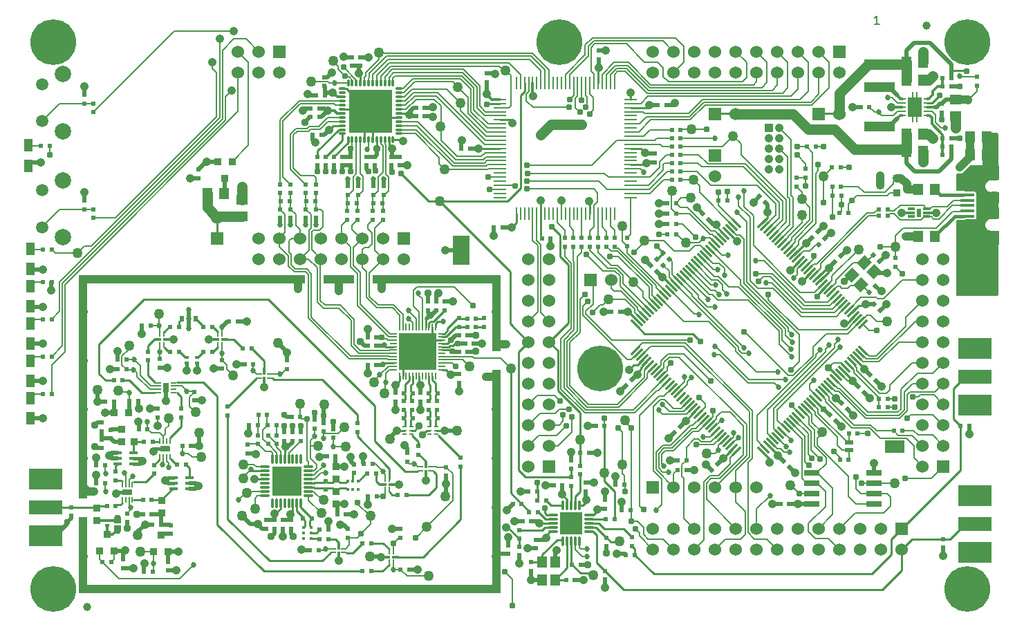
<source format=gtl>
%TF.GenerationSoftware,KiCad,Pcbnew,7.0.10-7.0.10~ubuntu23.04.1*%
%TF.CreationDate,2024-02-22T19:52:03-05:00*%
%TF.ProjectId,hackrf-one,6861636b-7266-42d6-9f6e-652e6b696361,10*%
%TF.SameCoordinates,Original*%
%TF.FileFunction,Copper,L1,Top*%
%TF.FilePolarity,Positive*%
%FSLAX46Y46*%
G04 Gerber Fmt 4.6, Leading zero omitted, Abs format (unit mm)*
G04 Created by KiCad (PCBNEW 7.0.10-7.0.10~ubuntu23.04.1) date 2024-02-22 19:52:03*
%MOMM*%
%LPD*%
G01*
G04 APERTURE LIST*
G04 Aperture macros list*
%AMRotRect*
0 Rectangle, with rotation*
0 The origin of the aperture is its center*
0 $1 length*
0 $2 width*
0 $3 Rotation angle, in degrees counterclockwise*
0 Add horizontal line*
21,1,$1,$2,0,0,$3*%
G04 Aperture macros list end*
%ADD10C,0.177800*%
%TA.AperFunction,NonConductor*%
%ADD11C,0.177800*%
%TD*%
%TA.AperFunction,SMDPad,CuDef*%
%ADD12R,1.000000X1.500000*%
%TD*%
%TA.AperFunction,SMDPad,CuDef*%
%ADD13C,1.000000*%
%TD*%
%TA.AperFunction,SMDPad,CuDef*%
%ADD14R,0.558800X0.508000*%
%TD*%
%TA.AperFunction,SMDPad,CuDef*%
%ADD15R,0.508000X0.558800*%
%TD*%
%TA.AperFunction,SMDPad,CuDef*%
%ADD16R,1.440180X1.150620*%
%TD*%
%TA.AperFunction,SMDPad,CuDef*%
%ADD17R,1.150620X1.440180*%
%TD*%
%TA.AperFunction,SMDPad,CuDef*%
%ADD18RotRect,0.508000X0.558800X135.000000*%
%TD*%
%TA.AperFunction,SMDPad,CuDef*%
%ADD19RotRect,0.508000X0.558800X225.000000*%
%TD*%
%TA.AperFunction,SMDPad,CuDef*%
%ADD20RotRect,0.508000X0.558800X315.000000*%
%TD*%
%TA.AperFunction,SMDPad,CuDef*%
%ADD21RotRect,0.508000X0.558800X45.000000*%
%TD*%
%TA.AperFunction,ComponentPad*%
%ADD22C,1.500000*%
%TD*%
%TA.AperFunction,SMDPad,CuDef*%
%ADD23R,1.460000X2.140000*%
%TD*%
%TA.AperFunction,ComponentPad*%
%ADD24C,1.400000*%
%TD*%
%TA.AperFunction,SMDPad,CuDef*%
%ADD25R,2.100000X1.750000*%
%TD*%
%TA.AperFunction,SMDPad,CuDef*%
%ADD26R,2.100000X1.375000*%
%TD*%
%TA.AperFunction,SMDPad,CuDef*%
%ADD27R,1.350000X1.825000*%
%TD*%
%TA.AperFunction,SMDPad,CuDef*%
%ADD28R,1.750000X0.400000*%
%TD*%
%TA.AperFunction,SMDPad,CuDef*%
%ADD29R,3.800000X1.000000*%
%TD*%
%TA.AperFunction,SMDPad,CuDef*%
%ADD30R,3.850000X1.000000*%
%TD*%
%TA.AperFunction,SMDPad,CuDef*%
%ADD31R,1.000000X3.800000*%
%TD*%
%TA.AperFunction,SMDPad,CuDef*%
%ADD32R,1.000000X3.350000*%
%TD*%
%TA.AperFunction,ComponentPad*%
%ADD33C,0.600000*%
%TD*%
%TA.AperFunction,ComponentPad*%
%ADD34C,5.600000*%
%TD*%
%TA.AperFunction,SMDPad,CuDef*%
%ADD35R,2.050000X3.650000*%
%TD*%
%TA.AperFunction,SMDPad,CuDef*%
%ADD36R,0.863600X0.863600*%
%TD*%
%TA.AperFunction,SMDPad,CuDef*%
%ADD37R,3.700780X1.198880*%
%TD*%
%TA.AperFunction,SMDPad,CuDef*%
%ADD38R,4.190000X1.780000*%
%TD*%
%TA.AperFunction,SMDPad,CuDef*%
%ADD39R,4.190000X2.665000*%
%TD*%
%TA.AperFunction,ComponentPad*%
%ADD40R,1.524000X1.524000*%
%TD*%
%TA.AperFunction,ComponentPad*%
%ADD41C,1.524000*%
%TD*%
%TA.AperFunction,SMDPad,CuDef*%
%ADD42C,1.270000*%
%TD*%
%TA.AperFunction,ComponentPad*%
%ADD43R,1.066800X1.066800*%
%TD*%
%TA.AperFunction,ComponentPad*%
%ADD44C,1.066800*%
%TD*%
%TA.AperFunction,SMDPad,CuDef*%
%ADD45R,0.914400X0.914400*%
%TD*%
%TA.AperFunction,ComponentPad*%
%ADD46C,2.000000*%
%TD*%
%TA.AperFunction,SMDPad,CuDef*%
%ADD47R,0.330200X0.408940*%
%TD*%
%TA.AperFunction,SMDPad,CuDef*%
%ADD48R,0.408940X0.330200*%
%TD*%
%TA.AperFunction,SMDPad,CuDef*%
%ADD49R,0.551180X0.248920*%
%TD*%
%TA.AperFunction,SMDPad,CuDef*%
%ADD50R,0.230000X0.645000*%
%TD*%
%TA.AperFunction,SMDPad,CuDef*%
%ADD51R,0.813000X0.300000*%
%TD*%
%TA.AperFunction,SMDPad,CuDef*%
%ADD52R,0.645000X0.230000*%
%TD*%
%TA.AperFunction,SMDPad,CuDef*%
%ADD53R,0.300000X0.813000*%
%TD*%
%TA.AperFunction,SMDPad,CuDef*%
%ADD54R,0.500380X0.398780*%
%TD*%
%TA.AperFunction,SMDPad,CuDef*%
%ADD55R,1.100000X1.100000*%
%TD*%
%TA.AperFunction,SMDPad,CuDef*%
%ADD56R,3.525000X3.525000*%
%TD*%
%TA.AperFunction,SMDPad,CuDef*%
%ADD57O,0.280000X1.350000*%
%TD*%
%TA.AperFunction,SMDPad,CuDef*%
%ADD58O,1.350000X0.280000*%
%TD*%
%TA.AperFunction,SMDPad,CuDef*%
%ADD59R,0.500380X0.701040*%
%TD*%
%TA.AperFunction,SMDPad,CuDef*%
%ADD60R,0.599440X0.500380*%
%TD*%
%TA.AperFunction,SMDPad,CuDef*%
%ADD61R,0.500000X1.200000*%
%TD*%
%TA.AperFunction,SMDPad,CuDef*%
%ADD62O,0.200000X1.100000*%
%TD*%
%TA.AperFunction,SMDPad,CuDef*%
%ADD63RotRect,0.171120X0.142240X135.000000*%
%TD*%
%TA.AperFunction,SMDPad,CuDef*%
%ADD64R,0.200000X0.150000*%
%TD*%
%TA.AperFunction,SMDPad,CuDef*%
%ADD65R,0.200000X1.300000*%
%TD*%
%TA.AperFunction,SMDPad,CuDef*%
%ADD66O,0.200000X1.200000*%
%TD*%
%TA.AperFunction,SMDPad,CuDef*%
%ADD67R,0.600000X1.100000*%
%TD*%
%TA.AperFunction,SMDPad,CuDef*%
%ADD68R,0.800000X0.240000*%
%TD*%
%TA.AperFunction,SMDPad,CuDef*%
%ADD69O,1.100000X0.200000*%
%TD*%
%TA.AperFunction,SMDPad,CuDef*%
%ADD70RotRect,0.171120X0.142240X225.000000*%
%TD*%
%TA.AperFunction,SMDPad,CuDef*%
%ADD71R,1.300000X0.200000*%
%TD*%
%TA.AperFunction,SMDPad,CuDef*%
%ADD72R,0.150000X0.200000*%
%TD*%
%TA.AperFunction,SMDPad,CuDef*%
%ADD73R,1.100000X0.600000*%
%TD*%
%TA.AperFunction,SMDPad,CuDef*%
%ADD74R,1.200000X0.500000*%
%TD*%
%TA.AperFunction,SMDPad,CuDef*%
%ADD75O,1.200000X0.200000*%
%TD*%
%TA.AperFunction,SMDPad,CuDef*%
%ADD76R,0.240000X0.800000*%
%TD*%
%TA.AperFunction,SMDPad,CuDef*%
%ADD77R,0.990600X0.457200*%
%TD*%
%TA.AperFunction,SMDPad,CuDef*%
%ADD78RotRect,0.171120X0.142240X45.000000*%
%TD*%
%TA.AperFunction,SMDPad,CuDef*%
%ADD79R,0.500000X1.100000*%
%TD*%
%TA.AperFunction,SMDPad,CuDef*%
%ADD80R,0.900000X0.300000*%
%TD*%
%TA.AperFunction,ComponentPad*%
%ADD81C,0.635000*%
%TD*%
%TA.AperFunction,SMDPad,CuDef*%
%ADD82R,4.525000X4.525000*%
%TD*%
%TA.AperFunction,SMDPad,CuDef*%
%ADD83R,1.500000X1.500000*%
%TD*%
%TA.AperFunction,SMDPad,CuDef*%
%ADD84O,0.245000X0.870000*%
%TD*%
%TA.AperFunction,SMDPad,CuDef*%
%ADD85O,0.870000X0.245000*%
%TD*%
%TA.AperFunction,SMDPad,CuDef*%
%ADD86R,1.650000X1.650000*%
%TD*%
%TA.AperFunction,SMDPad,CuDef*%
%ADD87R,5.300000X5.300000*%
%TD*%
%TA.AperFunction,SMDPad,CuDef*%
%ADD88O,0.280000X0.900000*%
%TD*%
%TA.AperFunction,SMDPad,CuDef*%
%ADD89O,0.900000X0.280000*%
%TD*%
%TA.AperFunction,SMDPad,CuDef*%
%ADD90R,2.650000X2.650000*%
%TD*%
%TA.AperFunction,SMDPad,CuDef*%
%ADD91R,1.320000X1.320000*%
%TD*%
%TA.AperFunction,SMDPad,CuDef*%
%ADD92O,0.320000X1.200000*%
%TD*%
%TA.AperFunction,SMDPad,CuDef*%
%ADD93O,1.200000X0.320000*%
%TD*%
%TA.AperFunction,SMDPad,CuDef*%
%ADD94R,1.905000X0.635000*%
%TD*%
%TA.AperFunction,SMDPad,CuDef*%
%ADD95R,0.280000X0.700000*%
%TD*%
%TA.AperFunction,SMDPad,CuDef*%
%ADD96R,0.825000X1.200000*%
%TD*%
%TA.AperFunction,SMDPad,CuDef*%
%ADD97R,0.280000X1.400000*%
%TD*%
%TA.AperFunction,ComponentPad*%
%ADD98C,0.585000*%
%TD*%
%TA.AperFunction,SMDPad,CuDef*%
%ADD99R,0.850000X0.280000*%
%TD*%
%TA.AperFunction,SMDPad,CuDef*%
%ADD100RotRect,1.501140X0.294640X225.000000*%
%TD*%
%TA.AperFunction,SMDPad,CuDef*%
%ADD101RotRect,1.501140X0.294640X315.000000*%
%TD*%
%TA.AperFunction,SMDPad,CuDef*%
%ADD102R,0.294640X1.501140*%
%TD*%
%TA.AperFunction,SMDPad,CuDef*%
%ADD103R,1.501140X0.294640*%
%TD*%
%TA.AperFunction,SMDPad,CuDef*%
%ADD104R,1.198880X1.399540*%
%TD*%
%TA.AperFunction,SMDPad,CuDef*%
%ADD105RotRect,1.399540X1.198880X45.000000*%
%TD*%
%TA.AperFunction,SMDPad,CuDef*%
%ADD106R,2.400000X1.500000*%
%TD*%
%TA.AperFunction,SMDPad,CuDef*%
%ADD107R,0.600000X0.350000*%
%TD*%
%TA.AperFunction,SMDPad,CuDef*%
%ADD108R,0.863600X0.508000*%
%TD*%
%TA.AperFunction,SMDPad,CuDef*%
%ADD109O,0.863600X1.092200*%
%TD*%
%TA.AperFunction,ViaPad*%
%ADD110C,0.685800*%
%TD*%
%TA.AperFunction,ViaPad*%
%ADD111C,0.787400*%
%TD*%
%TA.AperFunction,ViaPad*%
%ADD112C,1.066800*%
%TD*%
%TA.AperFunction,ViaPad*%
%ADD113C,0.939800*%
%TD*%
%TA.AperFunction,Conductor*%
%ADD114C,0.203200*%
%TD*%
%TA.AperFunction,Conductor*%
%ADD115C,0.508000*%
%TD*%
%TA.AperFunction,Conductor*%
%ADD116C,0.254000*%
%TD*%
%TA.AperFunction,Conductor*%
%ADD117C,0.293370*%
%TD*%
%TA.AperFunction,Conductor*%
%ADD118C,0.241300*%
%TD*%
%TA.AperFunction,Conductor*%
%ADD119C,1.270000*%
%TD*%
%TA.AperFunction,Conductor*%
%ADD120C,1.016000*%
%TD*%
%TA.AperFunction,Conductor*%
%ADD121C,0.304800*%
%TD*%
%TA.AperFunction,Conductor*%
%ADD122C,0.152400*%
%TD*%
%TA.AperFunction,Conductor*%
%ADD123C,0.457200*%
%TD*%
%TA.AperFunction,Conductor*%
%ADD124C,0.279400*%
%TD*%
%TA.AperFunction,Conductor*%
%ADD125C,0.406400*%
%TD*%
G04 APERTURE END LIST*
D10*
D11*
X165190286Y-101760774D02*
X164609714Y-101760774D01*
X164900000Y-101760774D02*
X164900000Y-100744774D01*
X164900000Y-100744774D02*
X164803238Y-100889917D01*
X164803238Y-100889917D02*
X164706476Y-100986679D01*
X164706476Y-100986679D02*
X164609714Y-101035060D01*
%TA.AperFunction,EtchedComponent*%
%TO.C,NT1*%
G36*
X147122000Y-112897000D02*
G01*
X145598000Y-112897000D01*
X145598000Y-112643000D01*
X147122000Y-112643000D01*
X147122000Y-112897000D01*
G37*
%TD.AperFunction*%
%TA.AperFunction,EtchedComponent*%
%TO.C,NT2*%
G36*
X159822000Y-112897000D02*
G01*
X158298000Y-112897000D01*
X158298000Y-112643000D01*
X159822000Y-112643000D01*
X159822000Y-112897000D01*
G37*
%TD.AperFunction*%
%TA.AperFunction,EtchedComponent*%
%TO.C,NT3*%
G36*
X84257000Y-127502000D02*
G01*
X84003000Y-127502000D01*
X84003000Y-125978000D01*
X84257000Y-125978000D01*
X84257000Y-127502000D01*
G37*
%TD.AperFunction*%
%TD*%
D12*
%TO.P,D6,1,K*%
%TO.N,GND*%
X61270000Y-150088000D03*
%TO.P,D6,2,A*%
%TO.N,Net-(D6-Pad2)*%
X61270000Y-147588000D03*
%TD*%
%TO.P,D4,1,K*%
%TO.N,GND*%
X61270000Y-140944000D03*
%TO.P,D4,2,A*%
%TO.N,Net-(D4-Pad2)*%
X61270000Y-138444000D03*
%TD*%
%TO.P,D8,1,K*%
%TO.N,GND*%
X61270000Y-131800000D03*
%TO.P,D8,2,A*%
%TO.N,Net-(D8-Pad2)*%
X61270000Y-129300000D03*
%TD*%
%TO.P,D5,1,K*%
%TO.N,GND*%
X61270000Y-145516000D03*
%TO.P,D5,2,A*%
%TO.N,Net-(D5-Pad2)*%
X61270000Y-143016000D03*
%TD*%
%TO.P,D2,1,K*%
%TO.N,GND*%
X61270000Y-136372000D03*
%TO.P,D2,2,A*%
%TO.N,Net-(D2-Pad2)*%
X61270000Y-133872000D03*
%TD*%
%TO.P,D7,1,K*%
%TO.N,GND*%
X61000000Y-119150000D03*
%TO.P,D7,2,A*%
%TO.N,Net-(D7-Pad2)*%
X61000000Y-116650000D03*
%TD*%
D13*
%TO.P,FID1,*%
%TO.N,*%
X171000000Y-102000000D03*
%TD*%
D14*
%TO.P,C1,1*%
%TO.N,VCC*%
X91096400Y-162513400D03*
%TO.P,C1,2*%
%TO.N,GND*%
X91096400Y-163580200D03*
%TD*%
%TO.P,C2,1*%
%TO.N,VCC*%
X90080400Y-162513400D03*
%TO.P,C2,2*%
%TO.N,GND*%
X90080400Y-163580200D03*
%TD*%
%TO.P,C3,1*%
%TO.N,VAA*%
X93128400Y-162513400D03*
%TO.P,C3,2*%
%TO.N,GND*%
X93128400Y-163580200D03*
%TD*%
%TO.P,C4,1*%
%TO.N,VAA*%
X92112400Y-162513400D03*
%TO.P,C4,2*%
%TO.N,GND*%
X92112400Y-163580200D03*
%TD*%
%TO.P,C5,1*%
%TO.N,VAA*%
X92341000Y-152861400D03*
%TO.P,C5,2*%
%TO.N,GND*%
X92341000Y-151794600D03*
%TD*%
%TO.P,C6,1*%
%TO.N,VAA*%
X93357000Y-152861400D03*
%TO.P,C6,2*%
%TO.N,GND*%
X93357000Y-151794600D03*
%TD*%
D15*
%TO.P,C7,1*%
%TO.N,GND*%
X107617400Y-168576200D03*
%TO.P,C7,2*%
%TO.N,!MIX_BYPASS*%
X106550600Y-168576200D03*
%TD*%
D14*
%TO.P,C8,1*%
%TO.N,TX_IF*%
X113919000Y-154914600D03*
%TO.P,C8,2*%
%TO.N,Net-(C8-Pad2)*%
X113919000Y-155981400D03*
%TD*%
%TO.P,C9,1*%
%TO.N,Net-(C9-Pad1)*%
X85400000Y-149701600D03*
%TO.P,C9,2*%
%TO.N,Net-(C9-Pad2)*%
X85400000Y-148634800D03*
%TD*%
D15*
%TO.P,C10,1*%
%TO.N,GND*%
X87447400Y-143481600D03*
%TO.P,C10,2*%
%TO.N,VAA*%
X88514200Y-143481600D03*
%TD*%
D14*
%TO.P,C11,1*%
%TO.N,GND*%
X84713800Y-143995600D03*
%TO.P,C11,2*%
%TO.N,HP*%
X84713800Y-142928800D03*
%TD*%
%TO.P,C12,1*%
%TO.N,Net-(C12-Pad1)*%
X87794400Y-153293200D03*
%TO.P,C12,2*%
%TO.N,GND*%
X87794400Y-154360000D03*
%TD*%
D15*
%TO.P,C13,1*%
%TO.N,Net-(C13-Pad1)*%
X89089800Y-150905600D03*
%TO.P,C13,2*%
%TO.N,GND*%
X88023000Y-150905600D03*
%TD*%
D14*
%TO.P,C14,1*%
%TO.N,Net-(C14-Pad1)*%
X90334400Y-153217000D03*
%TO.P,C14,2*%
%TO.N,Net-(C14-Pad2)*%
X90334400Y-152150200D03*
%TD*%
D15*
%TO.P,C15,1*%
%TO.N,Net-(C14-Pad1)*%
X90309000Y-150905600D03*
%TO.P,C15,2*%
%TO.N,Net-(C15-Pad2)*%
X91375800Y-150905600D03*
%TD*%
D14*
%TO.P,C16,1*%
%TO.N,VAA*%
X106499800Y-164690000D03*
%TO.P,C16,2*%
%TO.N,GND*%
X106499800Y-163623200D03*
%TD*%
D15*
%TO.P,C17,1*%
%TO.N,Net-(C17-Pad1)*%
X82402400Y-141938200D03*
%TO.P,C17,2*%
%TO.N,Net-(C17-Pad2)*%
X83469200Y-141938200D03*
%TD*%
%TO.P,C18,1*%
%TO.N,Net-(C18-Pad1)*%
X78338400Y-141938200D03*
%TO.P,C18,2*%
%TO.N,Net-(C18-Pad2)*%
X79405200Y-141938200D03*
%TD*%
D14*
%TO.P,C19,1*%
%TO.N,GND*%
X77093800Y-143868600D03*
%TO.P,C19,2*%
%TO.N,VAA*%
X77093800Y-142801800D03*
%TD*%
D15*
%TO.P,C20,1*%
%TO.N,Net-(C20-Pad1)*%
X87274400Y-141528800D03*
%TO.P,C20,2*%
%TO.N,Net-(C20-Pad2)*%
X88341200Y-141528800D03*
%TD*%
%TO.P,C21,1*%
%TO.N,Net-(C21-Pad1)*%
X102971600Y-165379400D03*
%TO.P,C21,2*%
%TO.N,Net-(C21-Pad2)*%
X101904800Y-165379400D03*
%TD*%
%TO.P,C22,1*%
%TO.N,GND*%
X95439800Y-166272600D03*
%TO.P,C22,2*%
%TO.N,VAA*%
X96506600Y-166272600D03*
%TD*%
D14*
%TO.P,C23,1*%
%TO.N,Net-(C23-Pad1)*%
X101269800Y-151714200D03*
%TO.P,C23,2*%
%TO.N,Net-(C23-Pad2)*%
X101269800Y-150647400D03*
%TD*%
%TO.P,C24,1*%
%TO.N,GND*%
X92679800Y-142948200D03*
%TO.P,C24,2*%
%TO.N,RX*%
X92679800Y-144015000D03*
%TD*%
D15*
%TO.P,C25,1*%
%TO.N,Net-(C25-Pad1)*%
X96659000Y-163732600D03*
%TO.P,C25,2*%
%TO.N,GND*%
X97725800Y-163732600D03*
%TD*%
%TO.P,C26,1*%
%TO.N,Net-(C26-Pad1)*%
X79405200Y-138890200D03*
%TO.P,C26,2*%
%TO.N,Net-(C26-Pad2)*%
X78338400Y-138890200D03*
%TD*%
%TO.P,C27,1*%
%TO.N,Net-(C27-Pad1)*%
X82402400Y-138890200D03*
%TO.P,C27,2*%
%TO.N,Net-(C27-Pad2)*%
X83469200Y-138890200D03*
%TD*%
%TO.P,C28,1*%
%TO.N,Net-(C28-Pad1)*%
X96659000Y-164875600D03*
%TO.P,C28,2*%
%TO.N,Net-(C28-Pad2)*%
X97725800Y-164875600D03*
%TD*%
%TO.P,C29,1*%
%TO.N,LP*%
X75950800Y-138712400D03*
%TO.P,C29,2*%
%TO.N,GND*%
X74884000Y-138712400D03*
%TD*%
%TO.P,C30,1*%
%TO.N,VAA*%
X85566600Y-138200000D03*
%TO.P,C30,2*%
%TO.N,GND*%
X86633400Y-138200000D03*
%TD*%
D14*
%TO.P,C31,1*%
%TO.N,Net-(C31-Pad1)*%
X75595200Y-142979600D03*
%TO.P,C31,2*%
%TO.N,Net-(C31-Pad2)*%
X75595200Y-141912800D03*
%TD*%
D15*
%TO.P,C32,1*%
%TO.N,Net-(C32-Pad1)*%
X102971600Y-168808400D03*
%TO.P,C32,2*%
%TO.N,Net-(C32-Pad2)*%
X101904800Y-168808400D03*
%TD*%
D14*
%TO.P,C33,1*%
%TO.N,RX*%
X100113400Y-164672400D03*
%TO.P,C33,2*%
%TO.N,GND*%
X100113400Y-163605600D03*
%TD*%
%TO.P,C34,1*%
%TO.N,MIXER_RESETX*%
X98310000Y-152455000D03*
%TO.P,C34,2*%
%TO.N,GND*%
X98310000Y-151388200D03*
%TD*%
%TO.P,C35,1*%
%TO.N,MIXER_ENX*%
X97167000Y-151693000D03*
%TO.P,C35,2*%
%TO.N,GND*%
X97167000Y-150626200D03*
%TD*%
%TO.P,C36,1*%
%TO.N,MIXER_SCLK*%
X96024000Y-151312000D03*
%TO.P,C36,2*%
%TO.N,GND*%
X96024000Y-150245200D03*
%TD*%
D15*
%TO.P,C37,1*%
%TO.N,MIXER_SDATA*%
X94271400Y-149915000D03*
%TO.P,C37,2*%
%TO.N,GND*%
X93204600Y-149915000D03*
%TD*%
%TO.P,C38,1*%
%TO.N,GND*%
X71912200Y-142827200D03*
%TO.P,C38,2*%
%TO.N,!MIX_BYPASS*%
X72979000Y-142827200D03*
%TD*%
D14*
%TO.P,C39,1*%
%TO.N,GND*%
X81305400Y-147878800D03*
%TO.P,C39,2*%
%TO.N,TX_MIX_BP*%
X81305400Y-146812000D03*
%TD*%
D15*
%TO.P,C40,1*%
%TO.N,GND*%
X71912200Y-144071800D03*
%TO.P,C40,2*%
%TO.N,RX_MIX_BP*%
X72979000Y-144071800D03*
%TD*%
%TO.P,C41,1*%
%TO.N,VAA*%
X98792600Y-161827600D03*
%TO.P,C41,2*%
%TO.N,GND*%
X99859400Y-161827600D03*
%TD*%
%TO.P,C42,1*%
%TO.N,VAA*%
X98589400Y-154715600D03*
%TO.P,C42,2*%
%TO.N,GND*%
X97522600Y-154715600D03*
%TD*%
%TO.P,C43,1*%
%TO.N,Net-(C43-Pad1)*%
X72542400Y-145415000D03*
%TO.P,C43,2*%
%TO.N,Net-(C43-Pad2)*%
X71475600Y-145415000D03*
%TD*%
D14*
%TO.P,C44,1*%
%TO.N,Net-(C44-Pad1)*%
X79679800Y-149961600D03*
%TO.P,C44,2*%
%TO.N,Net-(C44-Pad2)*%
X79679800Y-148894800D03*
%TD*%
D15*
%TO.P,C45,1*%
%TO.N,GND*%
X102057200Y-155651200D03*
%TO.P,C45,2*%
%TO.N,RX*%
X103124000Y-155651200D03*
%TD*%
%TO.P,C46,1*%
%TO.N,Net-(C46-Pad1)*%
X103581200Y-156794200D03*
%TO.P,C46,2*%
%TO.N,Net-(C46-Pad2)*%
X102514400Y-156794200D03*
%TD*%
D14*
%TO.P,C47,1*%
%TO.N,GND*%
X112166400Y-157099000D03*
%TO.P,C47,2*%
%TO.N,MIX_BYPASS*%
X112166400Y-156032200D03*
%TD*%
%TO.P,C48,1*%
%TO.N,Net-(C48-Pad1)*%
X108737400Y-154533600D03*
%TO.P,C48,2*%
%TO.N,RX_IF*%
X108737400Y-153466800D03*
%TD*%
%TO.P,C49,1*%
%TO.N,GND*%
X100850000Y-155706200D03*
%TO.P,C49,2*%
%TO.N,Net-(C49-Pad2)*%
X100850000Y-156773000D03*
%TD*%
D15*
%TO.P,C50,1*%
%TO.N,Net-(C50-Pad1)*%
X75144600Y-152920000D03*
%TO.P,C50,2*%
%TO.N,/frontend/RX_AMP_OUT*%
X76211400Y-152920000D03*
%TD*%
%TO.P,C51,1*%
%TO.N,Net-(C51-Pad1)*%
X107274800Y-159434000D03*
%TO.P,C51,2*%
%TO.N,Net-(C51-Pad2)*%
X106208000Y-159434000D03*
%TD*%
D14*
%TO.P,C52,1*%
%TO.N,Net-(C163-Pad2)*%
X70000000Y-152666600D03*
%TO.P,C52,2*%
%TO.N,GND*%
X70000000Y-153733400D03*
%TD*%
D15*
%TO.P,C53,1*%
%TO.N,VAA*%
X71480800Y-147999800D03*
%TO.P,C53,2*%
%TO.N,GND*%
X70414000Y-147999800D03*
%TD*%
%TO.P,C54,1*%
%TO.N,VAA*%
X103657400Y-159664400D03*
%TO.P,C54,2*%
%TO.N,GND*%
X102590600Y-159664400D03*
%TD*%
%TO.P,C55,1*%
%TO.N,TX_AMP*%
X79843600Y-153428000D03*
%TO.P,C55,2*%
%TO.N,GND*%
X80910400Y-153428000D03*
%TD*%
D14*
%TO.P,C56,1*%
%TO.N,VAA*%
X107391200Y-155397200D03*
%TO.P,C56,2*%
%TO.N,GND*%
X107391200Y-154330400D03*
%TD*%
%TO.P,C57,1*%
%TO.N,AMP_BYPASS*%
X76835000Y-149961600D03*
%TO.P,C57,2*%
%TO.N,GND*%
X76835000Y-148894800D03*
%TD*%
%TO.P,C58,1*%
%TO.N,/frontend/RX_AMP_IN*%
X71614000Y-157644400D03*
%TO.P,C58,2*%
%TO.N,Net-(C58-Pad2)*%
X71614000Y-156577600D03*
%TD*%
D15*
%TO.P,C59,1*%
%TO.N,/frontend/TX_AMP_IN*%
X79208600Y-155714000D03*
%TO.P,C59,2*%
%TO.N,Net-(C59-Pad2)*%
X80275400Y-155714000D03*
%TD*%
%TO.P,C60,1*%
%TO.N,GND*%
X74509600Y-151396000D03*
%TO.P,C60,2*%
%TO.N,RX_AMP*%
X75576400Y-151396000D03*
%TD*%
D14*
%TO.P,C61,1*%
%TO.N,Net-(C61-Pad1)*%
X76363800Y-156857000D03*
%TO.P,C61,2*%
%TO.N,Net-(C61-Pad2)*%
X76363800Y-155790200D03*
%TD*%
D15*
%TO.P,C62,1*%
%TO.N,/frontend/TX_AMP_OUT*%
X75017600Y-160032000D03*
%TO.P,C62,2*%
%TO.N,Net-(C62-Pad2)*%
X76084400Y-160032000D03*
%TD*%
D14*
%TO.P,C63,1*%
%TO.N,TX_AMP*%
X73087200Y-161708400D03*
%TO.P,C63,2*%
%TO.N,GND*%
X73087200Y-162775200D03*
%TD*%
D15*
%TO.P,C64,1*%
%TO.N,Net-(C64-Pad1)*%
X71663400Y-160810000D03*
%TO.P,C64,2*%
%TO.N,Net-(C64-Pad2)*%
X70596600Y-160810000D03*
%TD*%
%TO.P,C65,1*%
%TO.N,GND*%
X69302600Y-158000000D03*
%TO.P,C65,2*%
%TO.N,AMP_BYPASS*%
X70369400Y-158000000D03*
%TD*%
%TO.P,C66,1*%
%TO.N,GND*%
X69302600Y-155841000D03*
%TO.P,C66,2*%
%TO.N,RX_AMP*%
X70369400Y-155841000D03*
%TD*%
D14*
%TO.P,C67,1*%
%TO.N,MIX_CLK*%
X121080200Y-163763000D03*
%TO.P,C67,2*%
%TO.N,/frontend/REF_IN*%
X121080200Y-164829800D03*
%TD*%
%TO.P,C68,1*%
%TO.N,GCK1*%
X127462400Y-156254800D03*
%TO.P,C68,2*%
%TO.N,GND*%
X127462400Y-155188000D03*
%TD*%
D15*
%TO.P,C69,1*%
%TO.N,GCK2*%
X128554600Y-154273600D03*
%TO.P,C69,2*%
%TO.N,GND*%
X129621400Y-154273600D03*
%TD*%
D14*
%TO.P,C70,1*%
%TO.N,/frontend/REF_IN*%
X121080200Y-165795000D03*
%TO.P,C70,2*%
%TO.N,GND*%
X121080200Y-166861800D03*
%TD*%
%TO.P,C71,1*%
%TO.N,VAA*%
X100482400Y-118024400D03*
%TO.P,C71,2*%
%TO.N,GND*%
X100482400Y-119091200D03*
%TD*%
%TO.P,C72,1*%
%TO.N,VAA*%
X99466400Y-118024400D03*
%TO.P,C72,2*%
%TO.N,GND*%
X99466400Y-119091200D03*
%TD*%
%TO.P,C73,1*%
%TO.N,VAA*%
X103403400Y-118024400D03*
%TO.P,C73,2*%
%TO.N,GND*%
X103403400Y-119091200D03*
%TD*%
%TO.P,C74,1*%
%TO.N,VAA*%
X102387400Y-118024400D03*
%TO.P,C74,2*%
%TO.N,GND*%
X102387400Y-119091200D03*
%TD*%
%TO.P,C75,1*%
%TO.N,VAA*%
X105435400Y-118024400D03*
%TO.P,C75,2*%
%TO.N,GND*%
X105435400Y-119091200D03*
%TD*%
%TO.P,C76,1*%
%TO.N,VAA*%
X106451400Y-118024400D03*
%TO.P,C76,2*%
%TO.N,GND*%
X106451400Y-119091200D03*
%TD*%
%TO.P,C77,1*%
%TO.N,VAA*%
X101625400Y-106899200D03*
%TO.P,C77,2*%
%TO.N,GND*%
X101625400Y-105832400D03*
%TD*%
%TO.P,C78,1*%
%TO.N,VAA*%
X100609400Y-106899200D03*
%TO.P,C78,2*%
%TO.N,GND*%
X100609400Y-105832400D03*
%TD*%
D15*
%TO.P,C79,1*%
%TO.N,VAA*%
X97269300Y-110493300D03*
%TO.P,C79,2*%
%TO.N,GND*%
X96202500Y-110493300D03*
%TD*%
D14*
%TO.P,C80,1*%
%TO.N,VAA*%
X97243900Y-109375700D03*
%TO.P,C80,2*%
%TO.N,GND*%
X97243900Y-108308900D03*
%TD*%
D15*
%TO.P,C81,1*%
%TO.N,VAA*%
X96634300Y-113160300D03*
%TO.P,C81,2*%
%TO.N,GND*%
X95567500Y-113160300D03*
%TD*%
%TO.P,C82,1*%
%TO.N,VAA*%
X96634300Y-112144300D03*
%TO.P,C82,2*%
%TO.N,GND*%
X95567500Y-112144300D03*
%TD*%
%TO.P,C83,1*%
%TO.N,VAA*%
X96888300Y-115319300D03*
%TO.P,C83,2*%
%TO.N,GND*%
X95821500Y-115319300D03*
%TD*%
D14*
%TO.P,C84,1*%
%TO.N,VAA*%
X105981500Y-146951700D03*
%TO.P,C84,2*%
%TO.N,GND*%
X105981500Y-148018500D03*
%TD*%
%TO.P,C85,1*%
%TO.N,VAA*%
X109029500Y-146951700D03*
%TO.P,C85,2*%
%TO.N,GND*%
X109029500Y-148018500D03*
%TD*%
%TO.P,C86,1*%
%TO.N,VAA*%
X113728500Y-144665700D03*
%TO.P,C86,2*%
%TO.N,GND*%
X113728500Y-145732500D03*
%TD*%
D15*
%TO.P,C87,1*%
%TO.N,VAA*%
X113703100Y-141897100D03*
%TO.P,C87,2*%
%TO.N,GND*%
X114769900Y-141897100D03*
%TD*%
%TO.P,C88,1*%
%TO.N,VCC*%
X114465100Y-140881100D03*
%TO.P,C88,2*%
%TO.N,GND*%
X115531900Y-140881100D03*
%TD*%
%TO.P,C89,1*%
%TO.N,VAA*%
X113703100Y-139865100D03*
%TO.P,C89,2*%
%TO.N,GND*%
X114769900Y-139865100D03*
%TD*%
D14*
%TO.P,C90,1*%
%TO.N,VAA*%
X109918500Y-136842500D03*
%TO.P,C90,2*%
%TO.N,GND*%
X109918500Y-135775700D03*
%TD*%
%TO.P,C91,1*%
%TO.N,VAA*%
X110934500Y-136842500D03*
%TO.P,C91,2*%
%TO.N,GND*%
X110934500Y-135775700D03*
%TD*%
D15*
%TO.P,C92,1*%
%TO.N,VAA*%
X103593900Y-140119100D03*
%TO.P,C92,2*%
%TO.N,GND*%
X102527100Y-140119100D03*
%TD*%
%TO.P,C93,1*%
%TO.N,VAA*%
X103593900Y-141135100D03*
%TO.P,C93,2*%
%TO.N,GND*%
X102527100Y-141135100D03*
%TD*%
%TO.P,C94,1*%
%TO.N,VAA*%
X103593900Y-143548100D03*
%TO.P,C94,2*%
%TO.N,GND*%
X102527100Y-143548100D03*
%TD*%
%TO.P,C95,1*%
%TO.N,/baseband/TXBBQ-*%
X91922600Y-123460000D03*
%TO.P,C95,2*%
%TO.N,/baseband/TXBBQ+*%
X92989400Y-123460000D03*
%TD*%
%TO.P,C96,1*%
%TO.N,/baseband/TXBBI+*%
X95046800Y-123460000D03*
%TO.P,C96,2*%
%TO.N,/baseband/TXBBI-*%
X96113600Y-123460000D03*
%TD*%
D14*
%TO.P,C97,1*%
%TO.N,/baseband/COM*%
X96418400Y-118024400D03*
%TO.P,C97,2*%
%TO.N,GND*%
X96418400Y-119091200D03*
%TD*%
%TO.P,C98,1*%
%TO.N,/baseband/REFN*%
X97434400Y-118024400D03*
%TO.P,C98,2*%
%TO.N,GND*%
X97434400Y-119091200D03*
%TD*%
%TO.P,C99,1*%
%TO.N,Net-(C99-Pad1)*%
X106997500Y-147967700D03*
%TO.P,C99,2*%
%TO.N,Net-(C99-Pad2)*%
X106997500Y-149034500D03*
%TD*%
%TO.P,C100,1*%
%TO.N,/baseband/REFP*%
X98450400Y-118024400D03*
%TO.P,C100,2*%
%TO.N,GND*%
X98450400Y-119091200D03*
%TD*%
D15*
%TO.P,C101,1*%
%TO.N,/baseband/IA+*%
X100114100Y-123701300D03*
%TO.P,C101,2*%
%TO.N,/baseband/IA-*%
X101180900Y-123701300D03*
%TD*%
D14*
%TO.P,C102,1*%
%TO.N,Net-(C102-Pad1)*%
X108013500Y-147967700D03*
%TO.P,C102,2*%
%TO.N,Net-(C102-Pad2)*%
X108013500Y-149034500D03*
%TD*%
D15*
%TO.P,C103,1*%
%TO.N,/baseband/QA-*%
X103238300Y-123701300D03*
%TO.P,C103,2*%
%TO.N,/baseband/QA+*%
X104305100Y-123701300D03*
%TD*%
D14*
%TO.P,C104,1*%
%TO.N,Net-(C104-Pad1)*%
X110045500Y-147967700D03*
%TO.P,C104,2*%
%TO.N,Net-(C104-Pad2)*%
X110045500Y-149034500D03*
%TD*%
D16*
%TO.P,C105,1*%
%TO.N,Net-(C105-Pad1)*%
X87152600Y-125368400D03*
%TO.P,C105,2*%
%TO.N,GND*%
X87152600Y-123336400D03*
%TD*%
D14*
%TO.P,C106,1*%
%TO.N,Net-(C106-Pad1)*%
X111950500Y-136842500D03*
%TO.P,C106,2*%
%TO.N,GND*%
X111950500Y-135775700D03*
%TD*%
%TO.P,C107,1*%
%TO.N,/baseband/QA+*%
X104470200Y-122698000D03*
%TO.P,C107,2*%
%TO.N,GND*%
X104470200Y-121631200D03*
%TD*%
%TO.P,C108,1*%
%TO.N,/baseband/QA-*%
X103200200Y-122698000D03*
%TO.P,C108,2*%
%TO.N,GND*%
X103200200Y-121631200D03*
%TD*%
%TO.P,C109,1*%
%TO.N,/baseband/IA-*%
X101346000Y-122698000D03*
%TO.P,C109,2*%
%TO.N,GND*%
X101346000Y-121631200D03*
%TD*%
%TO.P,C110,1*%
%TO.N,/baseband/IA+*%
X100076000Y-122698000D03*
%TO.P,C110,2*%
%TO.N,GND*%
X100076000Y-121631200D03*
%TD*%
%TO.P,C111,1*%
%TO.N,Net-(C111-Pad1)*%
X111061500Y-147967700D03*
%TO.P,C111,2*%
%TO.N,Net-(C111-Pad2)*%
X111061500Y-149034500D03*
%TD*%
%TO.P,C112,1*%
%TO.N,/baseband/CPOUT-*%
X113728500Y-137807700D03*
%TO.P,C112,2*%
%TO.N,/baseband/CPOUT+*%
X113728500Y-138874500D03*
%TD*%
%TO.P,C113,1*%
%TO.N,VCC*%
X123151200Y-164932600D03*
%TO.P,C113,2*%
%TO.N,GND*%
X123151200Y-165999400D03*
%TD*%
%TO.P,C114,1*%
%TO.N,Net-(C114-Pad1)*%
X116776500Y-137807700D03*
%TO.P,C114,2*%
%TO.N,Net-(C114-Pad2)*%
X116776500Y-138874500D03*
%TD*%
D15*
%TO.P,C115,1*%
%TO.N,/baseband/CLK5*%
X123347600Y-161614200D03*
%TO.P,C115,2*%
%TO.N,/baseband/XTAL2*%
X122280800Y-161614200D03*
%TD*%
%TO.P,C116,1*%
%TO.N,/baseband/XTAL2*%
X121391800Y-160547400D03*
%TO.P,C116,2*%
%TO.N,GND*%
X120325000Y-160547400D03*
%TD*%
%TO.P,C118,1*%
%TO.N,/mcu/usb/power/RTCX1*%
X161433400Y-155100000D03*
%TO.P,C118,2*%
%TO.N,GND*%
X160366600Y-155100000D03*
%TD*%
D14*
%TO.P,C119,1*%
%TO.N,VCC*%
X129247200Y-159014400D03*
%TO.P,C119,2*%
%TO.N,GND*%
X129247200Y-157947600D03*
%TD*%
%TO.P,C120,1*%
%TO.N,VCC*%
X131628000Y-161157000D03*
%TO.P,C120,2*%
%TO.N,GND*%
X131628000Y-160090200D03*
%TD*%
D15*
%TO.P,C121,1*%
%TO.N,VCC*%
X122560200Y-162706400D03*
%TO.P,C121,2*%
%TO.N,GND*%
X121493400Y-162706400D03*
%TD*%
%TO.P,C122,1*%
%TO.N,VCC*%
X126370200Y-158312200D03*
%TO.P,C122,2*%
%TO.N,GND*%
X125303400Y-158312200D03*
%TD*%
%TO.P,C123,1*%
%TO.N,VCC*%
X108458000Y-113058700D03*
%TO.P,C123,2*%
%TO.N,GND*%
X109524800Y-113058700D03*
%TD*%
%TO.P,C124,1*%
%TO.N,VCC*%
X108458000Y-112042700D03*
%TO.P,C124,2*%
%TO.N,GND*%
X109524800Y-112042700D03*
%TD*%
%TO.P,C125,1*%
%TO.N,/mcu/usb/power/REG_OUT2*%
X174000400Y-117793200D03*
%TO.P,C125,2*%
%TO.N,Net-(C125-Pad2)*%
X172933600Y-117793200D03*
%TD*%
D17*
%TO.P,C126,1*%
%TO.N,/mcu/usb/power/REG_OUT2*%
X168514000Y-117412200D03*
%TO.P,C126,2*%
%TO.N,GND*%
X170546000Y-117412200D03*
%TD*%
%TO.P,C127,1*%
%TO.N,/mcu/usb/power/REG_OUT2*%
X168514000Y-115253200D03*
%TO.P,C127,2*%
%TO.N,GND*%
X170546000Y-115253200D03*
%TD*%
D18*
%TO.P,C128,1*%
%TO.N,VCC*%
X151223451Y-123656520D03*
%TO.P,C128,2*%
%TO.N,GND*%
X150469109Y-122902178D03*
%TD*%
%TO.P,C129,1*%
%TO.N,VCC*%
X144308653Y-125721979D03*
%TO.P,C129,2*%
%TO.N,GND*%
X143554311Y-124967637D03*
%TD*%
%TO.P,C130,1*%
%TO.N,VCC*%
X137932672Y-132097961D03*
%TO.P,C130,2*%
%TO.N,GND*%
X137178330Y-131343619D03*
%TD*%
D15*
%TO.P,C131,1*%
%TO.N,VCC*%
X133431400Y-137001600D03*
%TO.P,C131,2*%
%TO.N,GND*%
X132364600Y-137001600D03*
%TD*%
D19*
%TO.P,C132,1*%
%TO.N,VCC*%
X134875371Y-145336629D03*
%TO.P,C132,2*%
%TO.N,GND*%
X134121029Y-146090971D03*
%TD*%
%TO.P,C133,1*%
%TO.N,VCC*%
X140806354Y-151100182D03*
%TO.P,C133,2*%
%TO.N,GND*%
X140052012Y-151854524D03*
%TD*%
%TO.P,C134,1*%
%TO.N,VCC*%
X145386284Y-155680113D03*
%TO.P,C134,2*%
%TO.N,GND*%
X144631942Y-156434455D03*
%TD*%
D20*
%TO.P,C135,1*%
%TO.N,VCC*%
X153432593Y-155320903D03*
%TO.P,C135,2*%
%TO.N,GND*%
X154186935Y-156075245D03*
%TD*%
%TO.P,C136,1*%
%TO.N,/mcu/usb/power/VBAT*%
X159090154Y-149663341D03*
%TO.P,C136,2*%
%TO.N,GND*%
X159844496Y-150417683D03*
%TD*%
%TO.P,C137,1*%
%TO.N,VCC*%
X160526995Y-148226500D03*
%TO.P,C137,2*%
%TO.N,GND*%
X161281337Y-148980842D03*
%TD*%
%TO.P,C138,1*%
%TO.N,VCC*%
X162592454Y-146161041D03*
%TO.P,C138,2*%
%TO.N,GND*%
X163346796Y-146915383D03*
%TD*%
%TO.P,C139,1*%
%TO.N,VCC*%
X164029295Y-144724200D03*
%TO.P,C139,2*%
%TO.N,GND*%
X164783637Y-145478542D03*
%TD*%
%TO.P,C140,1*%
%TO.N,VCC*%
X164568111Y-136103154D03*
%TO.P,C140,2*%
%TO.N,GND*%
X165322453Y-136857496D03*
%TD*%
D21*
%TO.P,C141,1*%
%TO.N,VCC*%
X156934893Y-127967043D03*
%TO.P,C141,2*%
%TO.N,GND*%
X157689235Y-127212701D03*
%TD*%
%TO.P,C142,1*%
%TO.N,VCC*%
X159718772Y-130930527D03*
%TO.P,C142,2*%
%TO.N,GND*%
X160473114Y-130176185D03*
%TD*%
D16*
%TO.P,C143,1*%
%TO.N,/mcu/usb/power/VIN*%
X174483000Y-111062200D03*
%TO.P,C143,2*%
%TO.N,GND*%
X174483000Y-113094200D03*
%TD*%
D15*
%TO.P,C144,1*%
%TO.N,VCC*%
X154152600Y-160578800D03*
%TO.P,C144,2*%
%TO.N,GND*%
X153085800Y-160578800D03*
%TD*%
D17*
%TO.P,C145,1*%
%TO.N,GND*%
X170546000Y-108649200D03*
%TO.P,C145,2*%
%TO.N,/mcu/usb/power/REG_OUT1*%
X168514000Y-108649200D03*
%TD*%
%TO.P,C146,1*%
%TO.N,GND*%
X170546000Y-106490200D03*
%TO.P,C146,2*%
%TO.N,/mcu/usb/power/REG_OUT1*%
X168514000Y-106490200D03*
%TD*%
D14*
%TO.P,C147,1*%
%TO.N,/mcu/usb/power/VIN*%
X172832000Y-111544800D03*
%TO.P,C147,2*%
%TO.N,GND*%
X172832000Y-112611600D03*
%TD*%
%TO.P,C148,1*%
%TO.N,VCC*%
X137668000Y-117627400D03*
%TO.P,C148,2*%
%TO.N,GND*%
X137668000Y-118694200D03*
%TD*%
D15*
%TO.P,C149,1*%
%TO.N,VCC*%
X138054200Y-111703200D03*
%TO.P,C149,2*%
%TO.N,GND*%
X139121000Y-111703200D03*
%TD*%
D14*
%TO.P,C150,1*%
%TO.N,VCC*%
X130810000Y-106121200D03*
%TO.P,C150,2*%
%TO.N,GND*%
X130810000Y-105054400D03*
%TD*%
D15*
%TO.P,C152,1*%
%TO.N,+1V8*%
X123881000Y-128010000D03*
%TO.P,C152,2*%
%TO.N,GND*%
X124947800Y-128010000D03*
%TD*%
%TO.P,C153,1*%
%TO.N,VCC*%
X115087400Y-117017800D03*
%TO.P,C153,2*%
%TO.N,GND*%
X114020600Y-117017800D03*
%TD*%
%TO.P,C154,1*%
%TO.N,VCC*%
X119029600Y-126689200D03*
%TO.P,C154,2*%
%TO.N,GND*%
X117962800Y-126689200D03*
%TD*%
D17*
%TO.P,C155,1*%
%TO.N,/mcu/usb/power/USB_SHIELD*%
X178316000Y-117800000D03*
%TO.P,C155,2*%
%TO.N,GND*%
X176284000Y-117800000D03*
%TD*%
D15*
%TO.P,C156,1*%
%TO.N,/mcu/usb/power/GP_CLKIN*%
X123296800Y-158998000D03*
%TO.P,C156,2*%
%TO.N,GND*%
X122230000Y-158998000D03*
%TD*%
D21*
%TO.P,C157,1*%
%TO.N,/mcu/usb/power/XTAL1*%
X163939493Y-134612432D03*
%TO.P,C157,2*%
%TO.N,GND*%
X164693835Y-133858090D03*
%TD*%
D20*
%TO.P,C158,1*%
%TO.N,/mcu/usb/power/XTAL2*%
X164478308Y-130086383D03*
%TO.P,C158,2*%
%TO.N,GND*%
X165232650Y-130840725D03*
%TD*%
D15*
%TO.P,C159,1*%
%TO.N,SGPIO_CLK*%
X131526400Y-150971600D03*
%TO.P,C159,2*%
%TO.N,GND*%
X130459600Y-150971600D03*
%TD*%
%TO.P,C160,1*%
%TO.N,Net-(C160-Pad1)*%
X76084400Y-161810000D03*
%TO.P,C160,2*%
%TO.N,GND*%
X75017600Y-161810000D03*
%TD*%
D14*
%TO.P,C161,1*%
%TO.N,VAA*%
X78105700Y-167651400D03*
%TO.P,C161,2*%
%TO.N,GND*%
X78105700Y-168718200D03*
%TD*%
D15*
%TO.P,C162,1*%
%TO.N,GND*%
X76160600Y-163080000D03*
%TO.P,C162,2*%
%TO.N,Net-(C160-Pad1)*%
X77227400Y-163080000D03*
%TD*%
D14*
%TO.P,C163,1*%
%TO.N,GND*%
X70000000Y-150566600D03*
%TO.P,C163,2*%
%TO.N,Net-(C163-Pad2)*%
X70000000Y-151633400D03*
%TD*%
D15*
%TO.P,C164,1*%
%TO.N,/mcu/usb/power/RTCX2*%
X161466600Y-151900000D03*
%TO.P,C164,2*%
%TO.N,GND*%
X162533400Y-151900000D03*
%TD*%
%TO.P,C165,1*%
%TO.N,CLKOUT*%
X135234800Y-166795800D03*
%TO.P,C165,2*%
%TO.N,GND*%
X134168000Y-166795800D03*
%TD*%
D14*
%TO.P,C166,1*%
%TO.N,VAA*%
X119715400Y-165602000D03*
%TO.P,C166,2*%
%TO.N,GND*%
X119715400Y-166668800D03*
%TD*%
%TO.P,C167,1*%
%TO.N,VCC*%
X81793200Y-119577200D03*
%TO.P,C167,2*%
%TO.N,GND*%
X81793200Y-120644000D03*
%TD*%
D15*
%TO.P,C168,1*%
%TO.N,SSP1_CIPO*%
X140289400Y-127502000D03*
%TO.P,C168,2*%
%TO.N,GND*%
X139222600Y-127502000D03*
%TD*%
%TO.P,C169,1*%
%TO.N,GND*%
X127914400Y-169900600D03*
%TO.P,C169,2*%
%TO.N,/baseband/XB*%
X126847600Y-169900600D03*
%TD*%
D14*
%TO.P,C170,1*%
%TO.N,GND*%
X122500000Y-168733400D03*
%TO.P,C170,2*%
%TO.N,/baseband/XA*%
X122500000Y-167666600D03*
%TD*%
%TO.P,C171,1*%
%TO.N,VAA*%
X72617400Y-167344400D03*
%TO.P,C171,2*%
%TO.N,GND*%
X72617400Y-168411200D03*
%TD*%
%TO.P,D1,1,A*%
%TO.N,GND*%
X66200000Y-162033400D03*
%TO.P,D1,2,K*%
%TO.N,Net-(C64-Pad2)*%
X66200000Y-160966600D03*
%TD*%
%TO.P,D3,1,A*%
%TO.N,GND*%
X173030000Y-165906800D03*
%TO.P,D3,2,K*%
%TO.N,CLKIN*%
X173030000Y-164840000D03*
%TD*%
D15*
%TO.P,D9,1,A*%
%TO.N,GND*%
X176211200Y-151000000D03*
%TO.P,D9,2,K*%
%TO.N,CLKOUT*%
X175144400Y-151000000D03*
%TD*%
D17*
%TO.P,FB1,1*%
%TO.N,Net-(FB1-Pad1)*%
X172016000Y-122050000D03*
%TO.P,FB1,2*%
%TO.N,/mcu/usb/power/VBUS*%
X169984000Y-122050000D03*
%TD*%
%TO.P,FB2,1*%
%TO.N,Net-(FB2-Pad1)*%
X84937600Y-122529600D03*
%TO.P,FB2,2*%
%TO.N,Net-(C105-Pad1)*%
X82905600Y-122529600D03*
%TD*%
%TO.P,FB3,1*%
%TO.N,Net-(FB3-Pad1)*%
X172016000Y-127800000D03*
%TO.P,FB3,2*%
%TO.N,GND*%
X169984000Y-127800000D03*
%TD*%
D22*
%TO.P,J1,0,SHIELD*%
%TO.N,/mcu/usb/power/USB_SHIELD*%
X178800000Y-128125000D03*
D23*
X175770000Y-126830000D03*
D24*
X175770000Y-121510000D03*
D23*
X175770000Y-121170000D03*
D24*
X175770000Y-126490000D03*
D25*
X178850000Y-128000000D03*
D26*
X178850000Y-123062500D03*
D27*
X177425000Y-126987500D03*
D25*
X178850000Y-120000000D03*
D26*
X178850000Y-124937500D03*
D27*
X177425000Y-121012500D03*
D22*
X178800000Y-119875000D03*
D28*
%TO.P,J1,1,VBUS*%
%TO.N,Net-(FB1-Pad1)*%
X175975000Y-122700000D03*
%TO.P,J1,2,D-*%
%TO.N,Net-(J1-Pad2)*%
X175975000Y-123350000D03*
%TO.P,J1,3,D+*%
%TO.N,Net-(J1-Pad3)*%
X175975000Y-124000000D03*
%TO.P,J1,4,ID*%
%TO.N,Net-(J1-Pad4)*%
X175975000Y-124650000D03*
%TO.P,J1,5,GND*%
%TO.N,Net-(FB3-Pad1)*%
X175975000Y-125300000D03*
%TD*%
D29*
%TO.P,J2,0,SHIELD*%
%TO.N,GND*%
X105000000Y-170950000D03*
X75000000Y-133050000D03*
X99000000Y-170950000D03*
D30*
X116875000Y-170950000D03*
D29*
X81000000Y-170950000D03*
X99000000Y-133050000D03*
D31*
X67700000Y-146000000D03*
X118300000Y-146000000D03*
X67700000Y-140000000D03*
X118300000Y-152000000D03*
D29*
X105000000Y-133050000D03*
X75000000Y-170950000D03*
X81000000Y-133050000D03*
D32*
X67700000Y-134225000D03*
X118300000Y-169775000D03*
D31*
X67700000Y-152000000D03*
D30*
X69125000Y-133050000D03*
D29*
X111000000Y-170950000D03*
D31*
X118300000Y-158000000D03*
D32*
X67700000Y-169775000D03*
D29*
X87000000Y-170950000D03*
X93000000Y-133050000D03*
D30*
X69125000Y-170950000D03*
X116875000Y-133050000D03*
D31*
X118300000Y-140000000D03*
X118300000Y-164000000D03*
X67700000Y-164000000D03*
X67700000Y-158000000D03*
D29*
X111000000Y-133050000D03*
X93000000Y-170950000D03*
D32*
X118300000Y-134225000D03*
D29*
X87000000Y-133050000D03*
%TD*%
D33*
%TO.P,J4,1,Pin_1*%
%TO.N,GND*%
X61800000Y-104000000D03*
D34*
X64000000Y-104000000D03*
D33*
X62450000Y-105550000D03*
X64000000Y-106200000D03*
X64000000Y-101800000D03*
X62450000Y-102450000D03*
X65550000Y-105550000D03*
X65550000Y-102450000D03*
X66200000Y-104000000D03*
%TD*%
%TO.P,J5,1,Pin_1*%
%TO.N,GND*%
X61800000Y-171000000D03*
X62450000Y-172550000D03*
X65550000Y-172550000D03*
X65550000Y-169450000D03*
X64000000Y-173200000D03*
X66200000Y-171000000D03*
X64000000Y-168800000D03*
X62450000Y-169450000D03*
D34*
X64000000Y-171000000D03*
%TD*%
D33*
%TO.P,J6,1,Pin_1*%
%TO.N,GND*%
X174450000Y-169450000D03*
X176000000Y-173200000D03*
X176000000Y-168800000D03*
X173800000Y-171000000D03*
D34*
X176000000Y-171000000D03*
D33*
X177550000Y-169450000D03*
X174450000Y-172550000D03*
X177550000Y-172550000D03*
X178200000Y-171000000D03*
%TD*%
%TO.P,J7,1,Pin_1*%
%TO.N,GND*%
X177550000Y-102450000D03*
X176000000Y-106200000D03*
X173800000Y-104000000D03*
X174450000Y-105550000D03*
X177550000Y-105550000D03*
X176000000Y-101800000D03*
X178200000Y-104000000D03*
X174450000Y-102450000D03*
D34*
X176000000Y-104000000D03*
%TD*%
D33*
%TO.P,J8,1,Pin_1*%
%TO.N,GND*%
X126000000Y-101800000D03*
X127550000Y-102450000D03*
X126000000Y-106200000D03*
X128200000Y-104000000D03*
X127550000Y-105550000D03*
D34*
X126000000Y-104000000D03*
D33*
X124450000Y-105550000D03*
X124450000Y-102450000D03*
X123800000Y-104000000D03*
%TD*%
%TO.P,J9,1,Pin_1*%
%TO.N,GND*%
X131000000Y-146200000D03*
X131000000Y-141800000D03*
X132550000Y-145550000D03*
X132550000Y-142450000D03*
D34*
X131000000Y-144000000D03*
D33*
X128800000Y-144000000D03*
X129450000Y-142450000D03*
X133200000Y-144000000D03*
X129450000Y-145550000D03*
%TD*%
D35*
%TO.P,J10,1,Pin_1*%
%TO.N,GND*%
X114000000Y-129500000D03*
%TD*%
D15*
%TO.P,L1,1,1*%
%TO.N,Net-(L1-Pad1)*%
X94627000Y-162335600D03*
%TO.P,L1,2,2*%
%TO.N,Net-(L1-Pad2)*%
X95693800Y-162335600D03*
%TD*%
D36*
%TO.P,L2,1,1*%
%TO.N,Net-(L2-Pad1)*%
X98691000Y-159033600D03*
%TO.P,L2,2,2*%
%TO.N,VAA*%
X98691000Y-160557600D03*
%TD*%
%TO.P,L3,1,1*%
%TO.N,Net-(L3-Pad1)*%
X98691000Y-157509600D03*
%TO.P,L3,2,2*%
%TO.N,VAA*%
X98691000Y-155985600D03*
%TD*%
D14*
%TO.P,L4,1,1*%
%TO.N,Net-(L3-Pad1)*%
X97421000Y-157738200D03*
%TO.P,L4,2,2*%
%TO.N,Net-(L2-Pad1)*%
X97421000Y-158805000D03*
%TD*%
D36*
%TO.P,L5,1,1*%
%TO.N,Net-(C163-Pad2)*%
X72376000Y-152920000D03*
%TO.P,L5,2,2*%
%TO.N,Net-(C50-Pad1)*%
X73900000Y-152920000D03*
%TD*%
D15*
%TO.P,L6,1,1*%
%TO.N,Net-(C99-Pad2)*%
X106972100Y-150025100D03*
%TO.P,L6,2,2*%
%TO.N,Net-(C102-Pad2)*%
X108038900Y-150025100D03*
%TD*%
%TO.P,L7,1,1*%
%TO.N,Net-(C99-Pad1)*%
X106972100Y-146977100D03*
%TO.P,L7,2,2*%
%TO.N,Net-(C102-Pad1)*%
X108038900Y-146977100D03*
%TD*%
%TO.P,L8,1,1*%
%TO.N,Net-(C104-Pad2)*%
X110020100Y-150025100D03*
%TO.P,L8,2,2*%
%TO.N,Net-(C111-Pad2)*%
X111086900Y-150025100D03*
%TD*%
%TO.P,L9,1,1*%
%TO.N,Net-(C104-Pad1)*%
X110020100Y-146977100D03*
%TO.P,L9,2,2*%
%TO.N,Net-(C111-Pad1)*%
X111086900Y-146977100D03*
%TD*%
D37*
%TO.P,L10,1,1*%
%TO.N,Net-(L10-Pad1)*%
X165212000Y-114361660D03*
%TO.P,L10,2,2*%
%TO.N,/mcu/usb/power/REG_OUT2*%
X165212000Y-117160740D03*
%TD*%
%TO.P,L11,1,1*%
%TO.N,/mcu/usb/power/REG_OUT1*%
X165212000Y-106741660D03*
%TO.P,L11,2,2*%
%TO.N,Net-(L11-Pad2)*%
X165212000Y-109540740D03*
%TD*%
D36*
%TO.P,L12,1,1*%
%TO.N,Net-(C160-Pad1)*%
X77329000Y-161683000D03*
%TO.P,L12,2,2*%
%TO.N,Net-(C62-Pad2)*%
X77329000Y-160159000D03*
%TD*%
%TO.P,L13,1,1*%
%TO.N,Net-(D10-Pad1)*%
X69400000Y-162562000D03*
%TO.P,L13,2,2*%
%TO.N,Net-(C64-Pad2)*%
X69400000Y-161038000D03*
%TD*%
D38*
%TO.P,P2,1,RF*%
%TO.N,CLKOUT*%
X176875000Y-145000000D03*
D33*
%TO.P,P2,2,GND*%
%TO.N,GND*%
X175470000Y-140500000D03*
X176470000Y-141500000D03*
X175470000Y-142500000D03*
X175470000Y-147500000D03*
X177470000Y-148500000D03*
X175470000Y-149500000D03*
X175470000Y-148500000D03*
X176470000Y-149500000D03*
X177470000Y-142500000D03*
X176470000Y-148500000D03*
X176470000Y-140500000D03*
X177470000Y-140500000D03*
X177470000Y-141500000D03*
X176470000Y-142500000D03*
D39*
X176875000Y-148492500D03*
X176875000Y-141507500D03*
D33*
X175470000Y-141500000D03*
X177470000Y-147500000D03*
X176470000Y-147500000D03*
X177470000Y-149500000D03*
%TD*%
D40*
%TO.P,P3,1,Pin_1*%
%TO.N,GND*%
X145090000Y-117850000D03*
D41*
%TO.P,P3,2,Pin_2*%
X145090000Y-120390000D03*
%TD*%
D38*
%TO.P,P4,1,RF*%
%TO.N,Net-(C64-Pad2)*%
X63125000Y-161000000D03*
D33*
%TO.P,P4,2,GND*%
%TO.N,GND*%
X62530000Y-156500000D03*
X63530000Y-165500000D03*
X64530000Y-164500000D03*
X64530000Y-157500000D03*
X64530000Y-165500000D03*
X62530000Y-164500000D03*
X63530000Y-164500000D03*
D39*
X63125000Y-157507500D03*
D33*
X62530000Y-157500000D03*
X62530000Y-165500000D03*
X63530000Y-163500000D03*
X64530000Y-163500000D03*
X63530000Y-157500000D03*
D39*
X63125000Y-164492500D03*
D33*
X64530000Y-158500000D03*
X63530000Y-158500000D03*
X62530000Y-158500000D03*
X63530000Y-156500000D03*
X64530000Y-156500000D03*
X62530000Y-163500000D03*
%TD*%
D40*
%TO.P,P5,1,Pin_1*%
%TO.N,GND*%
X91750000Y-105150000D03*
D41*
%TO.P,P5,2,Pin_2*%
%TO.N,VCC*%
X91750000Y-107690000D03*
%TO.P,P5,3,Pin_3*%
%TO.N,/mcu/usb/power/LED1*%
X89210000Y-105150000D03*
%TO.P,P5,4,Pin_4*%
%TO.N,/mcu/usb/power/LED2*%
X89210000Y-107690000D03*
%TO.P,P5,5,Pin_5*%
%TO.N,!VAA_ENABLE*%
X86670000Y-105150000D03*
%TO.P,P5,6,Pin_6*%
%TO.N,/mcu/usb/power/LED3*%
X86670000Y-107690000D03*
%TD*%
D42*
%TO.P,P6,1,Pin_1*%
%TO.N,Net-(P6-Pad1)*%
X97155000Y-160070800D03*
%TD*%
%TO.P,P7,1,Pin_1*%
%TO.N,Net-(P7-Pad1)*%
X88722200Y-161163000D03*
%TD*%
D40*
%TO.P,P9,1,Pin_1*%
%TO.N,GND*%
X106990000Y-128010000D03*
D41*
%TO.P,P9,2,Pin_2*%
X106990000Y-130550000D03*
%TO.P,P9,3,Pin_3*%
X104450000Y-128010000D03*
%TO.P,P9,4,Pin_4*%
%TO.N,/baseband/RXBBQ-*%
X104450000Y-130550000D03*
%TO.P,P9,5,Pin_5*%
%TO.N,/baseband/RXBBI-*%
X101910000Y-128010000D03*
%TO.P,P9,6,Pin_6*%
%TO.N,/baseband/RXBBQ+*%
X101910000Y-130550000D03*
%TO.P,P9,7,Pin_7*%
%TO.N,/baseband/RXBBI+*%
X99370000Y-128010000D03*
%TO.P,P9,8,Pin_8*%
%TO.N,GND*%
X99370000Y-130550000D03*
%TO.P,P9,9,Pin_9*%
X96830000Y-128010000D03*
%TO.P,P9,10,Pin_10*%
%TO.N,/baseband/TXBBI-*%
X96830000Y-130550000D03*
%TO.P,P9,11,Pin_11*%
%TO.N,/baseband/TXBBQ+*%
X94290000Y-128010000D03*
%TO.P,P9,12,Pin_12*%
%TO.N,/baseband/TXBBI+*%
X94290000Y-130550000D03*
%TO.P,P9,13,Pin_13*%
%TO.N,/baseband/TXBBQ-*%
X91750000Y-128010000D03*
%TO.P,P9,14,Pin_14*%
%TO.N,GND*%
X91750000Y-130550000D03*
%TO.P,P9,15,Pin_15*%
X89210000Y-128010000D03*
%TO.P,P9,16,Pin_16*%
X89210000Y-130550000D03*
%TD*%
D42*
%TO.P,P13,1,Pin_1*%
%TO.N,/frontend/!ANT_BIAS*%
X87762200Y-159175800D03*
%TD*%
%TO.P,P14,1,Pin_1*%
%TO.N,/baseband/XCVR_CLKOUT*%
X114991000Y-143707200D03*
%TD*%
%TO.P,P15,1,Pin_1*%
%TO.N,/baseband/INTR*%
X130175000Y-169240200D03*
%TD*%
D38*
%TO.P,P16,1,RF*%
%TO.N,CLKIN*%
X176875000Y-163000000D03*
D33*
%TO.P,P16,2,GND*%
%TO.N,GND*%
X175470000Y-160500000D03*
X176470000Y-167500000D03*
X175470000Y-158500000D03*
X176470000Y-160500000D03*
X176470000Y-159500000D03*
X175470000Y-167500000D03*
X177470000Y-158500000D03*
X177470000Y-165500000D03*
D39*
X176875000Y-166492500D03*
D33*
X176470000Y-166500000D03*
X177470000Y-159500000D03*
X177470000Y-160500000D03*
X177470000Y-167500000D03*
X175470000Y-165500000D03*
X175470000Y-159500000D03*
X175470000Y-166500000D03*
X176470000Y-158500000D03*
X177470000Y-166500000D03*
X176470000Y-165500000D03*
D39*
X176875000Y-159507500D03*
%TD*%
D42*
%TO.P,P17,1,Pin_1*%
%TO.N,Net-(P17-Pad1)*%
X87279600Y-155696000D03*
%TD*%
%TO.P,P18,1,Pin_1*%
%TO.N,/baseband/OEB*%
X133350000Y-165100000D03*
%TD*%
%TO.P,P19,1,Pin_1*%
%TO.N,Net-(P19-Pad1)*%
X96855400Y-161665000D03*
%TD*%
D40*
%TO.P,P20,1,Pin_1*%
%TO.N,/mcu/usb/power/VBAT*%
X173030000Y-155950000D03*
D41*
%TO.P,P20,2,Pin_2*%
%TO.N,/mcu/usb/power/RTC_ALARM*%
X170490000Y-155950000D03*
%TO.P,P20,3,Pin_3*%
%TO.N,VCC*%
X173030000Y-153410000D03*
%TO.P,P20,4,Pin_4*%
%TO.N,/mcu/usb/power/WAKEUP*%
X170490000Y-153410000D03*
%TO.P,P20,5,Pin_5*%
%TO.N,/mcu/usb/power/GPIO3_8*%
X173030000Y-150870000D03*
%TO.P,P20,6,Pin_6*%
%TO.N,/mcu/usb/power/GPIO3_9*%
X170490000Y-150870000D03*
%TO.P,P20,7,Pin_7*%
%TO.N,/mcu/usb/power/GPIO3_10*%
X173030000Y-148330000D03*
%TO.P,P20,8,Pin_8*%
%TO.N,/mcu/usb/power/GPIO3_11*%
X170490000Y-148330000D03*
%TO.P,P20,9,Pin_9*%
%TO.N,/mcu/usb/power/GPIO3_12*%
X173030000Y-145790000D03*
%TO.P,P20,10,Pin_10*%
%TO.N,/mcu/usb/power/GPIO3_13*%
X170490000Y-145790000D03*
%TO.P,P20,11,Pin_11*%
%TO.N,/mcu/usb/power/GPIO3_14*%
X173030000Y-143250000D03*
%TO.P,P20,12,Pin_12*%
%TO.N,/mcu/usb/power/GPIO3_15*%
X170490000Y-143250000D03*
%TO.P,P20,13,Pin_13*%
%TO.N,GND*%
X173030000Y-140710000D03*
%TO.P,P20,14,Pin_14*%
%TO.N,/mcu/usb/power/ADC0_6*%
X170490000Y-140710000D03*
%TO.P,P20,15,Pin_15*%
%TO.N,GND*%
X173030000Y-138170000D03*
%TO.P,P20,16,Pin_16*%
%TO.N,/mcu/usb/power/ADC0_2*%
X170490000Y-138170000D03*
%TO.P,P20,17,Pin_17*%
%TO.N,/mcu/usb/power/VBUSCTRL*%
X173030000Y-135630000D03*
%TO.P,P20,18,Pin_18*%
%TO.N,/mcu/usb/power/ADC0_5*%
X170490000Y-135630000D03*
%TO.P,P20,19,Pin_19*%
%TO.N,GND*%
X173030000Y-133090000D03*
%TO.P,P20,20,Pin_20*%
%TO.N,/mcu/usb/power/ADC0_0*%
X170490000Y-133090000D03*
%TO.P,P20,21,Pin_21*%
%TO.N,/mcu/usb/power/VBUS*%
X173030000Y-130550000D03*
%TO.P,P20,22,Pin_22*%
%TO.N,/mcu/usb/power/VIN*%
X170490000Y-130550000D03*
%TD*%
D42*
%TO.P,P21,1,Pin_1*%
%TO.N,/frontend/REF_IN*%
X87330400Y-157448600D03*
%TD*%
D40*
%TO.P,P22,1,Pin_1*%
%TO.N,CLKOUT*%
X167950000Y-163570000D03*
D41*
%TO.P,P22,2,Pin_2*%
%TO.N,CLKIN*%
X167950000Y-166110000D03*
%TO.P,P22,3,Pin_3*%
%TO.N,/mcu/usb/power/RESET*%
X165410000Y-163570000D03*
%TO.P,P22,4,Pin_4*%
%TO.N,GND*%
X165410000Y-166110000D03*
%TO.P,P22,5,Pin_5*%
%TO.N,/mcu/usb/power/I2C1_SCL*%
X162870000Y-163570000D03*
%TO.P,P22,6,Pin_6*%
%TO.N,/mcu/usb/power/I2C1_SDA*%
X162870000Y-166110000D03*
%TO.P,P22,7,Pin_7*%
%TO.N,/mcu/usb/power/SPIFI_CIPO*%
X160330000Y-163570000D03*
%TO.P,P22,8,Pin_8*%
%TO.N,/mcu/usb/power/SPIFI_SCK*%
X160330000Y-166110000D03*
%TO.P,P22,9,Pin_9*%
%TO.N,/mcu/usb/power/SPIFI_COPI*%
X157790000Y-163570000D03*
%TO.P,P22,10,Pin_10*%
%TO.N,GND*%
X157790000Y-166110000D03*
%TO.P,P22,11,Pin_11*%
%TO.N,VCC*%
X155250000Y-163570000D03*
%TO.P,P22,12,Pin_12*%
%TO.N,/mcu/usb/power/I2S0_RX_SCK*%
X155250000Y-166110000D03*
%TO.P,P22,13,Pin_13*%
%TO.N,/mcu/usb/power/I2S0_RX_SDA*%
X152710000Y-163570000D03*
%TO.P,P22,14,Pin_14*%
%TO.N,/mcu/usb/power/I2S0_RX_MCLK*%
X152710000Y-166110000D03*
%TO.P,P22,15,Pin_15*%
%TO.N,/mcu/usb/power/I2S0_RX_WS*%
X150170000Y-163570000D03*
%TO.P,P22,16,Pin_16*%
%TO.N,/mcu/usb/power/I2S0_TX_SCK*%
X150170000Y-166110000D03*
%TO.P,P22,17,Pin_17*%
%TO.N,/mcu/usb/power/I2S0_TX_MCLK*%
X147630000Y-163570000D03*
%TO.P,P22,18,Pin_18*%
%TO.N,GND*%
X147630000Y-166110000D03*
%TO.P,P22,19,Pin_19*%
%TO.N,/mcu/usb/power/U0_RXD*%
X145090000Y-163570000D03*
%TO.P,P22,20,Pin_20*%
%TO.N,/mcu/usb/power/U0_TXD*%
X145090000Y-166110000D03*
%TO.P,P22,21,Pin_21*%
%TO.N,/mcu/usb/power/P2_9*%
X142550000Y-163570000D03*
%TO.P,P22,22,Pin_22*%
%TO.N,/mcu/usb/power/P2_13*%
X142550000Y-166110000D03*
%TO.P,P22,23,Pin_23*%
%TO.N,/mcu/usb/power/P2_8*%
X140010000Y-163570000D03*
%TO.P,P22,24,Pin_24*%
%TO.N,SDA*%
X140010000Y-166110000D03*
%TO.P,P22,25,Pin_25*%
%TO.N,CLK6*%
X137470000Y-163570000D03*
%TO.P,P22,26,Pin_26*%
%TO.N,SCL*%
X137470000Y-166110000D03*
%TD*%
D42*
%TO.P,P23,1,Pin_1*%
%TO.N,/mcu/usb/power/DBGEN*%
X155732600Y-123260200D03*
%TD*%
%TO.P,P24,1,Pin_1*%
%TO.N,Net-(P24-Pad1)*%
X155727400Y-125196600D03*
%TD*%
D40*
%TO.P,P25,1,Pin_1*%
%TO.N,GND*%
X137470000Y-158490000D03*
D41*
%TO.P,P25,2,Pin_2*%
%TO.N,/mcu/usb/power/ISP*%
X140010000Y-158490000D03*
%TO.P,P25,3,Pin_3*%
%TO.N,unconnected-(P25-Pad3)*%
X142550000Y-158490000D03*
%TO.P,P25,4,Pin_4*%
%TO.N,/mcu/usb/power/U0_RXD*%
X145090000Y-158490000D03*
%TO.P,P25,5,Pin_5*%
%TO.N,/mcu/usb/power/U0_TXD*%
X147630000Y-158490000D03*
%TO.P,P25,6,Pin_6*%
%TO.N,/mcu/usb/power/RESET*%
X150170000Y-158490000D03*
%TD*%
D43*
%TO.P,P26,1,Pin_1*%
%TO.N,VCC*%
X151662600Y-114466600D03*
D44*
%TO.P,P26,2,Pin_2*%
%TO.N,/mcu/usb/power/TMS*%
X152932600Y-114466600D03*
%TO.P,P26,3,Pin_3*%
%TO.N,GND*%
X151662600Y-115736600D03*
%TO.P,P26,4,Pin_4*%
%TO.N,/mcu/usb/power/TCK*%
X152932600Y-115736600D03*
%TO.P,P26,5,Pin_5*%
%TO.N,GND*%
X151662600Y-117006600D03*
%TO.P,P26,6,Pin_6*%
%TO.N,/mcu/usb/power/TDO*%
X152932600Y-117006600D03*
%TO.P,P26,7,Pin_7*%
%TO.N,unconnected-(P26-Pad7)*%
X151662600Y-118276600D03*
%TO.P,P26,8,Pin_8*%
%TO.N,/mcu/usb/power/TDI*%
X152932600Y-118276600D03*
%TO.P,P26,9,Pin_9*%
%TO.N,GND*%
X151662600Y-119546600D03*
%TO.P,P26,10,Pin_10*%
%TO.N,/mcu/usb/power/RESET*%
X152932600Y-119546600D03*
%TD*%
D42*
%TO.P,P27,1,Pin_1*%
%TO.N,MIXER_SDATA*%
X94290000Y-148304600D03*
%TD*%
D40*
%TO.P,P28,1,Pin_1*%
%TO.N,VCC*%
X124770000Y-155950000D03*
D41*
%TO.P,P28,2,Pin_2*%
%TO.N,GND*%
X122230000Y-155950000D03*
%TO.P,P28,3,Pin_3*%
%TO.N,/mcu/usb/power/SD_CD*%
X124770000Y-153410000D03*
%TO.P,P28,4,Pin_4*%
%TO.N,/mcu/usb/power/SD_DAT3*%
X122230000Y-153410000D03*
%TO.P,P28,5,Pin_5*%
%TO.N,/mcu/usb/power/SD_DAT2*%
X124770000Y-150870000D03*
%TO.P,P28,6,Pin_6*%
%TO.N,/mcu/usb/power/SD_DAT1*%
X122230000Y-150870000D03*
%TO.P,P28,7,Pin_7*%
%TO.N,/mcu/usb/power/SD_DAT0*%
X124770000Y-148330000D03*
%TO.P,P28,8,Pin_8*%
%TO.N,/mcu/usb/power/SD_VOLT0*%
X122230000Y-148330000D03*
%TO.P,P28,9,Pin_9*%
%TO.N,/mcu/usb/power/SD_CMD*%
X124770000Y-145790000D03*
%TO.P,P28,10,Pin_10*%
%TO.N,/mcu/usb/power/SD_POW*%
X122230000Y-145790000D03*
%TO.P,P28,11,Pin_11*%
%TO.N,/mcu/usb/power/SD_CLK*%
X124770000Y-143250000D03*
%TO.P,P28,12,Pin_12*%
%TO.N,GND*%
X122230000Y-143250000D03*
%TO.P,P28,13,Pin_13*%
%TO.N,GCK2*%
X124770000Y-140710000D03*
%TO.P,P28,14,Pin_14*%
%TO.N,GCK1*%
X122230000Y-140710000D03*
%TO.P,P28,15,Pin_15*%
%TO.N,/mcu/usb/power/B1AUX14*%
X124770000Y-138170000D03*
%TO.P,P28,16,Pin_16*%
%TO.N,/mcu/usb/power/B1AUX13*%
X122230000Y-138170000D03*
%TO.P,P28,17,Pin_17*%
%TO.N,/mcu/usb/power/CPLD_TCK*%
X124770000Y-135630000D03*
%TO.P,P28,18,Pin_18*%
%TO.N,/mcu/usb/power/BANK2F3M2*%
X122230000Y-135630000D03*
%TO.P,P28,19,Pin_19*%
%TO.N,/mcu/usb/power/CPLD_TDI*%
X124770000Y-133090000D03*
%TO.P,P28,20,Pin_20*%
%TO.N,/mcu/usb/power/BANK2F3M6*%
X122230000Y-133090000D03*
%TO.P,P28,21,Pin_21*%
%TO.N,/mcu/usb/power/BANK2F3M12*%
X124770000Y-130550000D03*
%TO.P,P28,22,Pin_22*%
%TO.N,/mcu/usb/power/BANK2F3M4*%
X122230000Y-130550000D03*
%TD*%
D40*
%TO.P,P29,1,Pin_1*%
%TO.N,/mcu/usb/power/CPLD_TMS*%
X129850000Y-133090000D03*
D41*
%TO.P,P29,2,Pin_2*%
%TO.N,/mcu/usb/power/CPLD_TDO*%
X132390000Y-133090000D03*
%TD*%
D40*
%TO.P,P30,1,Pin_1*%
%TO.N,VCC*%
X160330000Y-105150000D03*
D41*
%TO.P,P30,2,Pin_2*%
%TO.N,GND*%
X160330000Y-107690000D03*
%TO.P,P30,3,Pin_3*%
%TO.N,/mcu/usb/power/B2AUX16*%
X157790000Y-105150000D03*
%TO.P,P30,4,Pin_4*%
%TO.N,/mcu/usb/power/B2AUX15*%
X157790000Y-107690000D03*
%TO.P,P30,5,Pin_5*%
%TO.N,/mcu/usb/power/B2AUX14*%
X155250000Y-105150000D03*
%TO.P,P30,6,Pin_6*%
%TO.N,/mcu/usb/power/B2AUX13*%
X155250000Y-107690000D03*
%TO.P,P30,7,Pin_7*%
%TO.N,/mcu/usb/power/B2AUX12*%
X152710000Y-105150000D03*
%TO.P,P30,8,Pin_8*%
%TO.N,/mcu/usb/power/B2AUX11*%
X152710000Y-107690000D03*
%TO.P,P30,9,Pin_9*%
%TO.N,/mcu/usb/power/B2AUX10*%
X150170000Y-105150000D03*
%TO.P,P30,10,Pin_10*%
%TO.N,/mcu/usb/power/B2AUX9*%
X150170000Y-107690000D03*
%TO.P,P30,11,Pin_11*%
%TO.N,/mcu/usb/power/B2AUX8*%
X147630000Y-105150000D03*
%TO.P,P30,12,Pin_12*%
%TO.N,/mcu/usb/power/B2AUX7*%
X147630000Y-107690000D03*
%TO.P,P30,13,Pin_13*%
%TO.N,/mcu/usb/power/B2AUX6*%
X145090000Y-105150000D03*
%TO.P,P30,14,Pin_14*%
%TO.N,/mcu/usb/power/B2AUX5*%
X145090000Y-107690000D03*
%TO.P,P30,15,Pin_15*%
%TO.N,/mcu/usb/power/B2AUX4*%
X142550000Y-105150000D03*
%TO.P,P30,16,Pin_16*%
%TO.N,/mcu/usb/power/B2AUX3*%
X142550000Y-107690000D03*
%TO.P,P30,17,Pin_17*%
%TO.N,/mcu/usb/power/B2AUX2*%
X140010000Y-105150000D03*
%TO.P,P30,18,Pin_18*%
%TO.N,/mcu/usb/power/B2AUX1*%
X140010000Y-107690000D03*
%TO.P,P30,19,Pin_19*%
%TO.N,/mcu/usb/power/GCK0*%
X137470000Y-105150000D03*
%TO.P,P30,20,Pin_20*%
%TO.N,GND*%
X137470000Y-107690000D03*
%TD*%
D42*
%TO.P,P31,1,Pin_1*%
%TO.N,MIXER_SCLK*%
X96474400Y-153486200D03*
%TD*%
%TO.P,P32,1,Pin_1*%
%TO.N,MIXER_ENX*%
X99720400Y-151130000D03*
%TD*%
%TO.P,P33,1,Pin_1*%
%TO.N,MIXER_RESETX*%
X99852600Y-153511600D03*
%TD*%
%TO.P,P34,1,Pin_1*%
%TO.N,MIX_BYPASS*%
X109758600Y-163366800D03*
%TD*%
%TO.P,P35,1,Pin_1*%
%TO.N,!MIX_BYPASS*%
X110000000Y-169400000D03*
%TD*%
%TO.P,P37,1,Pin_1*%
%TO.N,SCL*%
X133710800Y-155746800D03*
%TD*%
%TO.P,P38,1,Pin_1*%
%TO.N,SDA*%
X134015600Y-150336600D03*
%TD*%
%TO.P,P39,1,Pin_1*%
%TO.N,SSP1_SCK*%
X98328600Y-106318400D03*
%TD*%
%TO.P,P40,1,Pin_1*%
%TO.N,SSP1_COPI*%
X136454000Y-128264000D03*
%TD*%
%TO.P,P41,1,Pin_1*%
%TO.N,SSP1_CIPO*%
X141534000Y-128518000D03*
%TD*%
%TO.P,P43,1,Pin_1*%
%TO.N,RX*%
X102926000Y-161995200D03*
%TD*%
%TO.P,P44,1,Pin_1*%
%TO.N,HP*%
X86060400Y-144799400D03*
%TD*%
%TO.P,P46,1,Pin_1*%
%TO.N,TX_MIX_BP*%
X81463000Y-149295200D03*
%TD*%
%TO.P,P47,1,Pin_1*%
%TO.N,RX_MIX_BP*%
X73335000Y-141167200D03*
%TD*%
%TO.P,P48,1,Pin_1*%
%TO.N,TX_AMP*%
X82123400Y-154832400D03*
%TD*%
%TO.P,P49,1,Pin_1*%
%TO.N,RX_AMP*%
X78181200Y-150037800D03*
%TD*%
%TO.P,P50,1,Pin_1*%
%TO.N,AMP_BYPASS*%
X144023200Y-154349800D03*
%TD*%
%TO.P,P51,1,Pin_1*%
%TO.N,!TX_AMP_PWR*%
X74706600Y-166389400D03*
%TD*%
%TO.P,P52,1,Pin_1*%
%TO.N,!RX_AMP_PWR*%
X71983600Y-146710400D03*
%TD*%
%TO.P,P53,1,Pin_1*%
%TO.N,CS_XCVR*%
X132009000Y-135528400D03*
%TD*%
%TO.P,P54,1,Pin_1*%
%TO.N,CS_AD*%
X95636200Y-108833000D03*
%TD*%
%TO.P,P55,1,Pin_1*%
%TO.N,TXENABLE*%
X103307000Y-145688400D03*
%TD*%
%TO.P,P56,1,Pin_1*%
%TO.N,RXENABLE*%
X104551600Y-146983800D03*
%TD*%
%TO.P,P57,1,Pin_1*%
%TO.N,/baseband/XTAL2*%
X120045600Y-143935800D03*
%TD*%
%TO.P,P58,1,Pin_1*%
%TO.N,GCK1*%
X111333400Y-123463400D03*
%TD*%
%TO.P,P59,1,Pin_1*%
%TO.N,GCK2*%
X128554600Y-152673400D03*
%TD*%
%TO.P,P60,1,Pin_1*%
%TO.N,SGPIO_CLK*%
X131551800Y-156737400D03*
%TD*%
%TO.P,P61,1,Pin_1*%
%TO.N,DA0*%
X111968400Y-119577200D03*
%TD*%
%TO.P,P62,1,Pin_1*%
%TO.N,DA7*%
X113893600Y-111455200D03*
%TD*%
%TO.P,P63,1,Pin_1*%
%TO.N,DD0*%
X113563400Y-109474000D03*
%TD*%
%TO.P,P64,1,Pin_1*%
%TO.N,DD9*%
X103936800Y-105283000D03*
%TD*%
%TO.P,P65,1,Pin_1*%
%TO.N,DA4*%
X111485800Y-114294000D03*
%TD*%
%TO.P,P66,1,Pin_1*%
%TO.N,DD5*%
X119436000Y-107461400D03*
%TD*%
%TO.P,P67,1,Pin_1*%
%TO.N,RSSI*%
X166146600Y-138195400D03*
%TD*%
%TO.P,P68,1,Pin_1*%
%TO.N,/mcu/usb/power/SPIFI_CS*%
X158171000Y-151784400D03*
%TD*%
%TO.P,P69,1,Pin_1*%
%TO.N,/mcu/usb/power/VREGMODE*%
X158348800Y-120440800D03*
%TD*%
%TO.P,P70,1,Pin_1*%
%TO.N,/mcu/usb/power/EN1V8*%
X67035800Y-129838800D03*
%TD*%
%TO.P,P71,1,Pin_1*%
%TO.N,Net-(J1-Pad4)*%
X167162600Y-129076800D03*
%TD*%
%TO.P,P72,1,Pin_1*%
%TO.N,/mcu/usb/power/GP_CLKIN*%
X162641400Y-129407000D03*
%TD*%
%TO.P,P73,1,Pin_1*%
%TO.N,/mcu/usb/power/P1_2*%
X139781400Y-122218800D03*
%TD*%
%TO.P,P74,1,Pin_1*%
%TO.N,/mcu/usb/power/P1_1*%
X142138400Y-123088400D03*
%TD*%
%TO.P,P75,1,Pin_1*%
%TO.N,/mcu/usb/power/SGPIO0*%
X147249000Y-115487800D03*
%TD*%
%TO.P,P76,1,Pin_1*%
%TO.N,/mcu/usb/power/SGPIO7*%
X142397600Y-120821800D03*
%TD*%
%TO.P,P77,1,Pin_1*%
%TO.N,/mcu/usb/power/SGPIO9*%
X142194400Y-114675000D03*
%TD*%
%TO.P,P78,1,Pin_1*%
%TO.N,/mcu/usb/power/SGPIO10*%
X133710800Y-126562200D03*
%TD*%
%TO.P,P79,1,Pin_1*%
%TO.N,/mcu/usb/power/SGPIO11*%
X135082400Y-133420200D03*
%TD*%
D40*
%TO.P,P80,1,Pin_1*%
%TO.N,/mcu/usb/power/USB_SHIELD*%
X178110000Y-130550000D03*
D41*
%TO.P,P80,2,Pin_2*%
X178110000Y-133090000D03*
%TD*%
D42*
%TO.P,P81,1,Pin_1*%
%TO.N,/mcu/usb/power/SPIFI_SIO2*%
X167035600Y-158032800D03*
%TD*%
%TO.P,P82,1,Pin_1*%
%TO.N,/mcu/usb/power/SPIFI_SIO3*%
X154259400Y-158286800D03*
%TD*%
%TO.P,P83,1,Pin_1*%
%TO.N,GND*%
X112044600Y-159658400D03*
%TD*%
%TO.P,P84,1,Pin_1*%
%TO.N,GND*%
X102773600Y-166999000D03*
%TD*%
%TO.P,P85,1,Pin_1*%
%TO.N,GND*%
X97185600Y-148406200D03*
%TD*%
%TO.P,P86,1,Pin_1*%
%TO.N,GND*%
X91572200Y-140811600D03*
%TD*%
%TO.P,P87,1,Pin_1*%
%TO.N,GND*%
X74400000Y-164400000D03*
%TD*%
%TO.P,P88,1,Pin_1*%
%TO.N,GND*%
X81894800Y-151809800D03*
%TD*%
%TO.P,P89,1,Pin_1*%
%TO.N,GND*%
X87127200Y-161995200D03*
%TD*%
%TO.P,P90,1,Pin_1*%
%TO.N,GND*%
X69448800Y-146577400D03*
%TD*%
%TO.P,P91,1,Pin_1*%
%TO.N,GND*%
X105262800Y-152622600D03*
%TD*%
%TO.P,P92,1,Pin_1*%
%TO.N,GND*%
X113441600Y-151581200D03*
%TD*%
D45*
%TO.P,Q1,1,G*%
%TO.N,!RX_AMP_PWR*%
X73265000Y-149364000D03*
%TO.P,Q1,2,S*%
%TO.N,VAA*%
X71487000Y-149364000D03*
%TO.P,Q1,3,D*%
%TO.N,Net-(Q1-Pad3)*%
X72376000Y-151396000D03*
%TD*%
%TO.P,Q2,1,G*%
%TO.N,!TX_AMP_PWR*%
X76327700Y-166406800D03*
%TO.P,Q2,2,S*%
%TO.N,VAA*%
X78105700Y-166406800D03*
%TO.P,Q2,3,D*%
%TO.N,Net-(Q2-Pad3)*%
X77216700Y-164374800D03*
%TD*%
%TO.P,Q3,1,G*%
%TO.N,!VAA_ENABLE*%
X85933400Y-118662800D03*
%TO.P,Q3,2,S*%
%TO.N,VCC*%
X84155400Y-118662800D03*
%TO.P,Q3,3,D*%
%TO.N,Net-(FB2-Pad1)*%
X85044400Y-120694800D03*
%TD*%
%TO.P,Q4,1,G*%
%TO.N,/frontend/!ANT_BIAS*%
X69728400Y-166293800D03*
%TO.P,Q4,2,S*%
%TO.N,VAA*%
X71506400Y-166293800D03*
%TO.P,Q4,3,D*%
%TO.N,Net-(D10-Pad2)*%
X70617400Y-164261800D03*
%TD*%
%TO.P,Q5,1,G*%
%TO.N,/mcu/usb/power/VBUSCTRL*%
X167315000Y-122447400D03*
%TO.P,Q5,2,S*%
%TO.N,/mcu/usb/power/VBUS*%
X167315000Y-120669400D03*
%TO.P,Q5,3,D*%
%TO.N,/mcu/usb/power/VIN*%
X165283000Y-121558400D03*
%TD*%
D14*
%TO.P,R1,1*%
%TO.N,Net-(C13-Pad1)*%
X89064400Y-152150200D03*
%TO.P,R1,2*%
%TO.N,Net-(C12-Pad1)*%
X89064400Y-153217000D03*
%TD*%
D15*
%TO.P,R2,1*%
%TO.N,Net-(C14-Pad1)*%
X90232800Y-149635600D03*
%TO.P,R2,2*%
%TO.N,Net-(C13-Pad1)*%
X89166000Y-149635600D03*
%TD*%
D14*
%TO.P,R3,1*%
%TO.N,Net-(C14-Pad2)*%
X91350400Y-153217000D03*
%TO.P,R3,2*%
%TO.N,Net-(C15-Pad2)*%
X91350400Y-152150200D03*
%TD*%
%TO.P,R4,1*%
%TO.N,GND*%
X94373000Y-151794600D03*
%TO.P,R4,2*%
%TO.N,Net-(R4-Pad2)*%
X94373000Y-152861400D03*
%TD*%
D20*
%TO.P,R5,1*%
%TO.N,VCC*%
X137981829Y-130553829D03*
%TO.P,R5,2*%
%TO.N,MIXER_RESETX*%
X138736171Y-131308171D03*
%TD*%
%TO.P,R6,1*%
%TO.N,VCC*%
X138743829Y-129791829D03*
%TO.P,R6,2*%
%TO.N,MIXER_ENX*%
X139498171Y-130546171D03*
%TD*%
D14*
%TO.P,R7,1*%
%TO.N,Net-(R30-Pad2)*%
X67874000Y-124479400D03*
%TO.P,R7,2*%
%TO.N,GND*%
X67874000Y-123412600D03*
%TD*%
%TO.P,R8,1*%
%TO.N,/baseband/QD+*%
X91821000Y-121402600D03*
%TO.P,R8,2*%
%TO.N,/baseband/TXBBQ-*%
X91821000Y-122469400D03*
%TD*%
%TO.P,R9,1*%
%TO.N,/baseband/QD-*%
X93091000Y-121402600D03*
%TO.P,R9,2*%
%TO.N,/baseband/TXBBQ+*%
X93091000Y-122469400D03*
%TD*%
%TO.P,R10,1*%
%TO.N,/baseband/ID-*%
X94945200Y-121402600D03*
%TO.P,R10,2*%
%TO.N,/baseband/TXBBI+*%
X94945200Y-122469400D03*
%TD*%
D15*
%TO.P,R11,1*%
%TO.N,VCC*%
X146563200Y-123387200D03*
%TO.P,R11,2*%
%TO.N,!VAA_ENABLE*%
X145496400Y-123387200D03*
%TD*%
D14*
%TO.P,R12,1*%
%TO.N,VCC*%
X167162600Y-131515200D03*
%TO.P,R12,2*%
%TO.N,Net-(J1-Pad4)*%
X167162600Y-130448400D03*
%TD*%
%TO.P,R13,1*%
%TO.N,/baseband/ID+*%
X96215200Y-121402600D03*
%TO.P,R13,2*%
%TO.N,/baseband/TXBBI-*%
X96215200Y-122469400D03*
%TD*%
%TO.P,R14,1*%
%TO.N,/baseband/TXBBI-*%
X96215200Y-124450600D03*
%TO.P,R14,2*%
%TO.N,GND*%
X96215200Y-125517400D03*
%TD*%
%TO.P,R15,1*%
%TO.N,/baseband/TXBBI+*%
X94945200Y-124450600D03*
%TO.P,R15,2*%
%TO.N,GND*%
X94945200Y-125517400D03*
%TD*%
%TO.P,R16,1*%
%TO.N,/baseband/TXBBQ+*%
X93091000Y-124450600D03*
%TO.P,R16,2*%
%TO.N,GND*%
X93091000Y-125517400D03*
%TD*%
%TO.P,R17,1*%
%TO.N,/baseband/TXBBQ-*%
X91821000Y-124450600D03*
%TO.P,R17,2*%
%TO.N,GND*%
X91821000Y-125517400D03*
%TD*%
D15*
%TO.P,R18,1*%
%TO.N,Net-(D2-Pad2)*%
X62768600Y-133344000D03*
%TO.P,R18,2*%
%TO.N,VAA*%
X63835400Y-133344000D03*
%TD*%
D14*
%TO.P,R19,1*%
%TO.N,/mcu/usb/power/RESET*%
X68966200Y-112592200D03*
%TO.P,R19,2*%
%TO.N,Net-(R19-Pad2)*%
X68966200Y-111525400D03*
%TD*%
%TO.P,R20,1*%
%TO.N,/baseband/IA+*%
X100012500Y-124691900D03*
%TO.P,R20,2*%
%TO.N,/baseband/RXBBI+*%
X100012500Y-125758700D03*
%TD*%
%TO.P,R21,1*%
%TO.N,/baseband/IA-*%
X101282500Y-124691900D03*
%TO.P,R21,2*%
%TO.N,/baseband/RXBBI-*%
X101282500Y-125758700D03*
%TD*%
%TO.P,R22,1*%
%TO.N,/baseband/QA-*%
X103136700Y-124691900D03*
%TO.P,R22,2*%
%TO.N,/baseband/RXBBQ+*%
X103136700Y-125758700D03*
%TD*%
%TO.P,R23,1*%
%TO.N,/baseband/QA+*%
X104406700Y-124691900D03*
%TO.P,R23,2*%
%TO.N,/baseband/RXBBQ-*%
X104406700Y-125758700D03*
%TD*%
D15*
%TO.P,R24,1*%
%TO.N,!TX_AMP_PWR*%
X76226100Y-168819800D03*
%TO.P,R24,2*%
%TO.N,VAA*%
X75159300Y-168819800D03*
%TD*%
%TO.P,R25,1*%
%TO.N,/baseband/CPOUT+*%
X114719100Y-138849100D03*
%TO.P,R25,2*%
%TO.N,Net-(C114-Pad2)*%
X115785900Y-138849100D03*
%TD*%
%TO.P,R26,1*%
%TO.N,/baseband/CPOUT-*%
X114719100Y-137833100D03*
%TO.P,R26,2*%
%TO.N,Net-(C114-Pad1)*%
X115785900Y-137833100D03*
%TD*%
%TO.P,R27,1*%
%TO.N,VCC*%
X133634600Y-161309400D03*
%TO.P,R27,2*%
%TO.N,SDA*%
X134701400Y-161309400D03*
%TD*%
%TO.P,R28,1*%
%TO.N,VCC*%
X132898000Y-158185200D03*
%TO.P,R28,2*%
%TO.N,SCL*%
X133964800Y-158185200D03*
%TD*%
%TO.P,R29,1*%
%TO.N,VAA*%
X74433400Y-147967000D03*
%TO.P,R29,2*%
%TO.N,!RX_AMP_PWR*%
X73366600Y-147967000D03*
%TD*%
D14*
%TO.P,R30,1*%
%TO.N,/mcu/usb/power/P2_8*%
X68966200Y-125546200D03*
%TO.P,R30,2*%
%TO.N,Net-(R30-Pad2)*%
X68966200Y-124479400D03*
%TD*%
%TO.P,R31,1*%
%TO.N,GCK1*%
X127437000Y-157296200D03*
%TO.P,R31,2*%
%TO.N,/baseband/CLK0*%
X127437000Y-158363000D03*
%TD*%
%TO.P,R32,1*%
%TO.N,GCK2*%
X128554600Y-155873800D03*
%TO.P,R32,2*%
%TO.N,/baseband/CLK1*%
X128554600Y-156940600D03*
%TD*%
%TO.P,R33,1*%
%TO.N,CLKOUT*%
X134930000Y-165729000D03*
%TO.P,R33,2*%
%TO.N,/baseband/CLK3*%
X134930000Y-164662200D03*
%TD*%
D15*
%TO.P,R34,1*%
%TO.N,/mcu/usb/power/GP_CLKIN*%
X123342400Y-160121600D03*
%TO.P,R34,2*%
%TO.N,MCU_CLK*%
X124409200Y-160121600D03*
%TD*%
D17*
%TO.P,R35,1*%
%TO.N,/mcu/usb/power/USB_SHIELD*%
X178316000Y-115600000D03*
%TO.P,R35,2*%
%TO.N,GND*%
X176284000Y-115600000D03*
%TD*%
D15*
%TO.P,R36,1*%
%TO.N,/frontend/!ANT_BIAS*%
X70084000Y-167677800D03*
%TO.P,R36,2*%
%TO.N,VAA*%
X71150800Y-167677800D03*
%TD*%
%TO.P,R37,1*%
%TO.N,GND*%
X160304600Y-124936600D03*
%TO.P,R37,2*%
%TO.N,/mcu/usb/power/VBUSCTRL*%
X161371400Y-124936600D03*
%TD*%
%TO.P,R41,1*%
%TO.N,GND*%
X139222600Y-126232000D03*
%TO.P,R41,2*%
%TO.N,XCVR_EN*%
X140289400Y-126232000D03*
%TD*%
%TO.P,R46,1*%
%TO.N,GND*%
X174000400Y-115761200D03*
%TO.P,R46,2*%
%TO.N,Net-(C125-Pad2)*%
X172933600Y-115761200D03*
%TD*%
%TO.P,R47,1*%
%TO.N,/mcu/usb/power/REG_OUT2*%
X174000400Y-116777200D03*
%TO.P,R47,2*%
%TO.N,Net-(C125-Pad2)*%
X172933600Y-116777200D03*
%TD*%
%TO.P,R48,1*%
%TO.N,VCC*%
X168033400Y-151600000D03*
%TO.P,R48,2*%
%TO.N,/mcu/usb/power/WAKEUP*%
X166966600Y-151600000D03*
%TD*%
D14*
%TO.P,R49,1*%
%TO.N,VCC*%
X67874000Y-110458600D03*
%TO.P,R49,2*%
%TO.N,Net-(R19-Pad2)*%
X67874000Y-111525400D03*
%TD*%
D15*
%TO.P,R51,1*%
%TO.N,Net-(R51-Pad1)*%
X160457000Y-119348600D03*
%TO.P,R51,2*%
%TO.N,/mcu/usb/power/VREGMODE*%
X159390200Y-119348600D03*
%TD*%
D14*
%TO.P,R52,1*%
%TO.N,/mcu/usb/power/VIN*%
X177150000Y-109309600D03*
%TO.P,R52,2*%
%TO.N,Net-(R52-Pad2)*%
X177150000Y-108242800D03*
%TD*%
D15*
%TO.P,R54,1*%
%TO.N,GND*%
X162900600Y-111951200D03*
%TO.P,R54,2*%
%TO.N,/mcu/usb/power/EN1V8*%
X163967400Y-111951200D03*
%TD*%
%TO.P,R55,1*%
%TO.N,GND*%
X174000400Y-109411200D03*
%TO.P,R55,2*%
%TO.N,Net-(R55-Pad2)*%
X172933600Y-109411200D03*
%TD*%
%TO.P,R56,1*%
%TO.N,/mcu/usb/power/REG_OUT1*%
X174000400Y-108395200D03*
%TO.P,R56,2*%
%TO.N,Net-(R55-Pad2)*%
X172933600Y-108395200D03*
%TD*%
%TO.P,R57,1*%
%TO.N,/mcu/usb/power/DP*%
X165141600Y-125275000D03*
%TO.P,R57,2*%
%TO.N,Net-(J1-Pad3)*%
X166208400Y-125275000D03*
%TD*%
%TO.P,R58,1*%
%TO.N,/mcu/usb/power/DM*%
X165141600Y-124475000D03*
%TO.P,R58,2*%
%TO.N,Net-(J1-Pad2)*%
X166208400Y-124475000D03*
%TD*%
%TO.P,R59,1*%
%TO.N,VCC*%
X141559400Y-156381800D03*
%TO.P,R59,2*%
%TO.N,/mcu/usb/power/ISP*%
X140492600Y-156381800D03*
%TD*%
%TO.P,R62,1*%
%TO.N,Net-(R62-Pad1)*%
X159441000Y-121660000D03*
%TO.P,R62,2*%
%TO.N,/mcu/usb/power/VBUS*%
X160507800Y-121660000D03*
%TD*%
D14*
%TO.P,R63,1*%
%TO.N,/mcu/usb/power/TDO*%
X156189800Y-119501000D03*
%TO.P,R63,2*%
%TO.N,VCC*%
X156189800Y-120567800D03*
%TD*%
%TO.P,R64,1*%
%TO.N,/mcu/usb/power/DBGEN*%
X155046800Y-121660000D03*
%TO.P,R64,2*%
%TO.N,VCC*%
X155046800Y-120593200D03*
%TD*%
D15*
%TO.P,R65,1*%
%TO.N,GND*%
X160533200Y-122828400D03*
%TO.P,R65,2*%
%TO.N,Net-(R62-Pad1)*%
X159466400Y-122828400D03*
%TD*%
%TO.P,R66,1*%
%TO.N,VCC*%
X157383600Y-116808600D03*
%TO.P,R66,2*%
%TO.N,/mcu/usb/power/TCK*%
X156316800Y-116808600D03*
%TD*%
%TO.P,R67,1*%
%TO.N,/mcu/usb/power/P1_1*%
X140289400Y-123692000D03*
%TO.P,R67,2*%
%TO.N,VCC*%
X139222600Y-123692000D03*
%TD*%
%TO.P,R68,1*%
%TO.N,/mcu/usb/power/P1_2*%
X140289400Y-124962000D03*
%TO.P,R68,2*%
%TO.N,GND*%
X139222600Y-124962000D03*
%TD*%
D21*
%TO.P,R69,1*%
%TO.N,/mcu/usb/power/RREF*%
X157743116Y-128775266D03*
%TO.P,R69,2*%
%TO.N,GND*%
X158497458Y-128020924D03*
%TD*%
D15*
%TO.P,R72,1*%
%TO.N,Net-(D4-Pad2)*%
X62768600Y-137916000D03*
%TO.P,R72,2*%
%TO.N,/mcu/usb/power/LED1*%
X63835400Y-137916000D03*
%TD*%
%TO.P,R73,1*%
%TO.N,Net-(D5-Pad2)*%
X62768600Y-142488000D03*
%TO.P,R73,2*%
%TO.N,/mcu/usb/power/LED2*%
X63835400Y-142488000D03*
%TD*%
%TO.P,R74,1*%
%TO.N,Net-(D6-Pad2)*%
X62768600Y-147060000D03*
%TO.P,R74,2*%
%TO.N,/mcu/usb/power/LED3*%
X63835400Y-147060000D03*
%TD*%
%TO.P,R75,1*%
%TO.N,Net-(D7-Pad2)*%
X62514600Y-116707000D03*
%TO.P,R75,2*%
%TO.N,VCC*%
X63581400Y-116707000D03*
%TD*%
%TO.P,R76,1*%
%TO.N,Net-(D8-Pad2)*%
X62768600Y-129407000D03*
%TO.P,R76,2*%
%TO.N,/mcu/usb/power/EN1V8*%
X63835400Y-129407000D03*
%TD*%
%TO.P,R77,1*%
%TO.N,/mcu/usb/power/SGPIO9*%
X140868400Y-114731800D03*
%TO.P,R77,2*%
%TO.N,/mcu/usb/power/BANK2F3M1*%
X139801600Y-114731800D03*
%TD*%
%TO.P,R78,1*%
%TO.N,/mcu/usb/power/SGPIO13*%
X140868400Y-115747800D03*
%TO.P,R78,2*%
%TO.N,/mcu/usb/power/BANK2F3M2*%
X139801600Y-115747800D03*
%TD*%
%TO.P,R79,1*%
%TO.N,/mcu/usb/power/SGPIO0*%
X140868400Y-116763800D03*
%TO.P,R79,2*%
%TO.N,/mcu/usb/power/BANK2F3M3*%
X139801600Y-116763800D03*
%TD*%
%TO.P,R80,1*%
%TO.N,/mcu/usb/power/SGPIO14*%
X140868400Y-117779800D03*
%TO.P,R80,2*%
%TO.N,/mcu/usb/power/BANK2F3M4*%
X139801600Y-117779800D03*
%TD*%
%TO.P,R81,1*%
%TO.N,/mcu/usb/power/SGPIO1*%
X140868400Y-118795800D03*
%TO.P,R81,2*%
%TO.N,/mcu/usb/power/BANK2F3M5*%
X139801600Y-118795800D03*
%TD*%
D14*
%TO.P,R85,1*%
%TO.N,CLKIN*%
X131577200Y-168751600D03*
%TO.P,R85,2*%
%TO.N,GND*%
X131577200Y-169818400D03*
%TD*%
D15*
%TO.P,R86,1*%
%TO.N,/mcu/usb/power/SGPIO15*%
X140868400Y-119811800D03*
%TO.P,R86,2*%
%TO.N,/mcu/usb/power/BANK2F3M6*%
X139801600Y-119811800D03*
%TD*%
%TO.P,R87,1*%
%TO.N,/mcu/usb/power/SGPIO7*%
X140868400Y-120827800D03*
%TO.P,R87,2*%
%TO.N,/mcu/usb/power/BANK2F3M7*%
X139801600Y-120827800D03*
%TD*%
D14*
%TO.P,R88,1*%
%TO.N,/mcu/usb/power/SGPIO10*%
X134345800Y-129000600D03*
%TO.P,R88,2*%
%TO.N,/mcu/usb/power/BANK2F3M8*%
X134345800Y-127933800D03*
%TD*%
%TO.P,R89,1*%
%TO.N,/mcu/usb/power/SGPIO2*%
X132816600Y-129032000D03*
%TO.P,R89,2*%
%TO.N,/mcu/usb/power/BANK2F3M9*%
X132816600Y-127965200D03*
%TD*%
%TO.P,R90,1*%
%TO.N,/mcu/usb/power/SGPIO3*%
X131800600Y-129032000D03*
%TO.P,R90,2*%
%TO.N,/mcu/usb/power/BANK2F3M10*%
X131800600Y-127965200D03*
%TD*%
%TO.P,R91,1*%
%TO.N,/mcu/usb/power/SGPIO11*%
X130784600Y-129032000D03*
%TO.P,R91,2*%
%TO.N,/mcu/usb/power/BANK2F3M11*%
X130784600Y-127965200D03*
%TD*%
D15*
%TO.P,R93,1*%
%TO.N,/mcu/usb/power/P2_9*%
X141559400Y-155188000D03*
%TO.P,R93,2*%
%TO.N,GND*%
X140492600Y-155188000D03*
%TD*%
%TO.P,R94,1*%
%TO.N,SGPIO_CLK*%
X132745600Y-162427000D03*
%TO.P,R94,2*%
%TO.N,/baseband/CLK2*%
X131678800Y-162427000D03*
%TD*%
D14*
%TO.P,R96,1*%
%TO.N,/mcu/usb/power/SGPIO12*%
X129768600Y-129032000D03*
%TO.P,R96,2*%
%TO.N,/mcu/usb/power/BANK2F3M12*%
X129768600Y-127965200D03*
%TD*%
%TO.P,R98,1*%
%TO.N,/mcu/usb/power/SGPIO4*%
X128707000Y-129051400D03*
%TO.P,R98,2*%
%TO.N,/mcu/usb/power/BANK2F3M14*%
X128707000Y-127984600D03*
%TD*%
%TO.P,R99,1*%
%TO.N,/mcu/usb/power/SGPIO5*%
X127691000Y-129051400D03*
%TO.P,R99,2*%
%TO.N,/mcu/usb/power/BANK2F3M15*%
X127691000Y-127984600D03*
%TD*%
%TO.P,R100,1*%
%TO.N,/mcu/usb/power/SGPIO6*%
X126675000Y-129051400D03*
%TO.P,R100,2*%
%TO.N,/mcu/usb/power/BANK2F3M16*%
X126675000Y-127984600D03*
%TD*%
D15*
%TO.P,R104,1*%
%TO.N,VCC*%
X128637600Y-168006000D03*
%TO.P,R104,2*%
%TO.N,/baseband/INTR*%
X127570800Y-168006000D03*
%TD*%
D14*
%TO.P,R105,1*%
%TO.N,VCC*%
X131787200Y-165745400D03*
%TO.P,R105,2*%
%TO.N,/baseband/OEB*%
X131787200Y-164678600D03*
%TD*%
D46*
%TO.P,SW1,0,SHIELD*%
%TO.N,GND*%
X65190000Y-120895000D03*
X65190000Y-127905000D03*
D22*
%TO.P,SW1,1,1*%
%TO.N,VCC*%
X62700000Y-122150000D03*
%TO.P,SW1,2,2*%
%TO.N,Net-(R30-Pad2)*%
X62700000Y-126650000D03*
%TD*%
D46*
%TO.P,SW2,0,SHIELD*%
%TO.N,GND*%
X65190000Y-107895000D03*
X65190000Y-114905000D03*
D22*
%TO.P,SW2,1,1*%
X62700000Y-109150000D03*
%TO.P,SW2,2,2*%
%TO.N,Net-(R19-Pad2)*%
X62700000Y-113650000D03*
%TD*%
D47*
%TO.P,T1,1,S1*%
%TO.N,Net-(C28-Pad1)*%
X95655700Y-164774000D03*
%TO.P,T1,2,S2*%
%TO.N,Net-(C25-Pad1)*%
X95655700Y-164113600D03*
%TO.P,T1,3,PR1*%
%TO.N,Net-(L1-Pad2)*%
X95655700Y-163453200D03*
%TO.P,T1,4,PR2*%
%TO.N,Net-(L1-Pad1)*%
X94665100Y-163453200D03*
%TO.P,T1,5*%
%TO.N,N/C*%
X94665100Y-164113600D03*
%TO.P,T1,6*%
X94665100Y-164774000D03*
%TD*%
D48*
%TO.P,T2,1,S1*%
%TO.N,Net-(C46-Pad2)*%
X101383400Y-157776300D03*
%TO.P,T2,2,S2*%
%TO.N,Net-(C49-Pad2)*%
X100723000Y-157776300D03*
%TO.P,T2,3,PR1*%
%TO.N,Net-(L3-Pad1)*%
X100062600Y-157776300D03*
%TO.P,T2,4,PR2*%
%TO.N,Net-(L2-Pad1)*%
X100062600Y-158766900D03*
%TO.P,T2,5*%
%TO.N,N/C*%
X100723000Y-158766900D03*
%TO.P,T2,6*%
X101383400Y-158766900D03*
%TD*%
D49*
%TO.P,T3,1,S1*%
%TO.N,RX_IF*%
X107929680Y-152049480D03*
%TO.P,T3,2,PC*%
%TO.N,GND*%
X107929680Y-151549100D03*
%TO.P,T3,3,PR1*%
%TO.N,Net-(C102-Pad2)*%
X107929680Y-151048720D03*
%TO.P,T3,4,PR2*%
%TO.N,Net-(C99-Pad2)*%
X107081320Y-151048720D03*
%TO.P,T3,5,S2*%
%TO.N,GND*%
X107081320Y-151549100D03*
%TO.P,T3,6*%
%TO.N,N/C*%
X107081320Y-152049480D03*
%TD*%
%TO.P,T4,1,S1*%
%TO.N,TX_IF*%
X110977680Y-152049480D03*
%TO.P,T4,2,PC*%
%TO.N,GND*%
X110977680Y-151549100D03*
%TO.P,T4,3,PR1*%
%TO.N,Net-(C111-Pad2)*%
X110977680Y-151048720D03*
%TO.P,T4,4,PR2*%
%TO.N,Net-(C104-Pad2)*%
X110129320Y-151048720D03*
%TO.P,T4,5,S2*%
%TO.N,GND*%
X110129320Y-151549100D03*
%TO.P,T4,6*%
%TO.N,N/C*%
X110129320Y-152049480D03*
%TD*%
D50*
%TO.P,U1,1,VDD*%
%TO.N,VAA*%
X105681920Y-166408700D03*
%TO.P,U1,2,RF1*%
%TO.N,Net-(C21-Pad1)*%
X105184080Y-166408700D03*
D51*
%TO.P,U1,3,GND*%
%TO.N,GND*%
X104881000Y-167052200D03*
D50*
%TO.P,U1,4,RF2*%
%TO.N,Net-(C32-Pad1)*%
X105184080Y-167695700D03*
%TO.P,U1,5,VCTL*%
%TO.N,!MIX_BYPASS*%
X105681920Y-167695700D03*
D51*
%TO.P,U1,6,RFC*%
%TO.N,Net-(C8-Pad2)*%
X105985000Y-167052200D03*
%TD*%
D52*
%TO.P,U2,1,VDD*%
%TO.N,VAA*%
X89242300Y-144629680D03*
%TO.P,U2,2,RF1*%
%TO.N,Net-(C9-Pad2)*%
X89242300Y-145127520D03*
D53*
%TO.P,U2,3,GND*%
%TO.N,GND*%
X89885800Y-145430600D03*
D52*
%TO.P,U2,4,RF2*%
%TO.N,Net-(C23-Pad2)*%
X90529300Y-145127520D03*
%TO.P,U2,5,VCTL*%
%TO.N,RX*%
X90529300Y-144629680D03*
D53*
%TO.P,U2,6,RFC*%
%TO.N,Net-(C20-Pad2)*%
X89885800Y-144326600D03*
%TD*%
D54*
%TO.P,U3,1,OUT*%
%TO.N,Net-(C18-Pad2)*%
X80405960Y-142603680D03*
%TO.P,U3,2,GND*%
%TO.N,GND*%
X80405960Y-143304720D03*
%TO.P,U3,3,GND*%
X81655640Y-143304720D03*
%TO.P,U3,4,IN*%
%TO.N,Net-(C17-Pad1)*%
X81655640Y-142603680D03*
%TD*%
D55*
%TO.P,U4,0,EP*%
%TO.N,GND*%
X93720400Y-157763600D03*
D33*
X93720400Y-158863600D03*
D56*
X92620400Y-157763600D03*
D33*
X92620400Y-157763600D03*
X91520400Y-157763600D03*
X91520400Y-158863600D03*
X93720400Y-157763600D03*
D55*
X91520400Y-157763600D03*
D33*
X92620400Y-158863600D03*
D55*
X92620400Y-158863600D03*
D33*
X91520400Y-156663600D03*
D55*
X92620400Y-156663600D03*
X92620400Y-157763600D03*
X91520400Y-158863600D03*
D33*
X93720400Y-156663600D03*
X92620400Y-156663600D03*
D55*
X93720400Y-156663600D03*
X93720400Y-158863600D03*
X91520400Y-156663600D03*
D57*
%TO.P,U4,1,ENBL/GPO5*%
%TO.N,unconnected-(U4-Pad1)*%
X94370400Y-155088600D03*
%TO.P,U4,2,EXT_LO*%
%TO.N,unconnected-(U4-Pad2)*%
X93870400Y-155088600D03*
%TO.P,U4,3,EXT_LO_DEC*%
%TO.N,unconnected-(U4-Pad3)*%
X93370400Y-155088600D03*
%TO.P,U4,4,REXT*%
%TO.N,Net-(R4-Pad2)*%
X92870400Y-155088600D03*
%TO.P,U4,5,ANA_VDD1*%
%TO.N,VAA*%
X92370400Y-155088600D03*
%TO.P,U4,6,LFILT1*%
%TO.N,Net-(C14-Pad2)*%
X91870400Y-155088600D03*
%TO.P,U4,7,LFITLT2*%
%TO.N,Net-(C14-Pad1)*%
X91370400Y-155088600D03*
%TO.P,U4,8,LFILT3*%
%TO.N,Net-(C12-Pad1)*%
X90870400Y-155088600D03*
D58*
%TO.P,U4,9,MODE/GPO6*%
%TO.N,Net-(P17-Pad1)*%
X89945400Y-156013600D03*
%TO.P,U4,10,REF_IN*%
%TO.N,/frontend/REF_IN*%
X89945400Y-156513600D03*
%TO.P,U4,11,NC*%
%TO.N,unconnected-(U4-Pad11)*%
X89945400Y-157013600D03*
%TO.P,U4,12,TM*%
%TO.N,GND*%
X89945400Y-157513600D03*
%TO.P,U4,13,NC*%
%TO.N,unconnected-(U4-Pad13)*%
X89945400Y-158013600D03*
%TO.P,U4,14,NC*%
%TO.N,unconnected-(U4-Pad14)*%
X89945400Y-158513600D03*
%TO.P,U4,15,GPO1/ADD1*%
%TO.N,/frontend/!ANT_BIAS*%
X89945400Y-159013600D03*
%TO.P,U4,16,GPO2/ADD2*%
%TO.N,Net-(P7-Pad1)*%
X89945400Y-159513600D03*
D57*
%TO.P,U4,17,NC*%
%TO.N,unconnected-(U4-Pad17)*%
X90870400Y-160438600D03*
%TO.P,U4,18,NC*%
%TO.N,unconnected-(U4-Pad18)*%
X91370400Y-160438600D03*
%TO.P,U4,19,DIG_VDD*%
%TO.N,VCC*%
X91870400Y-160438600D03*
%TO.P,U4,20,NC*%
%TO.N,unconnected-(U4-Pad20)*%
X92370400Y-160438600D03*
%TO.P,U4,21,NC*%
%TO.N,unconnected-(U4-Pad21)*%
X92870400Y-160438600D03*
%TO.P,U4,22,ANA_VDD2*%
%TO.N,VAA*%
X93370400Y-160438600D03*
%TO.P,U4,23,MIX_IPP*%
%TO.N,Net-(L1-Pad1)*%
X93870400Y-160438600D03*
%TO.P,U4,24,MIX_IPN*%
%TO.N,Net-(L1-Pad2)*%
X94370400Y-160438600D03*
D58*
%TO.P,U4,25,GPO3/FM*%
%TO.N,Net-(P19-Pad1)*%
X95295400Y-159513600D03*
%TO.P,U4,26,GPO4/LD/DO*%
%TO.N,Net-(P6-Pad1)*%
X95295400Y-159013600D03*
%TO.P,U4,27,MIX_OPN*%
%TO.N,Net-(L2-Pad1)*%
X95295400Y-158513600D03*
%TO.P,U4,28,MIX_OPP*%
%TO.N,Net-(L3-Pad1)*%
X95295400Y-158013600D03*
%TO.P,U4,29,RESETX*%
%TO.N,MIXER_RESETX*%
X95295400Y-157513600D03*
%TO.P,U4,30,ENX*%
%TO.N,MIXER_ENX*%
X95295400Y-157013600D03*
%TO.P,U4,31,SCLK*%
%TO.N,MIXER_SCLK*%
X95295400Y-156513600D03*
%TO.P,U4,32,SDATA*%
%TO.N,MIXER_SDATA*%
X95295400Y-156013600D03*
%TD*%
D50*
%TO.P,U5,1,VDD*%
%TO.N,VAA*%
X77098880Y-141057700D03*
%TO.P,U5,2,RF1*%
%TO.N,Net-(C18-Pad1)*%
X77596720Y-141057700D03*
D51*
%TO.P,U5,3,GND*%
%TO.N,GND*%
X77899800Y-140414200D03*
D50*
%TO.P,U5,4,RF2*%
%TO.N,Net-(C26-Pad2)*%
X77596720Y-139770700D03*
%TO.P,U5,5,VCTL*%
%TO.N,LP*%
X77098880Y-139770700D03*
D51*
%TO.P,U5,6,RFC*%
%TO.N,Net-(C31-Pad2)*%
X76795800Y-140414200D03*
%TD*%
D50*
%TO.P,U6,1,VDD*%
%TO.N,VAA*%
X84708720Y-139770700D03*
%TO.P,U6,2,RF1*%
%TO.N,Net-(C27-Pad2)*%
X84210880Y-139770700D03*
D51*
%TO.P,U6,3,GND*%
%TO.N,GND*%
X83907800Y-140414200D03*
D50*
%TO.P,U6,4,RF2*%
%TO.N,Net-(C17-Pad2)*%
X84210880Y-141057700D03*
%TO.P,U6,5,VCTL*%
%TO.N,HP*%
X84708720Y-141057700D03*
D51*
%TO.P,U6,6,RFC*%
%TO.N,Net-(C20-Pad1)*%
X85011800Y-140414200D03*
%TD*%
D52*
%TO.P,U7,1,VDD*%
%TO.N,VAA*%
X98326900Y-166023680D03*
%TO.P,U7,2,RF1*%
%TO.N,Net-(C9-Pad1)*%
X98326900Y-166521520D03*
D53*
%TO.P,U7,3,GND*%
%TO.N,GND*%
X98970400Y-166824600D03*
D52*
%TO.P,U7,4,RF2*%
%TO.N,Net-(C21-Pad2)*%
X99613900Y-166521520D03*
%TO.P,U7,5,VCTL*%
%TO.N,RX*%
X99613900Y-166023680D03*
D53*
%TO.P,U7,6,RFC*%
%TO.N,Net-(C28-Pad2)*%
X98970400Y-165720600D03*
%TD*%
D59*
%TO.P,U8,1,IN*%
%TO.N,Net-(C27-Pad1)*%
X81500700Y-137874200D03*
D60*
%TO.P,U8,2,GND*%
%TO.N,GND*%
X80649800Y-137424620D03*
D59*
%TO.P,U8,3,OUT*%
%TO.N,Net-(C26-Pad1)*%
X79798900Y-137874200D03*
D60*
%TO.P,U8,4,GND*%
%TO.N,GND*%
X80649800Y-138323780D03*
%TD*%
D61*
%TO.P,U9,0,GND*%
%TO.N,GND*%
X77851000Y-146304000D03*
D62*
X78101000Y-146254000D03*
D63*
X78091000Y-146794000D03*
D64*
X78101000Y-146729000D03*
D65*
X77851000Y-146304000D03*
D66*
X77601000Y-146304000D03*
D67*
X77851000Y-146304000D03*
D68*
%TO.P,U9,1,RFC*%
%TO.N,Net-(C44-Pad2)*%
X78801000Y-146904000D03*
%TO.P,U9,2,NC*%
%TO.N,unconnected-(U9-Pad2)*%
X78801000Y-146504000D03*
%TO.P,U9,3,V1*%
%TO.N,TX_MIX_BP*%
X78801000Y-146104000D03*
%TO.P,U9,4,RF1*%
%TO.N,Net-(C32-Pad2)*%
X78801000Y-145704000D03*
%TO.P,U9,5,RF2*%
%TO.N,Net-(C31-Pad1)*%
X76901000Y-145704000D03*
%TO.P,U9,6,V2*%
%TO.N,!MIX_BYPASS*%
X76901000Y-146104000D03*
%TO.P,U9,7,V3*%
%TO.N,RX_MIX_BP*%
X76901000Y-146504000D03*
%TO.P,U9,8,RF3*%
%TO.N,Net-(C43-Pad1)*%
X76901000Y-146904000D03*
%TD*%
D50*
%TO.P,U10,1,VDD*%
%TO.N,VAA*%
X104714480Y-158807500D03*
%TO.P,U10,2,RF1*%
%TO.N,Net-(C51-Pad2)*%
X105212320Y-158807500D03*
D51*
%TO.P,U10,3,GND*%
%TO.N,GND*%
X105515400Y-158164000D03*
D50*
%TO.P,U10,4,RF2*%
%TO.N,Net-(C23-Pad1)*%
X105212320Y-157520500D03*
%TO.P,U10,5,VCTL*%
%TO.N,RX*%
X104714480Y-157520500D03*
D51*
%TO.P,U10,6,RFC*%
%TO.N,Net-(C46-Pad1)*%
X104411400Y-158164000D03*
%TD*%
D52*
%TO.P,U11,1,VDD*%
%TO.N,VAA*%
X108985000Y-156026380D03*
%TO.P,U11,2,RF1*%
%TO.N,Net-(C43-Pad2)*%
X108985000Y-156524220D03*
D53*
%TO.P,U11,3,GND*%
%TO.N,GND*%
X109628500Y-156827300D03*
D52*
%TO.P,U11,4,RF2*%
%TO.N,Net-(C51-Pad1)*%
X110272000Y-156524220D03*
%TO.P,U11,5,VCTL*%
%TO.N,MIX_BYPASS*%
X110272000Y-156026380D03*
D53*
%TO.P,U11,6,RFC*%
%TO.N,Net-(C48-Pad1)*%
X109628500Y-155723300D03*
%TD*%
D69*
%TO.P,U12,0,GND*%
%TO.N,GND*%
X77660000Y-153559000D03*
D70*
X78200000Y-153569000D03*
D71*
X77710000Y-153809000D03*
D72*
X78135000Y-153559000D03*
D73*
X77710000Y-153809000D03*
D74*
X77710000Y-153809000D03*
D75*
X77710000Y-154059000D03*
D76*
%TO.P,U12,1,RFC*%
%TO.N,Net-(C44-Pad1)*%
X78310000Y-152859000D03*
%TO.P,U12,2,NC*%
%TO.N,unconnected-(U12-Pad2)*%
X77910000Y-152859000D03*
%TO.P,U12,3,V1*%
%TO.N,RX_AMP*%
X77510000Y-152859000D03*
%TO.P,U12,4,RF1*%
%TO.N,/frontend/RX_AMP_OUT*%
X77110000Y-152859000D03*
%TO.P,U12,5,RF2*%
%TO.N,Net-(C61-Pad2)*%
X77110000Y-154759000D03*
%TO.P,U12,6,V2*%
%TO.N,AMP_BYPASS*%
X77510000Y-154759000D03*
%TO.P,U12,7,V3*%
%TO.N,TX_AMP*%
X77910000Y-154759000D03*
%TO.P,U12,8,RF3*%
%TO.N,/frontend/TX_AMP_IN*%
X78310000Y-154759000D03*
%TD*%
D77*
%TO.P,U13,1,GND*%
%TO.N,GND*%
X71880700Y-154291600D03*
%TO.P,U13,2,GND*%
X71880700Y-154952000D03*
%TO.P,U13,3,IN*%
%TO.N,Net-(C58-Pad2)*%
X71880700Y-155612400D03*
%TO.P,U13,4,GND*%
%TO.N,GND*%
X73887300Y-155612400D03*
%TO.P,U13,5,GND*%
X73887300Y-154952000D03*
%TO.P,U13,6,OUT*%
%TO.N,Net-(C50-Pad1)*%
X73887300Y-154291600D03*
%TD*%
D78*
%TO.P,U14,0,GND*%
%TO.N,GND*%
X72622600Y-159357600D03*
D74*
X73112600Y-159117600D03*
D72*
X72687600Y-159367600D03*
D71*
X73112600Y-159117600D03*
D75*
X73112600Y-158867600D03*
D69*
X73162600Y-159367600D03*
D73*
X73112600Y-159117600D03*
D76*
%TO.P,U14,1,RFC*%
%TO.N,Net-(C64-Pad1)*%
X72512600Y-160067600D03*
%TO.P,U14,2,NC*%
%TO.N,unconnected-(U14-Pad2)*%
X72912600Y-160067600D03*
%TO.P,U14,3,V1*%
%TO.N,TX_AMP*%
X73312600Y-160067600D03*
%TO.P,U14,4,RF1*%
%TO.N,/frontend/TX_AMP_OUT*%
X73712600Y-160067600D03*
%TO.P,U14,5,RF2*%
%TO.N,Net-(C61-Pad1)*%
X73712600Y-158167600D03*
%TO.P,U14,6,V2*%
%TO.N,AMP_BYPASS*%
X73312600Y-158167600D03*
%TO.P,U14,7,V3*%
%TO.N,RX_AMP*%
X72912600Y-158167600D03*
%TO.P,U14,8,RF3*%
%TO.N,/frontend/RX_AMP_IN*%
X72512600Y-158167600D03*
%TD*%
D79*
%TO.P,U15,0*%
%TO.N,N/C*%
X170025000Y-124875000D03*
D80*
%TO.P,U15,1,ESD1*%
%TO.N,Net-(J1-Pad3)*%
X170975000Y-125375000D03*
%TO.P,U15,2,GND*%
%TO.N,GND*%
X170975000Y-124875000D03*
%TO.P,U15,3,ESD2*%
%TO.N,Net-(J1-Pad2)*%
X170975000Y-124375000D03*
%TO.P,U15,4,NC*%
%TO.N,unconnected-(U15-Pad4)*%
X169075000Y-124375000D03*
%TO.P,U15,5,VDD*%
%TO.N,/mcu/usb/power/VBUS*%
X169075000Y-124875000D03*
%TO.P,U15,6,NC*%
%TO.N,unconnected-(U15-Pad6)*%
X169075000Y-125375000D03*
%TD*%
D81*
%TO.P,U17,0,EP*%
%TO.N,GND*%
X107148500Y-143397100D03*
D82*
X108648500Y-141897100D03*
D81*
X107148500Y-141897100D03*
X108648500Y-143397100D03*
D83*
X108648500Y-140397100D03*
D81*
X108648500Y-141897100D03*
D83*
X108648500Y-141897100D03*
D81*
X110148500Y-140397100D03*
D83*
X107148500Y-143397100D03*
D81*
X108648500Y-140397100D03*
D83*
X107148500Y-141897100D03*
X110148500Y-141897100D03*
X110148500Y-143397100D03*
D81*
X110148500Y-141897100D03*
X110148500Y-143397100D03*
D83*
X108648500Y-143397100D03*
X110148500Y-140397100D03*
X107148500Y-140397100D03*
D81*
X107148500Y-140397100D03*
D84*
%TO.P,U17,1,VCCRXLNA*%
%TO.N,VAA*%
X106448500Y-144897100D03*
%TO.P,U17,2,GNDRXLNA*%
%TO.N,GND*%
X106848500Y-144897100D03*
%TO.P,U17,3,B5*%
%TO.N,unconnected-(U17-Pad3)*%
X107248500Y-144897100D03*
%TO.P,U17,4,RXRF+*%
%TO.N,Net-(C99-Pad1)*%
X107648500Y-144897100D03*
%TO.P,U17,5,RXRF-*%
%TO.N,Net-(C102-Pad1)*%
X108048500Y-144897100D03*
%TO.P,U17,6,B4*%
%TO.N,unconnected-(U17-Pad6)*%
X108448500Y-144897100D03*
%TO.P,U17,7,VCCTXPAD*%
%TO.N,VAA*%
X108848500Y-144897100D03*
%TO.P,U17,8,B3*%
%TO.N,unconnected-(U17-Pad8)*%
X109248500Y-144897100D03*
%TO.P,U17,9,B2*%
%TO.N,unconnected-(U17-Pad9)*%
X109648500Y-144897100D03*
%TO.P,U17,10,TXRF+*%
%TO.N,Net-(C104-Pad1)*%
X110048500Y-144897100D03*
%TO.P,U17,11,TXRF-*%
%TO.N,Net-(C111-Pad1)*%
X110448500Y-144897100D03*
%TO.P,U17,12,B1*%
%TO.N,unconnected-(U17-Pad12)*%
X110848500Y-144897100D03*
D85*
%TO.P,U17,13,VCCTXMX*%
%TO.N,VAA*%
X111648500Y-144097100D03*
%TO.P,U17,14,PABIAS*%
%TO.N,unconnected-(U17-Pad14)*%
X111648500Y-143697100D03*
%TO.P,U17,15,SCLK*%
%TO.N,SSP1_SCK*%
X111648500Y-143297100D03*
%TO.P,U17,16,CLOCKOUT*%
%TO.N,/baseband/XCVR_CLKOUT*%
X111648500Y-142897100D03*
%TO.P,U17,17,XTAL2*%
%TO.N,/baseband/XTAL2*%
X111648500Y-142497100D03*
%TO.P,U17,18,XTAL1*%
%TO.N,unconnected-(U17-Pad18)*%
X111648500Y-142097100D03*
%TO.P,U17,19,VCCXTAL*%
%TO.N,VAA*%
X111648500Y-141697100D03*
%TO.P,U17,20,VCCDIG*%
%TO.N,VCC*%
X111648500Y-141297100D03*
%TO.P,U17,21,VCCCP*%
%TO.N,VAA*%
X111648500Y-140897100D03*
%TO.P,U17,22,GNDCP*%
%TO.N,GND*%
X111648500Y-140497100D03*
%TO.P,U17,23,CPOUT+*%
%TO.N,/baseband/CPOUT+*%
X111648500Y-140097100D03*
%TO.P,U17,24,CPOUT-*%
%TO.N,/baseband/CPOUT-*%
X111648500Y-139697100D03*
D84*
%TO.P,U17,25,ENABLE*%
%TO.N,XCVR_EN*%
X110848500Y-138897100D03*
%TO.P,U17,26,GNDVCO*%
%TO.N,GND*%
X110448500Y-138897100D03*
%TO.P,U17,27,BYPASS*%
%TO.N,Net-(C106-Pad1)*%
X110048500Y-138897100D03*
%TO.P,U17,28,VCCVCO*%
%TO.N,VAA*%
X109648500Y-138897100D03*
%TO.P,U17,29,DOUT*%
%TO.N,SSP1_CIPO*%
X109248500Y-138897100D03*
%TO.P,U17,30,CS*%
%TO.N,CS_XCVR*%
X108848500Y-138897100D03*
%TO.P,U17,31,DIN*%
%TO.N,SSP1_COPI*%
X108448500Y-138897100D03*
%TO.P,U17,32,RSSI*%
%TO.N,RSSI*%
X108048500Y-138897100D03*
%TO.P,U17,33,B7*%
%TO.N,unconnected-(U17-Pad33)*%
X107648500Y-138897100D03*
%TO.P,U17,34,B6*%
%TO.N,unconnected-(U17-Pad34)*%
X107248500Y-138897100D03*
%TO.P,U17,35,RXBBQ-*%
%TO.N,/baseband/RXBBQ-*%
X106848500Y-138897100D03*
%TO.P,U17,36,RXBBQ+*%
%TO.N,/baseband/RXBBQ+*%
X106448500Y-138897100D03*
D85*
%TO.P,U17,37,RXBBI-*%
%TO.N,/baseband/RXBBI-*%
X105648500Y-139697100D03*
%TO.P,U17,38,RXBBI+*%
%TO.N,/baseband/RXBBI+*%
X105648500Y-140097100D03*
%TO.P,U17,39,VCCRXVGA*%
%TO.N,VAA*%
X105648500Y-140497100D03*
%TO.P,U17,40,RXHP*%
%TO.N,unconnected-(U17-Pad40)*%
X105648500Y-140897100D03*
%TO.P,U17,41,VCCRXFL*%
%TO.N,VAA*%
X105648500Y-141297100D03*
%TO.P,U17,42,TXBBI-*%
%TO.N,/baseband/TXBBI-*%
X105648500Y-141697100D03*
%TO.P,U17,43,TXBBI+*%
%TO.N,/baseband/TXBBI+*%
X105648500Y-142097100D03*
%TO.P,U17,44,TXBBQ+*%
%TO.N,/baseband/TXBBQ+*%
X105648500Y-142497100D03*
%TO.P,U17,45,TXBBQ-*%
%TO.N,/baseband/TXBBQ-*%
X105648500Y-142897100D03*
%TO.P,U17,46,VCCRXMX*%
%TO.N,VAA*%
X105648500Y-143297100D03*
%TO.P,U17,47,TXENABLE*%
%TO.N,TXENABLE*%
X105648500Y-143697100D03*
%TO.P,U17,48,RXENABLE*%
%TO.N,RXENABLE*%
X105648500Y-144097100D03*
%TD*%
D81*
%TO.P,U18,0,EP*%
%TO.N,GND*%
X102895400Y-114111800D03*
D86*
X101245400Y-114111800D03*
D81*
X104545400Y-114111800D03*
D86*
X102895400Y-112461800D03*
X104545400Y-114111800D03*
X102895400Y-114111800D03*
X104545400Y-112461800D03*
X102895400Y-110811800D03*
X104545400Y-110811800D03*
D81*
X101245400Y-112461800D03*
X101245400Y-114111800D03*
X101245400Y-110811800D03*
X104545400Y-112461800D03*
X102895400Y-112461800D03*
D87*
X102895400Y-112461800D03*
D86*
X101245400Y-112461800D03*
D81*
X102895400Y-110811800D03*
X104545400Y-110811800D03*
D86*
X101245400Y-110811800D03*
D88*
%TO.P,U18,1,REFP*%
%TO.N,/baseband/REFP*%
X100145400Y-115911800D03*
%TO.P,U18,2,VDD*%
%TO.N,VAA*%
X100645400Y-115911800D03*
%TO.P,U18,3,IA+*%
%TO.N,/baseband/IA+*%
X101145400Y-115911800D03*
%TO.P,U18,4,IA-*%
%TO.N,/baseband/IA-*%
X101645400Y-115911800D03*
%TO.P,U18,5,GND*%
%TO.N,GND*%
X102145400Y-115911800D03*
%TO.P,U18,6,CLK*%
%TO.N,GCK1*%
X102645400Y-115911800D03*
%TO.P,U18,7,GND*%
%TO.N,GND*%
X103145400Y-115911800D03*
%TO.P,U18,8,VDD*%
%TO.N,VAA*%
X103645400Y-115911800D03*
%TO.P,U18,9,QA-*%
%TO.N,/baseband/QA-*%
X104145400Y-115911800D03*
%TO.P,U18,10,QA+*%
%TO.N,/baseband/QA+*%
X104645400Y-115911800D03*
%TO.P,U18,11,VDD*%
%TO.N,VAA*%
X105145400Y-115911800D03*
%TO.P,U18,12,GND*%
%TO.N,GND*%
X105645400Y-115911800D03*
D89*
%TO.P,U18,13,DA0*%
%TO.N,DA0*%
X106345400Y-115211800D03*
%TO.P,U18,14,DA1*%
%TO.N,DA1*%
X106345400Y-114711800D03*
%TO.P,U18,15,DA2*%
%TO.N,DA2*%
X106345400Y-114211800D03*
%TO.P,U18,16,DA3*%
%TO.N,DA3*%
X106345400Y-113711800D03*
%TO.P,U18,17,OGND*%
%TO.N,GND*%
X106345400Y-113211800D03*
%TO.P,U18,18,OVDD*%
%TO.N,VCC*%
X106345400Y-112711800D03*
%TO.P,U18,19,DA4*%
%TO.N,DA4*%
X106345400Y-112211800D03*
%TO.P,U18,20,DA5*%
%TO.N,DA5*%
X106345400Y-111711800D03*
%TO.P,U18,21,DA6*%
%TO.N,DA6*%
X106345400Y-111211800D03*
%TO.P,U18,22,DA7*%
%TO.N,DA7*%
X106345400Y-110711800D03*
%TO.P,U18,23,DD0*%
%TO.N,DD0*%
X106345400Y-110211800D03*
%TO.P,U18,24,DD1*%
%TO.N,DD1*%
X106345400Y-109711800D03*
D88*
%TO.P,U18,25,DD2*%
%TO.N,DD2*%
X105645400Y-109011800D03*
%TO.P,U18,26,DD3*%
%TO.N,DD3*%
X105145400Y-109011800D03*
%TO.P,U18,27,DD4*%
%TO.N,DD4*%
X104645400Y-109011800D03*
%TO.P,U18,28,DD5*%
%TO.N,DD5*%
X104145400Y-109011800D03*
%TO.P,U18,29,DD6*%
%TO.N,DD6*%
X103645400Y-109011800D03*
%TO.P,U18,30,DD7*%
%TO.N,DD7*%
X103145400Y-109011800D03*
%TO.P,U18,31,DD8*%
%TO.N,DD8*%
X102645400Y-109011800D03*
%TO.P,U18,32,DD9*%
%TO.N,DD9*%
X102145400Y-109011800D03*
%TO.P,U18,33,VDD*%
%TO.N,VAA*%
X101645400Y-109011800D03*
%TO.P,U18,34,DIN*%
%TO.N,SSP1_COPI*%
X101145400Y-109011800D03*
%TO.P,U18,35,SCLK*%
%TO.N,SSP1_SCK*%
X100645400Y-109011800D03*
%TO.P,U18,36,CS*%
%TO.N,CS_AD*%
X100145400Y-109011800D03*
D89*
%TO.P,U18,37,GND*%
%TO.N,GND*%
X99445400Y-109711800D03*
%TO.P,U18,38,NC*%
%TO.N,unconnected-(U18-Pad38)*%
X99445400Y-110211800D03*
%TO.P,U18,39,VDD*%
%TO.N,VAA*%
X99445400Y-110711800D03*
%TO.P,U18,40,QD+*%
%TO.N,/baseband/QD+*%
X99445400Y-111211800D03*
%TO.P,U18,41,QD-*%
%TO.N,/baseband/QD-*%
X99445400Y-111711800D03*
%TO.P,U18,42,GND*%
%TO.N,GND*%
X99445400Y-112211800D03*
%TO.P,U18,43,VDD*%
%TO.N,VAA*%
X99445400Y-112711800D03*
%TO.P,U18,44,ID-*%
%TO.N,/baseband/ID-*%
X99445400Y-113211800D03*
%TO.P,U18,45,ID+*%
%TO.N,/baseband/ID+*%
X99445400Y-113711800D03*
%TO.P,U18,46,REFIN*%
%TO.N,VAA*%
X99445400Y-114211800D03*
%TO.P,U18,47,COM*%
%TO.N,/baseband/COM*%
X99445400Y-114711800D03*
%TO.P,U18,48,REFN*%
%TO.N,/baseband/REFN*%
X99445400Y-115211800D03*
%TD*%
D33*
%TO.P,U19,0,GND*%
%TO.N,GND*%
X126809200Y-163586000D03*
D90*
X127469200Y-162926000D03*
D91*
X126809200Y-163586000D03*
D33*
X128129200Y-163586000D03*
D91*
X126809200Y-162266000D03*
X128129200Y-163586000D03*
D33*
X127469200Y-162926000D03*
X126809200Y-162266000D03*
D91*
X128129200Y-162266000D03*
D33*
X128129200Y-162266000D03*
D92*
%TO.P,U19,1,XA*%
%TO.N,/baseband/XA*%
X126469200Y-165126000D03*
%TO.P,U19,2,XB*%
%TO.N,/baseband/XB*%
X126969200Y-165126000D03*
%TO.P,U19,3,INTR*%
%TO.N,/baseband/INTR*%
X127469200Y-165126000D03*
%TO.P,U19,4,SCL*%
%TO.N,SCL*%
X127969200Y-165126000D03*
%TO.P,U19,5,SDA*%
%TO.N,SDA*%
X128469200Y-165126000D03*
D93*
%TO.P,U19,6,CLKIN*%
%TO.N,CLKIN*%
X129669200Y-163926000D03*
%TO.P,U19,7,OEB*%
%TO.N,/baseband/OEB*%
X129669200Y-163426000D03*
%TO.P,U19,8,CLK3*%
%TO.N,/baseband/CLK3*%
X129669200Y-162926000D03*
%TO.P,U19,9,CLK2*%
%TO.N,/baseband/CLK2*%
X129669200Y-162426000D03*
%TO.P,U19,10,VDDOB*%
%TO.N,VCC*%
X129669200Y-161926000D03*
D92*
%TO.P,U19,11,VDDOA*%
X128469200Y-160726000D03*
%TO.P,U19,12,CLK1*%
%TO.N,/baseband/CLK1*%
X127969200Y-160726000D03*
%TO.P,U19,13,CLK0*%
%TO.N,/baseband/CLK0*%
X127469200Y-160726000D03*
%TO.P,U19,14,VDDOD*%
%TO.N,VCC*%
X126969200Y-160726000D03*
%TO.P,U19,15,CLK7*%
%TO.N,MCU_CLK*%
X126469200Y-160726000D03*
D93*
%TO.P,U19,16,CLK6*%
%TO.N,CLK6*%
X125269200Y-161926000D03*
%TO.P,U19,17,CLK5*%
%TO.N,/baseband/CLK5*%
X125269200Y-162426000D03*
%TO.P,U19,18,VDDOC*%
%TO.N,VCC*%
X125269200Y-162926000D03*
%TO.P,U19,19,CLK4*%
%TO.N,MIX_CLK*%
X125269200Y-163426000D03*
%TO.P,U19,20,VDD*%
%TO.N,VCC*%
X125269200Y-163926000D03*
%TD*%
D94*
%TO.P,U20,1,CS*%
%TO.N,/mcu/usb/power/SPIFI_CS*%
X164566600Y-160553400D03*
%TO.P,U20,2,DO*%
%TO.N,/mcu/usb/power/SPIFI_CIPO*%
X164566600Y-159283400D03*
%TO.P,U20,3,WP*%
%TO.N,/mcu/usb/power/SPIFI_SIO2*%
X164566600Y-158013400D03*
%TO.P,U20,4,GND*%
%TO.N,GND*%
X164566600Y-156743400D03*
%TO.P,U20,5,DI*%
%TO.N,/mcu/usb/power/SPIFI_COPI*%
X156946600Y-156743400D03*
%TO.P,U20,6,CLK*%
%TO.N,/mcu/usb/power/SPIFI_SCK*%
X156946600Y-158013400D03*
%TO.P,U20,7,HOLD*%
%TO.N,/mcu/usb/power/SPIFI_SIO3*%
X156946600Y-159283400D03*
%TO.P,U20,8,VCC*%
%TO.N,VCC*%
X156946600Y-160553400D03*
%TD*%
D95*
%TO.P,U21,0,PP*%
%TO.N,GND*%
X169280000Y-113501200D03*
D96*
X169940000Y-111351200D03*
D95*
X169780000Y-110401200D03*
D97*
X169780000Y-113151200D03*
D96*
X169120000Y-111351200D03*
D98*
X170030000Y-111201200D03*
X170030000Y-112701200D03*
D97*
X169280000Y-110751200D03*
D98*
X169030000Y-112701200D03*
D95*
X169780000Y-113501200D03*
D96*
X169120000Y-112551200D03*
D95*
X169280000Y-110401200D03*
D98*
X169030000Y-111201200D03*
D96*
X169940000Y-112551200D03*
D97*
X169780000Y-110751200D03*
D98*
X169530000Y-111951200D03*
D97*
X169280000Y-113151200D03*
D99*
%TO.P,U21,1,ADJ2*%
%TO.N,Net-(C125-Pad2)*%
X171030000Y-112951200D03*
%TO.P,U21,2,MODE/DATA*%
%TO.N,Net-(R51-Pad1)*%
X171030000Y-112451200D03*
%TO.P,U21,3,VIN*%
%TO.N,/mcu/usb/power/VIN*%
X171030000Y-111951200D03*
%TO.P,U21,4,FB1*%
%TO.N,/mcu/usb/power/REG_OUT1*%
X171030000Y-111451200D03*
%TO.P,U21,5,DEF1*%
%TO.N,Net-(R55-Pad2)*%
X171030000Y-110951200D03*
%TO.P,U21,6,SW1*%
%TO.N,Net-(L11-Pad2)*%
X168030000Y-110951200D03*
%TO.P,U21,7,EN1*%
%TO.N,Net-(R52-Pad2)*%
X168030000Y-111451200D03*
%TO.P,U21,8,GND*%
%TO.N,GND*%
X168030000Y-111951200D03*
%TO.P,U21,9,EN2*%
%TO.N,/mcu/usb/power/EN1V8*%
X168030000Y-112451200D03*
%TO.P,U21,10,SW2*%
%TO.N,Net-(L10-Pad1)*%
X168030000Y-112951200D03*
%TD*%
D100*
%TO.P,U23,1,P4_0*%
%TO.N,HP*%
X163213888Y-138552969D03*
%TO.P,U23,2,ADC0_1/ADC1_1*%
%TO.N,RSSI*%
X162860066Y-138199147D03*
%TO.P,U23,3,P4_1*%
%TO.N,/mcu/usb/power/LED1*%
X162506244Y-137845324D03*
%TO.P,U23,4,VSSIO*%
%TO.N,GND*%
X162152422Y-137491502D03*
%TO.P,U23,5,VDDIO*%
%TO.N,VCC*%
X161798600Y-137137680D03*
%TO.P,U23,6,ADC0_0/ADC1_0/DAC*%
%TO.N,/mcu/usb/power/ADC0_0*%
X161446574Y-136785654D03*
%TO.P,U23,7,P4_3*%
%TO.N,/mcu/usb/power/SGPIO9*%
X161092752Y-136431832D03*
%TO.P,U23,8,P4_2*%
%TO.N,/mcu/usb/power/LED2*%
X160738930Y-136078010D03*
%TO.P,U23,9,P4_4*%
%TO.N,TXENABLE*%
X160385108Y-135724188D03*
%TO.P,U23,10,P4_5*%
%TO.N,RXENABLE*%
X160031286Y-135370366D03*
%TO.P,U23,11,P4_6*%
%TO.N,XCVR_EN*%
X159677463Y-135016544D03*
%TO.P,U23,12,XTAL1*%
%TO.N,/mcu/usb/power/XTAL1*%
X159325437Y-134664518D03*
%TO.P,U23,13,XTAL2*%
%TO.N,/mcu/usb/power/XTAL2*%
X158971615Y-134310696D03*
%TO.P,U23,14,P4_7*%
%TO.N,/mcu/usb/power/GP_CLKIN*%
X158617793Y-133956874D03*
%TO.P,U23,15,P4_8*%
%TO.N,/mcu/usb/power/SGPIO13*%
X158263971Y-133603051D03*
%TO.P,U23,16,USB0_VDDA3V3_DRIVER*%
%TO.N,VCC*%
X157910149Y-133249229D03*
%TO.P,U23,17,USB0_VDDA3V3*%
X157556327Y-132895407D03*
%TO.P,U23,18,USB0_DP*%
%TO.N,/mcu/usb/power/DP*%
X157202505Y-132541585D03*
%TO.P,U23,19,USB0_VSSA_TERM*%
%TO.N,GND*%
X156850479Y-132189559D03*
%TO.P,U23,20,USB0_DM*%
%TO.N,/mcu/usb/power/DM*%
X156496657Y-131835737D03*
%TO.P,U23,21,USB0_VBUS*%
%TO.N,Net-(R62-Pad1)*%
X156142835Y-131481915D03*
%TO.P,U23,22,USB0_ID*%
%TO.N,Net-(J1-Pad4)*%
X155789013Y-131128093D03*
%TO.P,U23,23,USB0_VSSA_REF*%
%TO.N,GND*%
X155435190Y-130774271D03*
%TO.P,U23,24,USB0_RREF*%
%TO.N,/mcu/usb/power/RREF*%
X155081368Y-130420449D03*
%TO.P,U23,25,VDDREG*%
%TO.N,VCC*%
X154727546Y-130066627D03*
%TO.P,U23,26,TDI*%
%TO.N,/mcu/usb/power/TDI*%
X154375520Y-129714601D03*
%TO.P,U23,27,TCK/SWDCLK*%
%TO.N,/mcu/usb/power/TCK*%
X154021698Y-129360778D03*
%TO.P,U23,28,DBGEN*%
%TO.N,/mcu/usb/power/DBGEN*%
X153667876Y-129006956D03*
%TO.P,U23,29,TRST*%
%TO.N,Net-(P24-Pad1)*%
X153314054Y-128653134D03*
%TO.P,U23,30,TMS/SWDIO*%
%TO.N,/mcu/usb/power/TMS*%
X152960232Y-128299312D03*
%TO.P,U23,31,TDO/SWO*%
%TO.N,/mcu/usb/power/TDO*%
X152606410Y-127945490D03*
%TO.P,U23,32,P0_0*%
%TO.N,/mcu/usb/power/SGPIO0*%
X152254384Y-127593464D03*
%TO.P,U23,33,P4_9*%
%TO.N,/mcu/usb/power/SGPIO14*%
X151900562Y-127239642D03*
%TO.P,U23,34,P0_1*%
%TO.N,/mcu/usb/power/SGPIO1*%
X151546740Y-126885820D03*
%TO.P,U23,35,P4_10*%
%TO.N,/mcu/usb/power/SGPIO15*%
X151192917Y-126531998D03*
%TO.P,U23,36,VDDIO*%
%TO.N,VCC*%
X150839095Y-126178176D03*
D101*
%TO.P,U23,37,P5_0*%
%TO.N,!VAA_ENABLE*%
X147656493Y-126178176D03*
%TO.P,U23,38,P1_0*%
%TO.N,/mcu/usb/power/SGPIO7*%
X147302671Y-126531998D03*
%TO.P,U23,39,P5_1*%
%TO.N,LP*%
X146948848Y-126885820D03*
%TO.P,U23,40,VSSIO*%
%TO.N,GND*%
X146595026Y-127239642D03*
%TO.P,U23,41,VDDIO*%
%TO.N,VCC*%
X146241204Y-127593464D03*
%TO.P,U23,42,P1_1*%
%TO.N,/mcu/usb/power/P1_1*%
X145889178Y-127945490D03*
%TO.P,U23,43,P1_2*%
%TO.N,/mcu/usb/power/P1_2*%
X145535356Y-128299312D03*
%TO.P,U23,44,P1_3*%
%TO.N,SSP1_CIPO*%
X145181534Y-128653134D03*
%TO.P,U23,45,CLK0*%
%TO.N,/mcu/usb/power/SD_CLK*%
X144827712Y-129006956D03*
%TO.P,U23,46,P5_2*%
%TO.N,TX_MIX_BP*%
X144473890Y-129360778D03*
%TO.P,U23,47,P1_4*%
%TO.N,SSP1_COPI*%
X144120068Y-129714601D03*
%TO.P,U23,48,P1_5*%
%TO.N,/mcu/usb/power/SD_POW*%
X143768042Y-130066627D03*
%TO.P,U23,49,P1_6*%
%TO.N,/mcu/usb/power/SD_CMD*%
X143414220Y-130420449D03*
%TO.P,U23,50,P1_7*%
%TO.N,!MIX_BYPASS*%
X143060398Y-130774271D03*
%TO.P,U23,51,P1_8*%
%TO.N,/mcu/usb/power/SD_VOLT0*%
X142706575Y-131128093D03*
%TO.P,U23,52,P1_9*%
%TO.N,/mcu/usb/power/SD_DAT0*%
X142352753Y-131481915D03*
%TO.P,U23,53,P1_10*%
%TO.N,/mcu/usb/power/SD_DAT1*%
X141998931Y-131835737D03*
%TO.P,U23,54,P5_3*%
%TO.N,RX_MIX_BP*%
X141645109Y-132189559D03*
%TO.P,U23,55,P1_11*%
%TO.N,/mcu/usb/power/SD_DAT2*%
X141293083Y-132541585D03*
%TO.P,U23,56,P1_12*%
%TO.N,/mcu/usb/power/SD_DAT3*%
X140939261Y-132895407D03*
%TO.P,U23,57,P5_4*%
%TO.N,MIXER_ENX*%
X140585439Y-133249229D03*
%TO.P,U23,58,P5_5*%
%TO.N,MIXER_RESETX*%
X140231617Y-133603051D03*
%TO.P,U23,59,VDDREG*%
%TO.N,VCC*%
X139877795Y-133956874D03*
%TO.P,U23,60,P1_13*%
%TO.N,/mcu/usb/power/SD_CD*%
X139523973Y-134310696D03*
%TO.P,U23,61,P1_14*%
%TO.N,/mcu/usb/power/SGPIO10*%
X139170151Y-134664518D03*
%TO.P,U23,62,P1_15*%
%TO.N,/mcu/usb/power/SGPIO2*%
X138818125Y-135016544D03*
%TO.P,U23,63,P5_6*%
%TO.N,TX_AMP*%
X138464302Y-135370366D03*
%TO.P,U23,64,P1_16*%
%TO.N,/mcu/usb/power/SGPIO3*%
X138110480Y-135724188D03*
%TO.P,U23,65,P5_7*%
%TO.N,CS_AD*%
X137756658Y-136078010D03*
%TO.P,U23,66,P1_17*%
%TO.N,/mcu/usb/power/SGPIO11*%
X137402836Y-136431832D03*
%TO.P,U23,67,P1_18*%
%TO.N,/mcu/usb/power/SGPIO12*%
X137049014Y-136785654D03*
%TO.P,U23,68,P1_19*%
%TO.N,SSP1_SCK*%
X136696988Y-137137680D03*
%TO.P,U23,69,P9_5*%
%TO.N,/mcu/usb/power/CPLD_TDO*%
X136343166Y-137491502D03*
%TO.P,U23,70,P1_20*%
%TO.N,CS_XCVR*%
X135989344Y-137845324D03*
%TO.P,U23,71,VDDIO*%
%TO.N,VCC*%
X135635522Y-138199147D03*
%TO.P,U23,72,P9_6*%
%TO.N,SGPIO_CLK*%
X135281700Y-138552969D03*
D100*
%TO.P,U23,73,P6_0*%
%TO.N,/mcu/usb/power/I2S0_RX_MCLK*%
X135281700Y-141735571D03*
%TO.P,U23,74,P6_1*%
%TO.N,/mcu/usb/power/CPLD_TCK*%
X135635522Y-142089393D03*
%TO.P,U23,75,P2_0*%
%TO.N,/mcu/usb/power/U0_TXD*%
X135989344Y-142443216D03*
%TO.P,U23,76,VSSIO*%
%TO.N,GND*%
X136343166Y-142797038D03*
%TO.P,U23,77,VDDIO*%
%TO.N,VCC*%
X136696988Y-143150860D03*
%TO.P,U23,78,P6_2*%
%TO.N,/mcu/usb/power/CPLD_TDI*%
X137049014Y-143502886D03*
%TO.P,U23,79,P6_3*%
%TO.N,/mcu/usb/power/SGPIO4*%
X137402836Y-143856708D03*
%TO.P,U23,80,P6_4*%
%TO.N,MIXER_SDATA*%
X137756658Y-144210530D03*
%TO.P,U23,81,P2_1*%
%TO.N,/mcu/usb/power/U0_RXD*%
X138110480Y-144564352D03*
%TO.P,U23,82,P6_5*%
%TO.N,/mcu/usb/power/CPLD_TMS*%
X138464302Y-144918174D03*
%TO.P,U23,83,P6_6*%
%TO.N,/mcu/usb/power/SGPIO5*%
X138818125Y-145271996D03*
%TO.P,U23,84,P2_2*%
%TO.N,/mcu/usb/power/SGPIO6*%
X139170151Y-145624022D03*
%TO.P,U23,85,P6_7*%
%TO.N,unconnected-(U23-Pad85)*%
X139523973Y-145977844D03*
%TO.P,U23,86,P6_8*%
%TO.N,MIX_BYPASS*%
X139877795Y-146331666D03*
%TO.P,U23,87,P2_3*%
%TO.N,/mcu/usb/power/I2C1_SDA*%
X140231617Y-146685489D03*
%TO.P,U23,88,P2_4*%
%TO.N,/mcu/usb/power/I2C1_SCL*%
X140585439Y-147039311D03*
%TO.P,U23,89,USB1_DP*%
%TO.N,unconnected-(U23-Pad89)*%
X140939261Y-147393133D03*
%TO.P,U23,90,USB1_DM*%
%TO.N,unconnected-(U23-Pad90)*%
X141293083Y-147746955D03*
%TO.P,U23,91,P2_5*%
%TO.N,RX*%
X141645109Y-148098981D03*
%TO.P,U23,92,I2C0_SCL*%
%TO.N,SCL*%
X141998931Y-148452803D03*
%TO.P,U23,93,I2C0_SDA*%
%TO.N,SDA*%
X142352753Y-148806625D03*
%TO.P,U23,94,VDDREG*%
%TO.N,VCC*%
X142706575Y-149160447D03*
%TO.P,U23,95,P2_6*%
%TO.N,MIXER_SCLK*%
X143060398Y-149514269D03*
%TO.P,U23,96,P2_7*%
%TO.N,/mcu/usb/power/ISP*%
X143414220Y-149868091D03*
%TO.P,U23,97,P6_9*%
%TO.N,!TX_AMP_PWR*%
X143768042Y-150221913D03*
%TO.P,U23,98,P2_8*%
%TO.N,/mcu/usb/power/P2_8*%
X144120068Y-150573939D03*
%TO.P,U23,99,CLK2*%
%TO.N,/mcu/usb/power/I2S0_TX_MCLK*%
X144473890Y-150927762D03*
%TO.P,U23,100,P6_10*%
%TO.N,/mcu/usb/power/EN1V8*%
X144827712Y-151281584D03*
%TO.P,U23,101,P6_11*%
%TO.N,/mcu/usb/power/VREGMODE*%
X145181534Y-151635406D03*
%TO.P,U23,102,P2_9*%
%TO.N,/mcu/usb/power/P2_9*%
X145535356Y-151989228D03*
%TO.P,U23,103,P6_12*%
%TO.N,/mcu/usb/power/LED3*%
X145889178Y-152343050D03*
%TO.P,U23,104,P2_10*%
%TO.N,AMP_BYPASS*%
X146241204Y-152695076D03*
%TO.P,U23,105,P2_11*%
%TO.N,RX_AMP*%
X146595026Y-153048898D03*
%TO.P,U23,106,P2_12*%
%TO.N,!RX_AMP_PWR*%
X146948848Y-153402720D03*
%TO.P,U23,107,VDDIO*%
%TO.N,VCC*%
X147302671Y-153756542D03*
%TO.P,U23,108,P2_13*%
%TO.N,/mcu/usb/power/P2_13*%
X147656493Y-154110364D03*
D101*
%TO.P,U23,109,VSSIO*%
%TO.N,GND*%
X150839095Y-154110364D03*
%TO.P,U23,110,P7_0*%
%TO.N,/mcu/usb/power/GPIO3_8*%
X151192917Y-153756542D03*
%TO.P,U23,111,VDDIO*%
%TO.N,VCC*%
X151546740Y-153402720D03*
%TO.P,U23,112,P3_0*%
%TO.N,/mcu/usb/power/I2S0_TX_SCK*%
X151900562Y-153048898D03*
%TO.P,U23,113,P7_1*%
%TO.N,/mcu/usb/power/GPIO3_9*%
X152254384Y-152695076D03*
%TO.P,U23,114,P3_1*%
%TO.N,/mcu/usb/power/I2S0_RX_WS*%
X152606410Y-152343050D03*
%TO.P,U23,115,P7_2*%
%TO.N,/mcu/usb/power/GPIO3_10*%
X152960232Y-151989228D03*
%TO.P,U23,116,P3_2*%
%TO.N,/mcu/usb/power/I2S0_RX_SDA*%
X153314054Y-151635406D03*
%TO.P,U23,117,P7_3*%
%TO.N,/mcu/usb/power/GPIO3_11*%
X153667876Y-151281584D03*
%TO.P,U23,118,P3_3*%
%TO.N,/mcu/usb/power/SPIFI_SCK*%
X154021698Y-150927762D03*
%TO.P,U23,119,P3_4*%
%TO.N,/mcu/usb/power/SPIFI_SIO3*%
X154375520Y-150573939D03*
%TO.P,U23,120,PF_4*%
%TO.N,/mcu/usb/power/I2S0_RX_SCK*%
X154727546Y-150221913D03*
%TO.P,U23,121,P3_5*%
%TO.N,/mcu/usb/power/SPIFI_SIO2*%
X155081368Y-149868091D03*
%TO.P,U23,122,P3_6*%
%TO.N,/mcu/usb/power/SPIFI_CIPO*%
X155435190Y-149514269D03*
%TO.P,U23,123,P3_7*%
%TO.N,/mcu/usb/power/SPIFI_COPI*%
X155789013Y-149160447D03*
%TO.P,U23,124,P3_8*%
%TO.N,/mcu/usb/power/SPIFI_CS*%
X156142835Y-148806625D03*
%TO.P,U23,125,RTCX1*%
%TO.N,/mcu/usb/power/RTCX1*%
X156496657Y-148452803D03*
%TO.P,U23,126,RTCX2*%
%TO.N,/mcu/usb/power/RTCX2*%
X156850479Y-148098981D03*
%TO.P,U23,127,VBAT*%
%TO.N,/mcu/usb/power/VBAT*%
X157202505Y-147746955D03*
%TO.P,U23,128,RESET*%
%TO.N,/mcu/usb/power/RESET*%
X157556327Y-147393133D03*
%TO.P,U23,129,RTC_ALARM*%
%TO.N,/mcu/usb/power/RTC_ALARM*%
X157910149Y-147039311D03*
%TO.P,U23,130,WAKEUP0*%
%TO.N,/mcu/usb/power/WAKEUP*%
X158263971Y-146685489D03*
%TO.P,U23,131,VDDREG*%
%TO.N,VCC*%
X158617793Y-146331666D03*
%TO.P,U23,132,P7_4*%
%TO.N,/mcu/usb/power/GPIO3_12*%
X158971615Y-145977844D03*
%TO.P,U23,133,P7_5*%
%TO.N,/mcu/usb/power/GPIO3_13*%
X159325437Y-145624022D03*
%TO.P,U23,134,P7_6*%
%TO.N,/mcu/usb/power/GPIO3_14*%
X159677463Y-145271996D03*
%TO.P,U23,135,VSSA*%
%TO.N,GND*%
X160031286Y-144918174D03*
%TO.P,U23,136,ADC0_7/ADC1_7*%
%TO.N,VCC*%
X160385108Y-144564352D03*
%TO.P,U23,137,VDDA*%
X160738930Y-144210530D03*
%TO.P,U23,138,ADC0_4/ADC1_4*%
%TO.N,GND*%
X161092752Y-143856708D03*
%TO.P,U23,139,ADC0_3/ADC1_3*%
%TO.N,/mcu/usb/power/ADC0_3*%
X161446574Y-143502886D03*
%TO.P,U23,140,P7_7*%
%TO.N,/mcu/usb/power/GPIO3_15*%
X161798600Y-143150860D03*
%TO.P,U23,141,VDDIO*%
%TO.N,VCC*%
X162152422Y-142797038D03*
%TO.P,U23,142,ADC0_6/ADC1_6*%
%TO.N,/mcu/usb/power/ADC0_6*%
X162506244Y-142443216D03*
%TO.P,U23,143,ADC0_2/ADC1_2*%
%TO.N,/mcu/usb/power/ADC0_2*%
X162860066Y-142089393D03*
%TO.P,U23,144,ADC0_5/ADC1_5*%
%TO.N,/mcu/usb/power/ADC0_5*%
X163213888Y-141735571D03*
%TD*%
D102*
%TO.P,U24,1,BANK2F1M12*%
%TO.N,/mcu/usb/power/B2AUX12*%
X132745480Y-109016800D03*
%TO.P,U24,2,BANK2F1M11*%
%TO.N,/mcu/usb/power/B2AUX11*%
X132245100Y-109016800D03*
%TO.P,U24,3,BANK2F1M10*%
%TO.N,/mcu/usb/power/B2AUX10*%
X131747260Y-109016800D03*
%TO.P,U24,4,BANK2F1M9*%
%TO.N,/mcu/usb/power/B2AUX9*%
X131246880Y-109016800D03*
%TO.P,U24,5,VAUX*%
%TO.N,VCC*%
X130746500Y-109016800D03*
%TO.P,U24,6,BANK2F1M8*%
%TO.N,/mcu/usb/power/B2AUX8*%
X130246120Y-109016800D03*
%TO.P,U24,7,BANK2F1M7*%
%TO.N,/mcu/usb/power/B2AUX7*%
X129745740Y-109016800D03*
%TO.P,U24,8,BANK2F1M6*%
%TO.N,/mcu/usb/power/B2AUX6*%
X129245360Y-109016800D03*
%TO.P,U24,9,BANK2F1M5*%
%TO.N,/mcu/usb/power/B2AUX5*%
X128744980Y-109016800D03*
%TO.P,U24,10,BANK2F1M4*%
%TO.N,/mcu/usb/power/B2AUX4*%
X128247140Y-109016800D03*
%TO.P,U24,11,BANK2F1M3*%
%TO.N,/mcu/usb/power/B2AUX3*%
X127746760Y-109016800D03*
%TO.P,U24,12,BANK2F1M2*%
%TO.N,/mcu/usb/power/B2AUX2*%
X127246380Y-109016800D03*
%TO.P,U24,13,BANK2F1M1*%
%TO.N,/mcu/usb/power/B2AUX1*%
X126746000Y-109016800D03*
%TO.P,U24,14,BANK1F2M1*%
%TO.N,unconnected-(U24-Pad14)*%
X126245620Y-109016800D03*
%TO.P,U24,15,BANK1F2M2*%
%TO.N,unconnected-(U24-Pad15)*%
X125745240Y-109016800D03*
%TO.P,U24,16,BANK1F2M3*%
%TO.N,unconnected-(U24-Pad16)*%
X125244860Y-109016800D03*
%TO.P,U24,17,BANK1F2M4*%
%TO.N,DD9*%
X124747020Y-109016800D03*
%TO.P,U24,18,BANK1F2M5*%
%TO.N,DD8*%
X124246640Y-109016800D03*
%TO.P,U24,19,BANK1F2M6*%
%TO.N,DD7*%
X123746260Y-109016800D03*
%TO.P,U24,20,NC*%
%TO.N,unconnected-(U24-Pad20)*%
X123245880Y-109016800D03*
%TO.P,U24,21,GND*%
%TO.N,GND*%
X122745500Y-109016800D03*
%TO.P,U24,22,BANK1F2M7*%
%TO.N,/mcu/usb/power/GCK0*%
X122245120Y-109016800D03*
%TO.P,U24,23,BANK1F2M8*%
%TO.N,GCK1*%
X121744740Y-109016800D03*
%TO.P,U24,24,BANK1F2M9*%
%TO.N,DD6*%
X121246900Y-109016800D03*
%TO.P,U24,25,NC*%
%TO.N,unconnected-(U24-Pad25)*%
X120746520Y-109016800D03*
D103*
%TO.P,U24,26,VCC*%
%TO.N,+1V8*%
X118745000Y-111018320D03*
%TO.P,U24,27,BANK1F2M10*%
%TO.N,GCK2*%
X118745000Y-111518700D03*
%TO.P,U24,28,BANK1F2M11*%
%TO.N,DD5*%
X118745000Y-112016540D03*
%TO.P,U24,29,BANK1F2M12*%
%TO.N,DD4*%
X118745000Y-112516920D03*
%TO.P,U24,30,BANK1F2M13*%
%TO.N,DD3*%
X118745000Y-113017300D03*
%TO.P,U24,31,GND*%
%TO.N,GND*%
X118745000Y-113517680D03*
%TO.P,U24,32,BANK1F2M14*%
%TO.N,DD2*%
X118745000Y-114018060D03*
%TO.P,U24,33,BANK1F2M15*%
%TO.N,DD1*%
X118745000Y-114518440D03*
%TO.P,U24,34,BANK1F2M16*%
%TO.N,DD0*%
X118745000Y-115018820D03*
%TO.P,U24,35,BANK1F4M1*%
%TO.N,DA7*%
X118745000Y-115516660D03*
%TO.P,U24,36,BANK1F4M2*%
%TO.N,DA6*%
X118745000Y-116017040D03*
%TO.P,U24,37,BANK1F4M3*%
%TO.N,DA5*%
X118745000Y-116517420D03*
%TO.P,U24,38,VCCIO1*%
%TO.N,VCC*%
X118745000Y-117017800D03*
%TO.P,U24,39,BANK1F4M4*%
%TO.N,DA4*%
X118745000Y-117518180D03*
%TO.P,U24,40,BANK1F4M5*%
%TO.N,DA3*%
X118745000Y-118018560D03*
%TO.P,U24,41,BANK1F4M6*%
%TO.N,DA2*%
X118745000Y-118518940D03*
%TO.P,U24,42,BANK1F4M7*%
%TO.N,DA1*%
X118745000Y-119016780D03*
%TO.P,U24,43,BANK1F4M8*%
%TO.N,DA0*%
X118745000Y-119517160D03*
%TO.P,U24,44,NC*%
%TO.N,unconnected-(U24-Pad44)*%
X118745000Y-120017540D03*
%TO.P,U24,45,TDI*%
%TO.N,/mcu/usb/power/CPLD_TDI*%
X118745000Y-120517920D03*
%TO.P,U24,46,NC*%
%TO.N,unconnected-(U24-Pad46)*%
X118745000Y-121018300D03*
%TO.P,U24,47,TMS*%
%TO.N,/mcu/usb/power/CPLD_TMS*%
X118745000Y-121518680D03*
%TO.P,U24,48,TCK*%
%TO.N,/mcu/usb/power/CPLD_TCK*%
X118745000Y-122019060D03*
%TO.P,U24,49,BANK1F4M9*%
%TO.N,unconnected-(U24-Pad49)*%
X118745000Y-122516900D03*
%TO.P,U24,50,BANK1F4M10*%
%TO.N,unconnected-(U24-Pad50)*%
X118745000Y-123017280D03*
D102*
%TO.P,U24,51,VCCIO1*%
%TO.N,VCC*%
X120746520Y-125018800D03*
%TO.P,U24,52,BANK1F4M11*%
%TO.N,unconnected-(U24-Pad52)*%
X121246900Y-125018800D03*
%TO.P,U24,53,BANK1F4M12*%
%TO.N,unconnected-(U24-Pad53)*%
X121744740Y-125018800D03*
%TO.P,U24,54,NC*%
%TO.N,unconnected-(U24-Pad54)*%
X122245120Y-125018800D03*
%TO.P,U24,55,BANK1F4M13*%
%TO.N,/mcu/usb/power/B1AUX13*%
X122745500Y-125018800D03*
%TO.P,U24,56,BANK1F4M14*%
%TO.N,/mcu/usb/power/B1AUX14*%
X123245880Y-125018800D03*
%TO.P,U24,57,VCC*%
%TO.N,+1V8*%
X123746260Y-125018800D03*
%TO.P,U24,58,BANK1F4M15*%
%TO.N,unconnected-(U24-Pad58)*%
X124246640Y-125018800D03*
%TO.P,U24,59,NC*%
%TO.N,unconnected-(U24-Pad59)*%
X124747020Y-125018800D03*
%TO.P,U24,60,BANK1F4M16*%
%TO.N,unconnected-(U24-Pad60)*%
X125244860Y-125018800D03*
%TO.P,U24,61,BANK2F3M16*%
%TO.N,/mcu/usb/power/BANK2F3M16*%
X125745240Y-125018800D03*
%TO.P,U24,62,GND*%
%TO.N,GND*%
X126245620Y-125018800D03*
%TO.P,U24,63,NC*%
%TO.N,unconnected-(U24-Pad63)*%
X126746000Y-125018800D03*
%TO.P,U24,64,BANK2F3M15*%
%TO.N,/mcu/usb/power/BANK2F3M15*%
X127246380Y-125018800D03*
%TO.P,U24,65,NC*%
%TO.N,unconnected-(U24-Pad65)*%
X127746760Y-125018800D03*
%TO.P,U24,66,NC*%
%TO.N,unconnected-(U24-Pad66)*%
X128247140Y-125018800D03*
%TO.P,U24,67,BANK2F3M14*%
%TO.N,/mcu/usb/power/BANK2F3M14*%
X128744980Y-125018800D03*
%TO.P,U24,68,BANK2F3M13*%
%TO.N,unconnected-(U24-Pad68)*%
X129245360Y-125018800D03*
%TO.P,U24,69,GND*%
%TO.N,GND*%
X129745740Y-125018800D03*
%TO.P,U24,70,BANK2F3M12*%
%TO.N,/mcu/usb/power/BANK2F3M12*%
X130246120Y-125018800D03*
%TO.P,U24,71,BANK2F3M11*%
%TO.N,/mcu/usb/power/BANK2F3M11*%
X130746500Y-125018800D03*
%TO.P,U24,72,BANK2F3M10*%
%TO.N,/mcu/usb/power/BANK2F3M10*%
X131246880Y-125018800D03*
%TO.P,U24,73,NC*%
%TO.N,unconnected-(U24-Pad73)*%
X131747260Y-125018800D03*
%TO.P,U24,74,BANK2F3M9*%
%TO.N,/mcu/usb/power/BANK2F3M9*%
X132245100Y-125018800D03*
%TO.P,U24,75,NC*%
%TO.N,unconnected-(U24-Pad75)*%
X132745480Y-125018800D03*
D103*
%TO.P,U24,76,BANK2F3M8*%
%TO.N,/mcu/usb/power/BANK2F3M8*%
X134747000Y-123017280D03*
%TO.P,U24,77,BANK2F3M7*%
%TO.N,/mcu/usb/power/BANK2F3M7*%
X134747000Y-122516900D03*
%TO.P,U24,78,BANK2F3M6*%
%TO.N,/mcu/usb/power/BANK2F3M6*%
X134747000Y-122019060D03*
%TO.P,U24,79,BANK2F3M5*%
%TO.N,/mcu/usb/power/BANK2F3M5*%
X134747000Y-121518680D03*
%TO.P,U24,80,NC*%
%TO.N,unconnected-(U24-Pad80)*%
X134747000Y-121018300D03*
%TO.P,U24,81,BANK2F3M4*%
%TO.N,/mcu/usb/power/BANK2F3M4*%
X134747000Y-120517920D03*
%TO.P,U24,82,NC*%
%TO.N,unconnected-(U24-Pad82)*%
X134747000Y-120017540D03*
%TO.P,U24,83,TDO*%
%TO.N,/mcu/usb/power/CPLD_TDO*%
X134747000Y-119517160D03*
%TO.P,U24,84,GND*%
%TO.N,GND*%
X134747000Y-119016780D03*
%TO.P,U24,85,NC*%
%TO.N,unconnected-(U24-Pad85)*%
X134747000Y-118518940D03*
%TO.P,U24,86,NC*%
%TO.N,unconnected-(U24-Pad86)*%
X134747000Y-118018560D03*
%TO.P,U24,87,NC*%
%TO.N,unconnected-(U24-Pad87)*%
X134747000Y-117518180D03*
%TO.P,U24,88,VCCIO2*%
%TO.N,VCC*%
X134747000Y-117017800D03*
%TO.P,U24,89,BANK2F3M3*%
%TO.N,/mcu/usb/power/BANK2F3M3*%
X134747000Y-116517420D03*
%TO.P,U24,90,BANK2F3M2*%
%TO.N,/mcu/usb/power/BANK2F3M2*%
X134747000Y-116017040D03*
%TO.P,U24,91,BANK2F3M1*%
%TO.N,/mcu/usb/power/BANK2F3M1*%
X134747000Y-115516660D03*
%TO.P,U24,92,BANK2F1M16*%
%TO.N,/mcu/usb/power/B2AUX16*%
X134747000Y-115018820D03*
%TO.P,U24,93,NC*%
%TO.N,unconnected-(U24-Pad93)*%
X134747000Y-114518440D03*
%TO.P,U24,94,BANK2F1M15*%
%TO.N,/mcu/usb/power/B2AUX15*%
X134747000Y-114018060D03*
%TO.P,U24,95,NC*%
%TO.N,unconnected-(U24-Pad95)*%
X134747000Y-113517680D03*
%TO.P,U24,96,NC*%
%TO.N,unconnected-(U24-Pad96)*%
X134747000Y-113017300D03*
%TO.P,U24,97,BANK2F1M14*%
%TO.N,/mcu/usb/power/B2AUX14*%
X134747000Y-112516920D03*
%TO.P,U24,98,VCCIO2*%
%TO.N,VCC*%
X134747000Y-112016540D03*
%TO.P,U24,99,BANK2F1M13*%
%TO.N,/mcu/usb/power/B2AUX13*%
X134747000Y-111518700D03*
%TO.P,U24,100,GND*%
%TO.N,GND*%
X134747000Y-111018320D03*
%TD*%
D77*
%TO.P,U25,1,GND*%
%TO.N,GND*%
X80745300Y-158660400D03*
%TO.P,U25,2,GND*%
X80745300Y-158000000D03*
%TO.P,U25,3,IN*%
%TO.N,Net-(C59-Pad2)*%
X80745300Y-157339600D03*
%TO.P,U25,4,GND*%
%TO.N,GND*%
X78738700Y-157339600D03*
%TO.P,U25,5,GND*%
X78738700Y-158000000D03*
%TO.P,U25,6,OUT*%
%TO.N,Net-(C62-Pad2)*%
X78738700Y-158660400D03*
%TD*%
D104*
%TO.P,X1,1,1*%
%TO.N,/baseband/XB*%
X125475300Y-169867820D03*
%TO.P,X1,2,2*%
%TO.N,GND*%
X125475300Y-167668180D03*
%TO.P,X1,3,3*%
%TO.N,/baseband/XA*%
X123875100Y-167668180D03*
%TO.P,X1,4,4*%
%TO.N,GND*%
X123875100Y-169867820D03*
%TD*%
D105*
%TO.P,X2,1,1*%
%TO.N,/mcu/usb/power/XTAL1*%
X162937297Y-133692854D03*
%TO.P,X2,2,2*%
%TO.N,GND*%
X164492677Y-132137474D03*
%TO.P,X2,3,3*%
%TO.N,/mcu/usb/power/XTAL2*%
X163361165Y-131005962D03*
%TO.P,X2,4,4*%
%TO.N,GND*%
X161805785Y-132561342D03*
%TD*%
D106*
%TO.P,X3,0*%
%TO.N,N/C*%
X167050000Y-153500000D03*
D73*
%TO.P,X3,1,1*%
%TO.N,/mcu/usb/power/RTCX2*%
X161500000Y-153050000D03*
%TO.P,X3,2,2*%
%TO.N,/mcu/usb/power/RTCX1*%
X161500000Y-153950000D03*
%TD*%
D14*
%TO.P,C151,1*%
%TO.N,+1V8*%
X117094000Y-108915200D03*
%TO.P,C151,2*%
%TO.N,GND*%
X117094000Y-107848400D03*
%TD*%
D42*
%TO.P,P45,1,Pin_1*%
%TO.N,LP*%
X77000000Y-137300000D03*
%TD*%
D40*
%TO.P,NT1,1,1*%
%TO.N,+1V8*%
X145090000Y-112770000D03*
D41*
%TO.P,NT1,2,2*%
%TO.N,/mcu/usb/power/REG_OUT2*%
X147630000Y-112770000D03*
%TD*%
D40*
%TO.P,NT2,1,1*%
%TO.N,VCC*%
X157790000Y-112770000D03*
D41*
%TO.P,NT2,2,2*%
%TO.N,/mcu/usb/power/REG_OUT1*%
X160330000Y-112770000D03*
%TD*%
D40*
%TO.P,NT3,1,1*%
%TO.N,VAA*%
X84130000Y-128010000D03*
D41*
%TO.P,NT3,2,2*%
%TO.N,Net-(C105-Pad1)*%
X84130000Y-125470000D03*
%TD*%
D107*
%TO.P,D10,1,K*%
%TO.N,Net-(D10-Pad1)*%
X70650000Y-162568800D03*
%TO.P,D10,2,A*%
%TO.N,Net-(D10-Pad2)*%
X70650000Y-163218800D03*
%TD*%
D108*
%TO.P,JP1,1,A*%
%TO.N,Net-(D10-Pad1)*%
X71870000Y-162694400D03*
D109*
X71870000Y-162402300D03*
D108*
%TO.P,JP1,2,B*%
%TO.N,Net-(D10-Pad2)*%
X71870000Y-163405600D03*
D109*
X71870000Y-163697700D03*
%TD*%
D14*
%TO.P,R43,1*%
%TO.N,Net-(C160-Pad1)*%
X78400000Y-163166600D03*
%TO.P,R43,2*%
%TO.N,Net-(Q2-Pad3)*%
X78400000Y-164233400D03*
%TD*%
D15*
%TO.P,R38,1*%
%TO.N,VCC*%
X166233400Y-147700000D03*
%TO.P,R38,2*%
%TO.N,/mcu/usb/power/ADC0_3*%
X165166600Y-147700000D03*
%TD*%
D13*
%TO.P,FID2,*%
%TO.N,*%
X68200000Y-173200000D03*
%TD*%
D14*
%TO.P,R42,1*%
%TO.N,Net-(Q1-Pad3)*%
X71100000Y-151466600D03*
%TO.P,R42,2*%
%TO.N,Net-(C163-Pad2)*%
X71100000Y-152533400D03*
%TD*%
D15*
%TO.P,R39,1*%
%TO.N,/mcu/usb/power/ADC0_3*%
X165166600Y-148700000D03*
%TO.P,R39,2*%
%TO.N,GND*%
X166233400Y-148700000D03*
%TD*%
D110*
%TO.N,!MIX_BYPASS*%
X154411800Y-141573600D03*
X73944200Y-142827200D03*
X105681920Y-168571120D03*
D111*
X120294400Y-173024800D03*
X119354100Y-168846496D03*
D110*
%TO.N,!RX_AMP_PWR*%
X147960200Y-152394000D03*
X73341200Y-146925600D03*
%TO.N,!TX_AMP_PWR*%
X139413100Y-156635800D03*
X76327700Y-167803800D03*
D111*
%TO.N,!VAA_ENABLE*%
X145496400Y-122345800D03*
D110*
%TO.N,/frontend/!ANT_BIAS*%
X81209000Y-168040400D03*
X86746200Y-160039400D03*
D112*
%TO.N,/frontend/REF_IN*%
X119512200Y-163417600D03*
D110*
X88265000Y-156362400D03*
D111*
%TO.N,/mcu/usb/power/B2AUX3*%
X127259200Y-110992000D03*
%TO.N,/mcu/usb/power/B2AUX4*%
X128529200Y-112592200D03*
%TO.N,/mcu/usb/power/B2AUX5*%
X128757800Y-111119000D03*
%TO.N,/mcu/usb/power/B2AUX6*%
X129265800Y-111931800D03*
%TO.N,/mcu/usb/power/B2AUX7*%
X129748400Y-112770000D03*
%TO.N,/mcu/usb/power/BANK2F3M12*%
X122026800Y-121990200D03*
%TO.N,/mcu/usb/power/BANK2F3M2*%
X122026800Y-119069200D03*
%TO.N,/mcu/usb/power/BANK2F3M4*%
X122077600Y-120059800D03*
%TO.N,/mcu/usb/power/BANK2F3M6*%
X122052200Y-121025000D03*
%TO.N,/mcu/usb/power/CPLD_TCK*%
X129469000Y-135782400D03*
X117429400Y-122041000D03*
%TO.N,/mcu/usb/power/CPLD_TDI*%
X129113400Y-134893400D03*
X117327800Y-120517000D03*
D110*
%TO.N,/mcu/usb/power/CPLD_TDO*%
X136301600Y-119907400D03*
D111*
%TO.N,/mcu/usb/power/CPLD_TMS*%
X120553600Y-121583800D03*
X139674600Y-143281400D03*
X142036800Y-140512800D03*
D112*
%TO.N,/mcu/usb/power/EN1V8*%
X84409400Y-103575200D03*
D110*
X165085000Y-112586200D03*
X145902800Y-150285800D03*
D111*
%TO.N,/mcu/usb/power/GCK0*%
X127208400Y-111982600D03*
%TO.N,/mcu/usb/power/GPIO3_10*%
X169291000Y-147472400D03*
D110*
X160131864Y-140431638D03*
%TO.N,/mcu/usb/power/GPIO3_11*%
X160401272Y-141311703D03*
D111*
%TO.N,/mcu/usb/power/GPIO3_8*%
X168630000Y-150020000D03*
D110*
X157967800Y-141700600D03*
%TO.N,/mcu/usb/power/GPIO3_9*%
X159018313Y-141114138D03*
D111*
%TO.N,/mcu/usb/power/GP_CLKIN*%
X123296800Y-157956600D03*
X157586800Y-135198200D03*
D110*
%TO.N,/mcu/usb/power/I2C1_SCL*%
X142194400Y-145078800D03*
X152862400Y-146247200D03*
X145013800Y-142259400D03*
%TO.N,/mcu/usb/power/I2C1_SDA*%
X153700600Y-145358200D03*
X141330800Y-145002600D03*
X145090000Y-141243400D03*
D111*
%TO.N,/mcu/usb/power/I2S0_RX_SCK*%
X156926400Y-154959400D03*
D110*
%TO.N,/mcu/usb/power/I2S0_RX_SDA*%
X154366540Y-152734589D03*
%TO.N,/mcu/usb/power/I2S0_RX_WS*%
X153776800Y-153511600D03*
X151821000Y-159531400D03*
%TO.N,/mcu/usb/power/I2S0_TX_SCK*%
X154208600Y-154248200D03*
D111*
%TO.N,/mcu/usb/power/LED1*%
X151617800Y-134868000D03*
D112*
%TO.N,/mcu/usb/power/LED2*%
X85857200Y-109925200D03*
D110*
X151313000Y-133445600D03*
D111*
%TO.N,/mcu/usb/power/LED3*%
X142778600Y-153308400D03*
D112*
%TO.N,/mcu/usb/power/P2_8*%
X83545800Y-106420000D03*
D111*
X144836000Y-149142800D03*
D110*
X138816200Y-155937300D03*
D111*
%TO.N,/mcu/usb/power/REG_OUT1*%
X175895120Y-107532520D03*
X172552600Y-110503400D03*
%TO.N,/mcu/usb/power/RESET*%
X154335600Y-144139000D03*
D110*
X147792993Y-124823953D03*
X157180400Y-145434400D03*
D112*
X86136600Y-102686200D03*
D111*
%TO.N,/mcu/usb/power/SD_CD*%
X127513200Y-149854000D03*
D110*
X143134200Y-137357200D03*
%TO.N,/mcu/usb/power/SD_CLK*%
X146664800Y-130118200D03*
%TO.N,/mcu/usb/power/SD_CMD*%
X145420200Y-131870800D03*
%TO.N,/mcu/usb/power/SD_DAT0*%
X145115400Y-133699600D03*
%TO.N,/mcu/usb/power/SD_DAT1*%
X145598000Y-134918800D03*
D111*
X127157600Y-148965000D03*
%TO.N,/mcu/usb/power/SD_DAT2*%
X126471800Y-149625400D03*
D110*
X144182930Y-135474537D03*
%TO.N,/mcu/usb/power/SD_DAT3*%
X145090000Y-136417400D03*
D111*
X126852800Y-150971600D03*
D110*
%TO.N,/mcu/usb/power/SD_POW*%
X146207600Y-132531200D03*
%TO.N,/mcu/usb/power/SD_VOLT0*%
X146461600Y-134817200D03*
D111*
X126090800Y-147974400D03*
D110*
%TO.N,/mcu/usb/power/SGPIO13*%
X148646000Y-122193400D03*
X145090000Y-115767200D03*
D111*
%TO.N,/mcu/usb/power/SGPIO9*%
X144074000Y-114675000D03*
D110*
X147960200Y-123006200D03*
D111*
%TO.N,/mcu/usb/power/SPIFI_CIPO*%
X162306000Y-157251400D03*
X154432000Y-148488400D03*
%TO.N,/mcu/usb/power/SPIFI_SIO2*%
X157917000Y-155061000D03*
X162991800Y-158013400D03*
%TO.N,/mcu/usb/power/SPIFI_SIO3*%
X155371800Y-159258000D03*
X156545400Y-155848400D03*
%TO.N,/mcu/usb/power/TCK*%
X155142400Y-116778000D03*
%TO.N,/mcu/usb/power/TDI*%
X157688400Y-119018400D03*
%TO.N,/mcu/usb/power/TDO*%
X155148400Y-117824600D03*
%TO.N,/mcu/usb/power/VBAT*%
X168351200Y-157429200D03*
X158389695Y-148962882D03*
D112*
%TO.N,/mcu/usb/power/VBUS*%
X167925000Y-124875000D03*
X168585000Y-122041000D03*
D111*
%TO.N,/mcu/usb/power/VBUSCTRL*%
X161800000Y-123400000D03*
D112*
%TO.N,/mcu/usb/power/VIN*%
X176083080Y-111121540D03*
X165283000Y-120313800D03*
D111*
%TO.N,/mcu/usb/power/VREGMODE*%
X158348800Y-123615800D03*
D110*
X143626154Y-152339458D03*
D112*
%TO.N,AMP_BYPASS*%
X76835000Y-151003000D03*
D110*
X73750000Y-157200000D03*
X70471000Y-159016000D03*
X145496400Y-153918000D03*
X77379800Y-155714000D03*
D111*
%TO.N,CLK6*%
X124211200Y-161080800D03*
D110*
%TO.N,CS_AD*%
X98463100Y-108994700D03*
D111*
X132212200Y-130219800D03*
%TO.N,CS_XCVR*%
X130053200Y-137128600D03*
X115468400Y-136245600D03*
D110*
%TO.N,GCK1*%
X102450900Y-117097300D03*
D111*
X106659800Y-120110600D03*
%TO.N,GCK2*%
X125049400Y-126613000D03*
X117094000Y-111582200D03*
D112*
%TO.N,GND*%
X114000000Y-171000000D03*
X74879200Y-139700000D03*
X102000000Y-171000000D03*
X67750000Y-137000000D03*
X171689000Y-115761200D03*
D113*
X115785900Y-141846300D03*
D112*
X118250000Y-137000000D03*
D113*
X115760500Y-139865100D03*
D111*
X98450400Y-119827800D03*
D112*
X102006400Y-154686000D03*
X133431400Y-146780600D03*
X122529600Y-169900600D03*
X62794000Y-150082600D03*
X114046000Y-116001800D03*
X165933110Y-130104344D03*
X161910000Y-111951200D03*
D111*
X97167000Y-149762600D03*
D112*
X147739111Y-128398095D03*
X172150000Y-124875000D03*
X129621400Y-123463400D03*
X174483000Y-114491200D03*
X100850000Y-161827600D03*
D113*
X93382400Y-164570800D03*
D112*
X110502700Y-111941100D03*
D111*
X174991000Y-115761200D03*
D112*
X154887395Y-156775704D03*
X71912200Y-141862000D03*
D111*
X94373000Y-151007200D03*
D112*
X70852000Y-154621800D03*
X118250000Y-161000000D03*
X131577200Y-170783600D03*
D111*
X172832000Y-113475200D03*
D113*
X74255600Y-161810000D03*
D112*
X87700000Y-138200000D03*
X116522500Y-140881100D03*
X96000000Y-171000000D03*
X69302600Y-157034800D03*
X104163000Y-167052200D03*
X164047256Y-147615843D03*
D111*
X92341000Y-151007200D03*
X97434400Y-119827800D03*
D112*
X170546000Y-105220200D03*
X138206600Y-126257400D03*
X120528200Y-162706400D03*
X118110000Y-107873800D03*
X77735400Y-157669800D03*
D111*
X167100000Y-148700000D03*
D112*
X90000000Y-171000000D03*
X81901000Y-153428000D03*
X112000000Y-129500000D03*
X129494400Y-150971600D03*
X62794000Y-131820000D03*
X136652000Y-118795800D03*
D110*
X100076000Y-120767600D03*
D112*
X83062800Y-140414200D03*
X62794000Y-136392000D03*
X127462400Y-154172000D03*
X74916000Y-155282200D03*
X118250000Y-149000000D03*
X94449200Y-166145600D03*
X139527400Y-155188000D03*
X114000000Y-133000000D03*
D110*
X94945200Y-126381000D03*
D113*
X158982392Y-143880057D03*
D112*
X94620200Y-112350900D03*
D110*
X103200200Y-120767600D03*
D112*
X90000000Y-133000000D03*
X78744800Y-140414200D03*
D111*
X100482400Y-119827800D03*
D112*
X166609000Y-111951200D03*
X99000000Y-134500000D03*
X86482200Y-143481600D03*
X80777200Y-120644000D03*
X164566600Y-155549600D03*
D111*
X92341000Y-149661000D03*
D112*
X151744305Y-155464587D03*
D110*
X104470200Y-120767600D03*
D112*
X109628500Y-157672300D03*
X96659000Y-154842600D03*
X73817400Y-168393800D03*
X67750000Y-149000000D03*
D113*
X160904166Y-133337236D03*
D112*
X102590600Y-160629600D03*
D111*
X99466400Y-119827800D03*
D112*
X120294400Y-113919000D03*
X108000000Y-133000000D03*
X70947000Y-144071800D03*
X175000000Y-119300000D03*
D113*
X109207300Y-152107900D03*
D112*
X130281800Y-157931200D03*
X112166400Y-158064200D03*
X67750000Y-143000000D03*
X92679800Y-141983000D03*
X134520174Y-144095583D03*
X121264800Y-158998000D03*
X105483800Y-163648600D03*
X168407200Y-127806800D03*
X160922127Y-138420061D03*
X88696800Y-157530800D03*
X170546000Y-118682200D03*
X69302600Y-154926600D03*
D113*
X109918500Y-134759700D03*
D112*
X81665800Y-144224200D03*
X78000000Y-171000000D03*
X143947000Y-155746800D03*
X72000000Y-133000000D03*
X119557800Y-161315400D03*
D111*
X96418400Y-119827800D03*
D112*
X75311000Y-163068000D03*
D111*
X96024000Y-149381600D03*
D112*
X159287720Y-127410267D03*
X75869800Y-148894800D03*
X161191535Y-129457765D03*
D111*
X105491400Y-119958200D03*
D112*
X88810400Y-154461600D03*
X87921400Y-151921600D03*
X136477870Y-130643159D03*
X109029500Y-149009100D03*
X140137000Y-111423800D03*
X94000000Y-134250000D03*
X160544956Y-151118143D03*
X83697800Y-143995600D03*
X99187000Y-163068000D03*
X131628000Y-159074200D03*
X95211900Y-110366300D03*
X69000000Y-159000000D03*
X161981797Y-149681302D03*
X149768649Y-123638559D03*
X98132900Y-107699300D03*
X72000000Y-171000000D03*
D111*
X159593400Y-154146600D03*
X98310000Y-150524600D03*
D112*
X107416600Y-119091200D03*
X124947800Y-128975200D03*
D111*
X102616000Y-119827800D03*
D112*
X166112715Y-132259605D03*
X97725800Y-162716600D03*
X171689000Y-108141200D03*
X96080700Y-116300600D03*
D111*
X103530400Y-119726200D03*
D112*
X62794000Y-140938600D03*
D110*
X93091000Y-126381000D03*
D112*
X74484200Y-150481600D03*
X111925100Y-151549100D03*
D110*
X91821000Y-126381000D03*
D113*
X69100000Y-153500000D03*
D112*
X79070200Y-168706800D03*
X134752200Y-110141100D03*
X128955800Y-169900600D03*
X76287600Y-154113800D03*
X121080200Y-167877800D03*
X158389695Y-126512241D03*
D113*
X90715400Y-164570800D03*
D112*
X165484097Y-134504669D03*
X92112400Y-164570800D03*
X84000000Y-133000000D03*
X67750000Y-155000000D03*
X69448800Y-147999800D03*
X118250000Y-155000000D03*
X122758200Y-110642400D03*
X71766400Y-159270000D03*
X77982800Y-143868600D03*
X106133900Y-151549100D03*
X67874000Y-122396600D03*
X118250000Y-167000000D03*
X78000000Y-133000000D03*
X133050400Y-166643400D03*
X131699000Y-105054400D03*
X112966500Y-135775700D03*
X100431600Y-154838400D03*
X108633400Y-168576200D03*
X106360400Y-158164000D03*
X80395800Y-144224200D03*
D111*
X163759000Y-151911400D03*
D112*
X176205000Y-152013000D03*
D113*
X69100000Y-150900000D03*
X94830900Y-113795300D03*
D112*
X173030000Y-166922800D03*
D111*
X160533200Y-123869800D03*
X93357000Y-151007200D03*
D110*
X96220400Y-126384400D03*
D112*
X131399400Y-137001600D03*
X89885800Y-146275600D03*
X105981500Y-149009100D03*
X81774000Y-158330200D03*
X126263400Y-123393200D03*
X62540000Y-118713600D03*
X102527100Y-139103100D03*
D111*
X174991000Y-109411200D03*
D112*
X102527100Y-144564100D03*
D111*
X65750000Y-162790000D03*
D112*
X139349600Y-152546400D03*
X84000000Y-171000000D03*
X67750000Y-167000000D03*
D110*
X80649800Y-137874200D03*
D111*
X138232000Y-127502000D03*
D112*
X130637400Y-154273600D03*
D113*
X101638100Y-140652500D03*
D112*
X152095200Y-160578800D03*
X117962800Y-127705200D03*
X104250000Y-134250000D03*
X111188500Y-134759700D03*
X108000000Y-171000000D03*
D110*
X80649800Y-139017200D03*
D113*
X73087200Y-163537200D03*
D112*
X119500000Y-141000000D03*
X62794000Y-145510600D03*
X166022912Y-136121115D03*
X165484097Y-146179002D03*
X77851000Y-147904200D03*
X107061000Y-153339800D03*
X142853852Y-124267177D03*
X82270600Y-147878800D03*
X155695618Y-133337236D03*
X87152600Y-121660000D03*
X106845100Y-116106700D03*
X154258777Y-131900395D03*
D110*
X101346000Y-120767600D03*
D112*
X138206600Y-124987400D03*
X110502700Y-113160300D03*
X89064400Y-163046800D03*
X117000000Y-145000000D03*
X122135200Y-165999400D03*
X125691200Y-166228000D03*
D113*
X108851700Y-150990300D03*
D112*
X102646600Y-105835800D03*
X99631500Y-105819700D03*
D110*
X80649800Y-136731200D03*
D112*
X98970400Y-167542600D03*
X124338200Y-158312200D03*
X113728500Y-146723100D03*
D111*
%TO.N,HP*%
X164846000Y-139319000D03*
D110*
X84713800Y-142065200D03*
%TO.N,LP*%
X154462600Y-139795600D03*
X76966800Y-138737800D03*
%TO.N,MIXER_ENX*%
X97167000Y-152556600D03*
X97129600Y-155854400D03*
X148595200Y-141395800D03*
%TO.N,MIXER_RESETX*%
X149204800Y-142132400D03*
X97370200Y-156747600D03*
X98298000Y-153517600D03*
%TO.N,MIXER_SCLK*%
X96024000Y-152302600D03*
D111*
X143083400Y-147491800D03*
%TO.N,MIXER_SDATA*%
X95128200Y-150108000D03*
X144556600Y-145510600D03*
%TO.N,MIX_BYPASS*%
X136301600Y-161258600D03*
X108432600Y-164668200D03*
D110*
%TO.N,RSSI*%
X107518200Y-137845800D03*
D111*
X148646000Y-139490800D03*
D110*
%TO.N,RX*%
X137901800Y-161309400D03*
D111*
X101732200Y-164205000D03*
X101325800Y-160420400D03*
D110*
X104394000Y-156591000D03*
X91765400Y-144624600D03*
D111*
%TO.N,RXENABLE*%
X150017600Y-132353400D03*
D110*
X104749600Y-145618200D03*
%TO.N,RX_AMP*%
X70471000Y-156857000D03*
X147325200Y-151809800D03*
X75576400Y-150481600D03*
X72757000Y-156730000D03*
%TO.N,RX_MIX_BP*%
X154437200Y-142513400D03*
X73893400Y-144097200D03*
D111*
%TO.N,SCL*%
X135361800Y-163646200D03*
X133202800Y-151225600D03*
D110*
X129392800Y-166973600D03*
D111*
X134091800Y-159074200D03*
D110*
X138638400Y-148355400D03*
%TO.N,SDA*%
X138181200Y-149066600D03*
D111*
X134828400Y-162681000D03*
X134803000Y-151251000D03*
D110*
X129374200Y-166101000D03*
D111*
%TO.N,SGPIO_CLK*%
X131551800Y-150082600D03*
X143281400Y-140639800D03*
D110*
%TO.N,SSP1_CIPO*%
X108762800Y-134721600D03*
X143608193Y-128038885D03*
D111*
%TO.N,SSP1_COPI*%
X99598600Y-107055000D03*
D110*
X107518200Y-136855200D03*
D111*
X135186540Y-129714340D03*
%TO.N,SSP1_SCK*%
X113289200Y-143732600D03*
X129316600Y-129991200D03*
X99740840Y-108147200D03*
D110*
%TO.N,TXENABLE*%
X104038400Y-144729200D03*
D111*
X150424000Y-133267800D03*
D110*
%TO.N,TX_AMP*%
X79843600Y-154342400D03*
X78192600Y-156095000D03*
X152735400Y-144418400D03*
X73533000Y-160985200D03*
%TO.N,TX_MIX_BP*%
X154538800Y-140735400D03*
X80416400Y-146761200D03*
D111*
%TO.N,VAA*%
X104279700Y-140195300D03*
D112*
X79375700Y-166406800D03*
X112712500Y-144691100D03*
D113*
X103657400Y-117033800D03*
D112*
X63810000Y-134360000D03*
X99707000Y-155985600D03*
D113*
X110197900Y-137426700D03*
D110*
X84713800Y-138890200D03*
D112*
X97604700Y-112414400D03*
D110*
X108204000Y-155651200D03*
D112*
X70369400Y-149364000D03*
D110*
X88488800Y-144243600D03*
D112*
X105562400Y-117059200D03*
X101460300Y-107826300D03*
D111*
X104444000Y-159664400D03*
D112*
X105981500Y-145986500D03*
D111*
X112864900Y-141846300D03*
D112*
X97828100Y-114735100D03*
X92468000Y-153572600D03*
X75184700Y-167803800D03*
D110*
X104584500Y-141109700D03*
X104406700Y-143421100D03*
D112*
X109029500Y-146011900D03*
D111*
X112712500Y-140474700D03*
D112*
X99720400Y-160553400D03*
D111*
X105681920Y-165386880D03*
X100482400Y-117033800D03*
D112*
X98252400Y-110153800D03*
D110*
X77093800Y-141938200D03*
D112*
X74535000Y-148856000D03*
X93103000Y-161827600D03*
X119740800Y-164662200D03*
X72831800Y-166203400D03*
D110*
X97390520Y-166023680D03*
D112*
%TO.N,VCC*%
X159872800Y-147593400D03*
D111*
X146588600Y-122320400D03*
X167100000Y-147700000D03*
D113*
X131787200Y-166609000D03*
D112*
X145206679Y-126332636D03*
X163492300Y-136112600D03*
X138633131Y-132798420D03*
X116078000Y-117017800D03*
X156234433Y-128667503D03*
X130637400Y-161207800D03*
X163328836Y-144023741D03*
D113*
X129501200Y-168006000D03*
D112*
X67874000Y-109442600D03*
X130810000Y-107111800D03*
X135615800Y-144697800D03*
X155219400Y-160553400D03*
X142524600Y-156381800D03*
X159061418Y-131688461D03*
X91096400Y-161776800D03*
X123576200Y-162935000D03*
X134412411Y-137019141D03*
D111*
X168000800Y-132353400D03*
D112*
X152732133Y-154620443D03*
X82809200Y-118662800D03*
X137033000Y-111683800D03*
X132898000Y-157169200D03*
D111*
X158348800Y-116808600D03*
D112*
X151474898Y-124805993D03*
X141506813Y-150399722D03*
D111*
X156189800Y-121609200D03*
D112*
X124409200Y-164719000D03*
D111*
X137927200Y-128975200D03*
D112*
X161891995Y-145460582D03*
X126326200Y-159370000D03*
X129311400Y-160020000D03*
X146086744Y-154979653D03*
D111*
X63581400Y-117773800D03*
D112*
X120142000Y-126669800D03*
X136525000Y-117525800D03*
D111*
X113601500Y-140906500D03*
D112*
X138206600Y-123692000D03*
X107599600Y-112922400D03*
X133634600Y-160293400D03*
D110*
%TO.N,XCVR_EN*%
X111823500Y-138188700D03*
D111*
X142702400Y-127857600D03*
D110*
X150038057Y-130768883D03*
D111*
%TO.N,Net-(J1-Pad4)*%
X165308400Y-129076800D03*
D110*
X154701360Y-132896960D03*
D111*
%TO.N,Net-(R51-Pad1)*%
X161473000Y-119348600D03*
D110*
X173289200Y-114491200D03*
%TO.N,Net-(R52-Pad2)*%
X175016400Y-108141200D03*
X166228000Y-110808200D03*
D111*
%TO.N,Net-(R62-Pad1)*%
X157155000Y-130194400D03*
X159441000Y-125393800D03*
D112*
%TO.N,+1V8*%
X117094000Y-110363000D03*
X123698000Y-115341400D03*
X128707000Y-114040000D03*
X123703200Y-123412600D03*
%TD*%
D114*
%TO.N,!MIX_BYPASS*%
X74702360Y-143585360D02*
X73944200Y-142827200D01*
X75999340Y-146103340D02*
X74702360Y-144806360D01*
X74702360Y-144806360D02*
X74702360Y-143585360D01*
X145016314Y-132730187D02*
X145517587Y-132730187D01*
X145517587Y-132730187D02*
X146721177Y-133933777D01*
X146721177Y-133933777D02*
X147980023Y-133933777D01*
X153308917Y-140470717D02*
X153308917Y-139262671D01*
X153308917Y-139262671D02*
X147980023Y-133933777D01*
X73944200Y-142827200D02*
X72979000Y-142827200D01*
X76963500Y-146103340D02*
X75999340Y-146103340D01*
X105681920Y-168571120D02*
X106545520Y-168571120D01*
X154411800Y-141573600D02*
X153308917Y-140470717D01*
X120294400Y-169786796D02*
X119354100Y-168846496D01*
X106550600Y-168576200D02*
X107374400Y-169400000D01*
X105681920Y-168571120D02*
X105681920Y-167588140D01*
X120294400Y-173024800D02*
X120294400Y-169786796D01*
X107374400Y-169400000D02*
X110000000Y-169400000D01*
X145016314Y-132730187D02*
X143060398Y-130774271D01*
X106545520Y-168571120D02*
X106550600Y-168576200D01*
%TO.N,!RX_AMP_PWR*%
X147957568Y-152394000D02*
X147960200Y-152394000D01*
X72110600Y-146837400D02*
X73253000Y-146837400D01*
X73253000Y-146837400D02*
X73341200Y-146925600D01*
D115*
X73366600Y-147967000D02*
X73366600Y-149262400D01*
X73366600Y-149262400D02*
X73265000Y-149364000D01*
D114*
X147957568Y-152394000D02*
X146948848Y-153402720D01*
X73341200Y-146925600D02*
X73366600Y-146951000D01*
X71983600Y-146710400D02*
X72110600Y-146837400D01*
X73366600Y-147967000D02*
X73366600Y-146951000D01*
%TO.N,!TX_AMP_PWR*%
X142688153Y-151301802D02*
X142240096Y-151301802D01*
X142240096Y-151301802D02*
X139827096Y-153714802D01*
X139827096Y-153714802D02*
X138836498Y-153714802D01*
X138836498Y-153714802D02*
X138206604Y-154344696D01*
X76310300Y-166389400D02*
X74706600Y-166389400D01*
X138206604Y-156183706D02*
X138658698Y-156635800D01*
X138658698Y-156635800D02*
X139413100Y-156635800D01*
X76327700Y-167803800D02*
X76327700Y-168718200D01*
X76327700Y-166406800D02*
X76310300Y-166389400D01*
X76327700Y-168718200D02*
X76226100Y-168819800D01*
X138206604Y-154344696D02*
X138206604Y-156183706D01*
X143768042Y-150221913D02*
X142688153Y-151301802D01*
X76327700Y-166406800D02*
X76327700Y-167803800D01*
%TO.N,!VAA_ENABLE*%
X87940000Y-106420000D02*
X87940000Y-116656200D01*
X87940000Y-116656200D02*
X85933400Y-118662800D01*
X145496400Y-123387200D02*
X145496400Y-124018083D01*
X145496400Y-123387200D02*
X145496400Y-122345800D01*
X86670000Y-105150000D02*
X87940000Y-106420000D01*
X145496400Y-124018083D02*
X147656493Y-126178176D01*
D116*
%TO.N,/baseband/CLK0*%
X127469200Y-158395200D02*
X127437000Y-158363000D01*
X127469200Y-160726000D02*
X127469200Y-158395200D01*
%TO.N,/baseband/CLK1*%
X127969200Y-159608800D02*
X128554600Y-159023400D01*
X128554600Y-159023400D02*
X128554600Y-156940600D01*
X127969200Y-160726000D02*
X127969200Y-159608800D01*
%TO.N,/baseband/CLK2*%
X131677800Y-162426000D02*
X131678800Y-162427000D01*
X129669200Y-162426000D02*
X131677800Y-162426000D01*
D117*
%TO.N,/baseband/CLK3*%
X130831600Y-162926000D02*
X131526400Y-163620800D01*
X133888600Y-163620800D02*
X134930000Y-164662200D01*
X131526400Y-163620800D02*
X133888600Y-163620800D01*
X129669200Y-162926000D02*
X130831600Y-162926000D01*
D116*
%TO.N,/baseband/CLK5*%
X124286400Y-162426000D02*
X123474600Y-161614200D01*
X123474600Y-161614200D02*
X123347600Y-161614200D01*
X125269200Y-162426000D02*
X124286400Y-162426000D01*
%TO.N,/baseband/COM*%
X99446080Y-114712240D02*
X99019360Y-114712240D01*
X96418400Y-117313200D02*
X96418400Y-118024400D01*
X99019360Y-114712240D02*
X96418400Y-117313200D01*
D118*
%TO.N,/baseband/CPOUT+*%
X111648240Y-140096240D02*
X112125760Y-140096240D01*
D116*
X114693700Y-138874500D02*
X114719100Y-138849100D01*
D118*
X112125760Y-140096240D02*
X113347500Y-138874500D01*
X113347500Y-138874500D02*
X113728500Y-138874500D01*
D116*
X113728500Y-138874500D02*
X114693700Y-138874500D01*
%TO.N,/baseband/CPOUT-*%
X114719100Y-137833100D02*
X113753900Y-137833100D01*
X113753900Y-137833100D02*
X113728500Y-137807700D01*
D118*
X112331500Y-139331700D02*
X112331500Y-139026900D01*
X111648240Y-139697460D02*
X111965740Y-139697460D01*
X112331500Y-139026900D02*
X113550700Y-137807700D01*
X113550700Y-137807700D02*
X113728500Y-137807700D01*
X111965740Y-139697460D02*
X112331500Y-139331700D01*
D114*
%TO.N,/baseband/IA+*%
X100738940Y-120519660D02*
X101145340Y-120113260D01*
X101145340Y-120113260D02*
X101145340Y-115911120D01*
X100012500Y-123802900D02*
X100114100Y-123701300D01*
X100012500Y-124691900D02*
X100012500Y-123802900D01*
X100738940Y-122136660D02*
X100738940Y-120519660D01*
X100076000Y-122698000D02*
X100177600Y-122698000D01*
X100012500Y-122710700D02*
X100012500Y-123599700D01*
X100738940Y-122136660D02*
X100177600Y-122698000D01*
X100012500Y-123599700D02*
X100114100Y-123701300D01*
%TO.N,/baseband/IA-*%
X101981000Y-120384800D02*
X101645720Y-120049520D01*
X101645720Y-120049520D02*
X101645720Y-115911120D01*
X101981000Y-122164600D02*
X101981000Y-120384800D01*
X101346000Y-122698000D02*
X101447600Y-122698000D01*
X101282500Y-124691900D02*
X101282500Y-123802900D01*
X101282500Y-123802900D02*
X101180900Y-123701300D01*
X101447600Y-122698000D02*
X101981000Y-122164600D01*
X101282500Y-122710700D02*
X101282500Y-123599700D01*
X101282500Y-123599700D02*
X101180900Y-123701300D01*
%TO.N,/baseband/ID+*%
X95246598Y-114929002D02*
X93903896Y-114929002D01*
X93903896Y-114929002D02*
X93451802Y-115381096D01*
X93451802Y-115381096D02*
X93451802Y-119406304D01*
X94384698Y-120339200D02*
X95991800Y-120339200D01*
X95991800Y-120339200D02*
X96215200Y-120562600D01*
X96215200Y-120562600D02*
X96215200Y-121402600D01*
X93451802Y-119406304D02*
X94384698Y-120339200D01*
X95491300Y-114684300D02*
X95246598Y-114929002D01*
X96710500Y-114684300D02*
X97683320Y-113711480D01*
X95491300Y-114684300D02*
X96710500Y-114684300D01*
X99446080Y-113711480D02*
X97683320Y-113711480D01*
%TO.N,/baseband/ID-*%
X94945200Y-121402600D02*
X93096200Y-119553600D01*
X95081620Y-114573400D02*
X93756600Y-114573400D01*
X93756600Y-114573400D02*
X93096200Y-115233800D01*
X93096200Y-115233800D02*
X93096200Y-119553600D01*
X97675700Y-113211100D02*
X96563180Y-114323620D01*
X95081620Y-114573400D02*
X95331400Y-114323620D01*
X96563180Y-114323620D02*
X95331400Y-114323620D01*
X99446080Y-113211100D02*
X97675700Y-113211100D01*
D116*
%TO.N,/baseband/INTR*%
X129997200Y-169062400D02*
X128627200Y-169062400D01*
X128627200Y-169062400D02*
X127570800Y-168006000D01*
X130175000Y-169240200D02*
X129997200Y-169062400D01*
X127469200Y-167904400D02*
X127570800Y-168006000D01*
X127469200Y-164924980D02*
X127469200Y-167904400D01*
%TO.N,/baseband/OEB*%
X130534980Y-163426380D02*
X131787200Y-164678600D01*
X133184200Y-165212000D02*
X132320600Y-165212000D01*
X132320600Y-165212000D02*
X131787200Y-164678600D01*
X129468180Y-163426380D02*
X130534980Y-163426380D01*
D114*
%TO.N,/baseband/QA+*%
X104754680Y-120186680D02*
X105105200Y-120537200D01*
X105105200Y-120537200D02*
X105105200Y-122164600D01*
X104406700Y-123802900D02*
X104305100Y-123701300D01*
X104571800Y-122698000D02*
X105105200Y-122164600D01*
X104406700Y-124691900D02*
X104406700Y-123802900D01*
X104406700Y-122710700D02*
X104406700Y-123599700D01*
X104470200Y-122698000D02*
X104571800Y-122698000D01*
X104645460Y-116472460D02*
X104645460Y-115911120D01*
X104406700Y-123599700D02*
X104305100Y-123701300D01*
X104645460Y-116472460D02*
X104754680Y-116581680D01*
X104754680Y-116581680D02*
X104754680Y-120186680D01*
%TO.N,/baseband/QA-*%
X104394000Y-119929400D02*
X103835200Y-120488200D01*
X103136700Y-123599700D02*
X103238300Y-123701300D01*
X103136700Y-124691900D02*
X103136700Y-123802900D01*
X103136700Y-122710700D02*
X103136700Y-123599700D01*
X103835200Y-122164600D02*
X103835200Y-120488200D01*
X103301800Y-122698000D02*
X103835200Y-122164600D01*
X103136700Y-123802900D02*
X103238300Y-123701300D01*
X104394000Y-116729000D02*
X104394000Y-119929400D01*
X103200200Y-122698000D02*
X103301800Y-122698000D01*
X104145080Y-116480080D02*
X104145080Y-115911120D01*
X104394000Y-116729000D02*
X104145080Y-116480080D01*
%TO.N,/baseband/QD+*%
X91821000Y-113515900D02*
X91821000Y-121402600D01*
X98699320Y-111212120D02*
X98686620Y-111199420D01*
X99446080Y-111212120D02*
X98699320Y-111212120D01*
X94137480Y-111199420D02*
X91821000Y-113515900D01*
X98686620Y-111199420D02*
X94137480Y-111199420D01*
%TO.N,/baseband/QD-*%
X92176602Y-113663196D02*
X92176602Y-120488202D01*
X92176602Y-120488202D02*
X93091000Y-121402600D01*
X94279698Y-111560100D02*
X92176602Y-113663196D01*
X98412300Y-111560100D02*
X94279698Y-111560100D01*
X99446080Y-111712500D02*
X98564700Y-111712500D01*
X98564700Y-111712500D02*
X98412300Y-111560100D01*
D116*
%TO.N,/baseband/REFN*%
X99446080Y-115212620D02*
X99446080Y-116012720D01*
X99446080Y-116012720D02*
X97434400Y-118024400D01*
%TO.N,/baseband/REFP*%
X100144580Y-116254020D02*
X98450400Y-117948200D01*
X98450400Y-117948200D02*
X98450400Y-118024400D01*
X100144580Y-115911120D02*
X100144580Y-116254020D01*
D114*
%TO.N,/baseband/RXBBI+*%
X105120440Y-140096240D02*
X101269800Y-136245600D01*
X100431598Y-131535398D02*
X100431598Y-129071598D01*
X100431598Y-129071598D02*
X99370000Y-128010000D01*
X99370000Y-126401200D02*
X100012500Y-125758700D01*
X101269800Y-136245600D02*
X101269800Y-132373600D01*
X99370000Y-128010000D02*
X99370000Y-126401200D01*
X105648760Y-140096240D02*
X105120440Y-140096240D01*
X101269800Y-132373600D02*
X100431598Y-131535398D01*
%TO.N,/baseband/RXBBI-*%
X105224558Y-139697460D02*
X101625402Y-136098304D01*
X100787200Y-131388102D02*
X100787200Y-129132800D01*
X100787200Y-129132800D02*
X101910000Y-128010000D01*
X100640000Y-126401200D02*
X100640000Y-126917800D01*
X100640000Y-126917800D02*
X101732200Y-128010000D01*
X101732200Y-128010000D02*
X101910000Y-128010000D01*
X101282500Y-125758700D02*
X100640000Y-126401200D01*
X101625402Y-136098304D02*
X101625402Y-132226304D01*
X101625402Y-132226304D02*
X100787200Y-131388102D01*
X105648760Y-139697460D02*
X105224558Y-139697460D01*
%TO.N,/baseband/RXBBQ+*%
X102387398Y-132081498D02*
X101910000Y-131604100D01*
X101910000Y-131604100D02*
X101910000Y-130550000D01*
X102519600Y-126375800D02*
X102519600Y-126846800D01*
X102519600Y-126846800D02*
X103047800Y-127375000D01*
X101910000Y-129407000D02*
X102138600Y-129178400D01*
X102138600Y-129178400D02*
X102621200Y-129178400D01*
X102621200Y-129178400D02*
X103047800Y-128751800D01*
X103047800Y-128751800D02*
X103047800Y-127375000D01*
X102387398Y-135269198D02*
X102387398Y-132081498D01*
X106448500Y-137425300D02*
X105567600Y-136544400D01*
X105567600Y-136544400D02*
X103662600Y-136544400D01*
X103662600Y-136544400D02*
X102387398Y-135269198D01*
X106448500Y-138897100D02*
X106448500Y-137425300D01*
X102519600Y-126375800D02*
X103136700Y-125758700D01*
X101910000Y-130550000D02*
X101910000Y-129407000D01*
%TO.N,/baseband/RXBBQ-*%
X102743000Y-132257000D02*
X104450000Y-130550000D01*
X103403402Y-129503402D02*
X103403402Y-126761998D01*
X103403402Y-126761998D02*
X104406700Y-125758700D01*
X106848500Y-137322402D02*
X105714896Y-136188798D01*
X105714896Y-136188798D02*
X103809896Y-136188798D01*
X103809896Y-136188798D02*
X102743000Y-135121902D01*
X102743000Y-135121902D02*
X102743000Y-132257000D01*
X104450000Y-130550000D02*
X103403402Y-129503402D01*
X106848500Y-138897100D02*
X106848500Y-137322402D01*
%TO.N,/baseband/TXBBI+*%
X96392998Y-135827998D02*
X97134800Y-136569800D01*
X97134800Y-136569800D02*
X99014400Y-136569800D01*
X99014400Y-136569800D02*
X100512998Y-138068398D01*
X100512998Y-138068398D02*
X100512998Y-141152998D01*
X95610800Y-125116200D02*
X95610800Y-126740000D01*
X95331400Y-127019400D02*
X95331400Y-129508600D01*
X95331400Y-129508600D02*
X94290000Y-130550000D01*
X95306000Y-130550000D02*
X96392998Y-131636998D01*
X96392998Y-131636998D02*
X96392998Y-135827998D01*
X101457760Y-142097760D02*
X100512998Y-141152998D01*
X94945200Y-122469400D02*
X94945200Y-123358400D01*
X94945200Y-123561600D02*
X95046800Y-123460000D01*
X101457760Y-142097760D02*
X105648760Y-142097760D01*
X94290000Y-130550000D02*
X95306000Y-130550000D01*
X94945200Y-124450600D02*
X94945200Y-123561600D01*
X94945200Y-124450600D02*
X95610800Y-125116200D01*
X94945200Y-123358400D02*
X95046800Y-123460000D01*
X95610800Y-126740000D02*
X95331400Y-127019400D01*
%TO.N,/baseband/TXBBI-*%
X96215200Y-123358400D02*
X96215200Y-122469400D01*
X96215200Y-123561600D02*
X96215200Y-124450600D01*
X100868600Y-137921102D02*
X99161696Y-136214198D01*
X99161696Y-136214198D02*
X97282096Y-136214198D01*
X97282096Y-136214198D02*
X96748600Y-135680702D01*
X96748600Y-135680702D02*
X96748600Y-130631400D01*
X96748600Y-130631400D02*
X96830000Y-130550000D01*
X97033200Y-126613000D02*
X96652200Y-126994000D01*
X96652200Y-126994000D02*
X95859698Y-126994000D01*
X95687002Y-127166696D02*
X95687002Y-129407002D01*
X95687002Y-129407002D02*
X96830000Y-130550000D01*
X96775800Y-124450600D02*
X97033200Y-124708000D01*
X97033200Y-124708000D02*
X97033200Y-126613000D01*
X105648760Y-141696440D02*
X105183940Y-141696440D01*
X95859698Y-126994000D02*
X95687002Y-127166696D01*
X105143300Y-141737080D02*
X101605080Y-141737080D01*
X96215200Y-124450600D02*
X96775800Y-124450600D01*
X100868600Y-141000600D02*
X100868600Y-137921102D01*
X96113600Y-123460000D02*
X96215200Y-123358400D01*
X101605080Y-141737080D02*
X100868600Y-141000600D01*
X105183940Y-141696440D02*
X105143300Y-141737080D01*
X96113600Y-123460000D02*
X96215200Y-123561600D01*
%TO.N,/baseband/TXBBQ+*%
X100416338Y-142458440D02*
X95631002Y-137673104D01*
X95631002Y-132327904D02*
X95097696Y-131794598D01*
X94290000Y-126981300D02*
X93731200Y-126422500D01*
X93731200Y-126422500D02*
X93731200Y-125090800D01*
X93694598Y-131794598D02*
X93167200Y-131267200D01*
X93167200Y-129991102D02*
X92943800Y-129767702D01*
X92943800Y-129767702D02*
X92943800Y-128340200D01*
X92943800Y-128340200D02*
X93274000Y-128010000D01*
X93274000Y-128010000D02*
X94290000Y-128010000D01*
X93167200Y-131267200D02*
X93167200Y-129991102D01*
X105648760Y-142496540D02*
X105156000Y-142496540D01*
X93091000Y-123358400D02*
X92989400Y-123460000D01*
X105156000Y-142496540D02*
X105117900Y-142458440D01*
X94290000Y-128010000D02*
X94290000Y-126981300D01*
X95097696Y-131794598D02*
X93694598Y-131794598D01*
X93731200Y-125090800D02*
X93091000Y-124450600D01*
X93091000Y-123561600D02*
X92989400Y-123460000D01*
X105117900Y-142458440D02*
X100416338Y-142458440D01*
X95631002Y-137673104D02*
X95631002Y-132327904D01*
X93091000Y-122469400D02*
X93091000Y-123358400D01*
X93091000Y-124450600D02*
X93091000Y-123561600D01*
%TO.N,/baseband/TXBBQ-*%
X100274120Y-142819120D02*
X95275400Y-137820400D01*
X95275400Y-132475200D02*
X94950400Y-132150200D01*
X93547302Y-132150200D02*
X92811598Y-131414496D01*
X92435800Y-125065400D02*
X92435800Y-127324200D01*
X92435800Y-127324200D02*
X91750000Y-128010000D01*
X92811598Y-130138398D02*
X91750000Y-129076800D01*
X91750000Y-129076800D02*
X91750000Y-128010000D01*
X94950400Y-132150200D02*
X93547302Y-132150200D01*
X95275400Y-137820400D02*
X95275400Y-132475200D01*
X91821000Y-122469400D02*
X91821000Y-123358400D01*
X105648760Y-142897860D02*
X105018840Y-142897860D01*
X104940100Y-142819120D02*
X100274120Y-142819120D01*
X105018840Y-142897860D02*
X104940100Y-142819120D01*
X91821000Y-124450600D02*
X92435800Y-125065400D01*
X92811598Y-131414496D02*
X92811598Y-130138398D01*
X91821000Y-124450600D02*
X91821000Y-123561600D01*
X91821000Y-123561600D02*
X91922600Y-123460000D01*
X91821000Y-123358400D02*
X91922600Y-123460000D01*
D116*
%TO.N,/baseband/XA*%
X123873520Y-167666600D02*
X123875100Y-167668180D01*
X123875100Y-166774100D02*
X123875100Y-167668180D01*
X122500000Y-167666600D02*
X123873520Y-167666600D01*
X126468440Y-164924980D02*
X125724220Y-164924980D01*
X125724220Y-164924980D02*
X123875100Y-166774100D01*
%TO.N,/baseband/XB*%
X125508080Y-169900600D02*
X125475300Y-169867820D01*
X126968820Y-168374300D02*
X125475300Y-169867820D01*
X126968820Y-164924980D02*
X126968820Y-168374300D01*
X126847600Y-169900600D02*
X125508080Y-169900600D01*
D114*
%TO.N,/baseband/XCVR_CLKOUT*%
X114180900Y-142897100D02*
X114991000Y-143707200D01*
X111648500Y-142897100D02*
X114180900Y-142897100D01*
%TO.N,/baseband/XTAL2*%
X118832400Y-142722600D02*
X120045600Y-143935800D01*
D116*
X122280800Y-161436400D02*
X121391800Y-160547400D01*
X120045600Y-159201200D02*
X121391800Y-160547400D01*
X120045600Y-143935800D02*
X120045600Y-159201200D01*
D114*
X115570000Y-142722600D02*
X118832400Y-142722600D01*
X115343940Y-142496540D02*
X115570000Y-142722600D01*
D116*
X122280800Y-161614200D02*
X122280800Y-161436400D01*
D114*
X111648240Y-142496540D02*
X115343940Y-142496540D01*
%TO.N,/frontend/!ANT_BIAS*%
X87924400Y-159013600D02*
X87762200Y-159175800D01*
X69728400Y-167322200D02*
X70084000Y-167677800D01*
X79558000Y-169691400D02*
X81209000Y-168040400D01*
X86746200Y-160039400D02*
X87609800Y-159175800D01*
X87609800Y-159175800D02*
X87762200Y-159175800D01*
X70084000Y-167677800D02*
X72097600Y-169691400D01*
X69728400Y-166293800D02*
X69728400Y-167322200D01*
X89945400Y-159013600D02*
X87924400Y-159013600D01*
X72097600Y-169691400D02*
X79558000Y-169691400D01*
D116*
%TO.N,/frontend/REF_IN*%
X88416200Y-156513600D02*
X88265000Y-156362400D01*
D114*
X87330400Y-157297000D02*
X88265000Y-156362400D01*
D116*
X119668000Y-163417600D02*
X119512200Y-163417600D01*
X121080200Y-164829800D02*
X119668000Y-163417600D01*
D114*
X87330400Y-157448600D02*
X87330400Y-157297000D01*
D116*
X88416200Y-156513600D02*
X89945400Y-156513600D01*
X121080200Y-165795000D02*
X121080200Y-164829800D01*
D117*
%TO.N,/frontend/RX_AMP_OUT*%
X76211400Y-152920000D02*
X77029915Y-152920000D01*
%TO.N,/frontend/TX_AMP_IN*%
X79208600Y-155714000D02*
X79068000Y-155714000D01*
X79068000Y-155714000D02*
X78434000Y-155080000D01*
%TO.N,/frontend/TX_AMP_OUT*%
X75017600Y-160032000D02*
X73857000Y-160032000D01*
D114*
%TO.N,/mcu/usb/power/ADC0_0*%
X162957828Y-135274400D02*
X164851200Y-135274400D01*
X164851200Y-135274400D02*
X164952800Y-135376000D01*
X164952800Y-135376000D02*
X165740200Y-135376000D01*
X165740200Y-135376000D02*
X168026200Y-133090000D01*
X168026200Y-133090000D02*
X170490000Y-133090000D01*
X161446574Y-136785654D02*
X162957828Y-135274400D01*
%TO.N,/mcu/usb/power/ADC0_2*%
X163563475Y-142792802D02*
X164973096Y-142792802D01*
X164973096Y-142792802D02*
X169595898Y-138170000D01*
X169595898Y-138170000D02*
X170490000Y-138170000D01*
X162860066Y-142089393D02*
X163563475Y-142792802D01*
%TO.N,/mcu/usb/power/ADC0_5*%
X163915517Y-142437200D02*
X164825800Y-142437200D01*
X164825800Y-142437200D02*
X168432600Y-138830400D01*
X168432600Y-138830400D02*
X168432600Y-137687400D01*
X168432600Y-137687400D02*
X170490000Y-135630000D01*
X163213888Y-141735571D02*
X163915517Y-142437200D01*
%TO.N,/mcu/usb/power/ADC0_6*%
X163211432Y-143148404D02*
X165120392Y-143148404D01*
X165120392Y-143148404D02*
X167558796Y-140710000D01*
X167558796Y-140710000D02*
X170490000Y-140710000D01*
X162506244Y-142443216D02*
X163211432Y-143148404D01*
%TO.N,/mcu/usb/power/B1AUX13*%
X122745500Y-128317198D02*
X123347598Y-128919296D01*
X123347598Y-128919296D02*
X123347598Y-137052402D01*
X123347598Y-137052402D02*
X122230000Y-138170000D01*
X122745500Y-125018800D02*
X122745500Y-128317198D01*
%TO.N,/mcu/usb/power/B1AUX14*%
X123703200Y-137103200D02*
X123703200Y-128772000D01*
X123703200Y-128772000D02*
X123245880Y-128314680D01*
X123245880Y-128314680D02*
X123245880Y-125018800D01*
X124770000Y-138170000D02*
X123703200Y-137103200D01*
%TO.N,/mcu/usb/power/B2AUX1*%
X140263996Y-103498996D02*
X141280000Y-104515000D01*
X141280000Y-104515000D02*
X141280000Y-106420000D01*
X140010000Y-107690000D02*
X141280000Y-106420000D01*
X129184396Y-104378808D02*
X129184396Y-105542106D01*
X129184396Y-105542106D02*
X126746000Y-107980502D01*
X126746000Y-107980502D02*
X126746000Y-109016800D01*
X130064208Y-103498996D02*
X140263996Y-103498996D01*
X130064208Y-103498996D02*
X129184396Y-104378808D01*
%TO.N,/mcu/usb/power/B2AUX10*%
X131747260Y-107961944D02*
X132857408Y-106851796D01*
X132857408Y-106851796D02*
X134360992Y-106851796D01*
X134360992Y-106851796D02*
X137078784Y-109569588D01*
X137078784Y-109569588D02*
X150805012Y-109569588D01*
X150805012Y-109569588D02*
X151440000Y-108934600D01*
X151440000Y-108934600D02*
X151440000Y-106420000D01*
X151440000Y-106420000D02*
X150170000Y-105150000D01*
X131747260Y-109016800D02*
X131747260Y-107961944D01*
%TO.N,/mcu/usb/power/B2AUX11*%
X132245100Y-107967002D02*
X133004704Y-107207398D01*
X133004704Y-107207398D02*
X134213696Y-107207398D01*
X134213696Y-107207398D02*
X136931488Y-109925190D01*
X136931488Y-109925190D02*
X152049610Y-109925190D01*
X152049610Y-109925190D02*
X152710000Y-109264800D01*
X152710000Y-109264800D02*
X152710000Y-107690000D01*
X132245100Y-109016800D02*
X132245100Y-107967002D01*
%TO.N,/mcu/usb/power/B2AUX12*%
X132745480Y-107969520D02*
X133152000Y-107563000D01*
X133152000Y-107563000D02*
X134066400Y-107563000D01*
X134066400Y-107563000D02*
X136784192Y-110280792D01*
X136784192Y-110280792D02*
X153319608Y-110280792D01*
X153319608Y-110280792D02*
X153980000Y-109620400D01*
X153980000Y-109620400D02*
X153980000Y-106420000D01*
X153980000Y-106420000D02*
X152710000Y-105150000D01*
X132745480Y-109016800D02*
X132745480Y-107969520D01*
%TO.N,/mcu/usb/power/B2AUX13*%
X135978100Y-111518700D02*
X136860406Y-110636394D01*
X136860406Y-110636394D02*
X154411806Y-110636394D01*
X154411806Y-110636394D02*
X155250000Y-109798200D01*
X155250000Y-109798200D02*
X155250000Y-107690000D01*
X134747000Y-111518700D02*
X135978100Y-111518700D01*
%TO.N,/mcu/usb/power/B2AUX14*%
X141868404Y-112699800D02*
X143576208Y-110991996D01*
X143576208Y-110991996D02*
X155504004Y-110991996D01*
X155504004Y-110991996D02*
X156520000Y-109976000D01*
X156520000Y-109976000D02*
X156520000Y-106420000D01*
X156520000Y-106420000D02*
X155250000Y-105150000D01*
X136265920Y-112516920D02*
X136448800Y-112699800D01*
X136448800Y-112699800D02*
X141868404Y-112699800D01*
X134747000Y-112516920D02*
X136265920Y-112516920D01*
%TO.N,/mcu/usb/power/B2AUX15*%
X141959822Y-113111280D02*
X143723504Y-111347598D01*
X143723504Y-111347598D02*
X156804504Y-111347598D01*
X156804504Y-111347598D02*
X157790000Y-110362102D01*
X157790000Y-110362102D02*
X157790000Y-107690000D01*
X136702800Y-113111280D02*
X141959822Y-113111280D01*
X135796020Y-114018060D02*
X136702800Y-113111280D01*
X134747000Y-114018060D02*
X135796020Y-114018060D01*
%TO.N,/mcu/usb/power/B2AUX16*%
X142051240Y-113522760D02*
X143870800Y-111703200D01*
X143870800Y-111703200D02*
X156951800Y-111703200D01*
X156951800Y-111703200D02*
X159060000Y-109595000D01*
X159060000Y-109595000D02*
X159060000Y-106420000D01*
X159060000Y-106420000D02*
X157790000Y-105150000D01*
X135704580Y-115018820D02*
X137200640Y-113522760D01*
X137200640Y-113522760D02*
X142051240Y-113522760D01*
X134747000Y-115018820D02*
X135704580Y-115018820D01*
%TO.N,/mcu/usb/power/B2AUX2*%
X138714598Y-103854598D02*
X140010000Y-105150000D01*
X127246380Y-107983020D02*
X129539998Y-105689402D01*
X129539998Y-105689402D02*
X129539998Y-104526104D01*
X129539998Y-104526104D02*
X130211504Y-103854598D01*
X127246380Y-109016800D02*
X127246380Y-107983020D01*
X130211504Y-103854598D02*
X138714598Y-103854598D01*
%TO.N,/mcu/usb/power/B2AUX3*%
X127259200Y-110992000D02*
X127746760Y-110504440D01*
X127746760Y-110504440D02*
X127746760Y-109016800D01*
%TO.N,/mcu/usb/power/B2AUX4*%
X128247140Y-110588260D02*
X127995800Y-110839600D01*
X128529200Y-112592200D02*
X127995800Y-112058800D01*
X127995800Y-112058800D02*
X127995800Y-110839600D01*
X128247140Y-110588260D02*
X128247140Y-109016800D01*
%TO.N,/mcu/usb/power/B2AUX5*%
X128744980Y-111106180D02*
X128757800Y-111119000D01*
X128744980Y-109016800D02*
X128744980Y-111106180D01*
%TO.N,/mcu/usb/power/B2AUX6*%
X129245360Y-110539760D02*
X129418200Y-110712600D01*
X129418200Y-110712600D02*
X129418200Y-111779400D01*
X129418200Y-111779400D02*
X129265800Y-111931800D01*
X129245360Y-109016800D02*
X129245360Y-110539760D01*
%TO.N,/mcu/usb/power/B2AUX7*%
X129745740Y-110379740D02*
X130180200Y-110814200D01*
X130180200Y-110814200D02*
X130180200Y-112338200D01*
X130180200Y-112338200D02*
X129748400Y-112770000D01*
X129745740Y-109016800D02*
X129745740Y-110379740D01*
%TO.N,/mcu/usb/power/B2AUX8*%
X148417416Y-108858384D02*
X148925400Y-108350400D01*
X148925400Y-108350400D02*
X148925400Y-106445400D01*
X148925400Y-106445400D02*
X147630000Y-105150000D01*
X134193400Y-104210200D02*
X136403200Y-106420000D01*
X136403200Y-106420000D02*
X138003400Y-106420000D01*
X138003400Y-106420000D02*
X138740000Y-107156600D01*
X138740000Y-107156600D02*
X138740000Y-108197984D01*
X138740000Y-108197984D02*
X139400400Y-108858384D01*
X139400400Y-108858384D02*
X148417416Y-108858384D01*
X130246120Y-109016800D02*
X130246120Y-107894120D01*
X130358800Y-104210200D02*
X134193400Y-104210200D01*
X130246120Y-107894120D02*
X129895600Y-107543600D01*
X129895600Y-104673400D02*
X130358800Y-104210200D01*
X129895600Y-107543600D02*
X129895600Y-104673400D01*
%TO.N,/mcu/usb/power/B2AUX9*%
X131246880Y-107959426D02*
X132710112Y-106496194D01*
X132710112Y-106496194D02*
X134508288Y-106496194D01*
X134508288Y-106496194D02*
X137226080Y-109213986D01*
X137226080Y-109213986D02*
X149789014Y-109213986D01*
X149789014Y-109213986D02*
X150170000Y-108833000D01*
X150170000Y-108833000D02*
X150170000Y-107690000D01*
X131246880Y-109016800D02*
X131246880Y-107959426D01*
%TO.N,/mcu/usb/power/BANK2F3M1*%
X136324340Y-115516660D02*
X137109200Y-114731800D01*
X137109200Y-114731800D02*
X139801600Y-114731800D01*
X134747000Y-115516660D02*
X136324340Y-115516660D01*
%TO.N,/mcu/usb/power/BANK2F3M10*%
X131800600Y-127192000D02*
X131246880Y-126638280D01*
X131246880Y-126638280D02*
X131246880Y-125018800D01*
X131800600Y-127965200D02*
X131800600Y-127192000D01*
%TO.N,/mcu/usb/power/BANK2F3M11*%
X130746500Y-127927100D02*
X130784600Y-127965200D01*
X130746500Y-125018800D02*
X130746500Y-127927100D01*
%TO.N,/mcu/usb/power/BANK2F3M12*%
X130246120Y-126623280D02*
X129768600Y-127100800D01*
X129768600Y-127100800D02*
X129768600Y-127965200D01*
X122026800Y-121990200D02*
X130231000Y-121990200D01*
X130231000Y-121990200D02*
X130688200Y-122447400D01*
X130688200Y-122447400D02*
X130688200Y-123539600D01*
X130688200Y-123539600D02*
X130246120Y-123981680D01*
X130246120Y-123981680D02*
X130246120Y-125018800D01*
X130246120Y-125018800D02*
X130246120Y-126623280D01*
%TO.N,/mcu/usb/power/BANK2F3M14*%
X128744980Y-127946620D02*
X128707000Y-127984600D01*
X128744980Y-125018800D02*
X128744980Y-127946620D01*
%TO.N,/mcu/usb/power/BANK2F3M15*%
X127246380Y-126549380D02*
X127691000Y-126994000D01*
X127691000Y-126994000D02*
X127691000Y-127984600D01*
X127246380Y-125018800D02*
X127246380Y-126549380D01*
%TO.N,/mcu/usb/power/BANK2F3M16*%
X125745240Y-126140440D02*
X126675000Y-127070200D01*
X126675000Y-127070200D02*
X126675000Y-127984600D01*
X125745240Y-125018800D02*
X125745240Y-126140440D01*
%TO.N,/mcu/usb/power/BANK2F3M2*%
X122026800Y-119069200D02*
X130002400Y-119069200D01*
X130002400Y-119069200D02*
X133054560Y-116017040D01*
X133054560Y-116017040D02*
X134747000Y-116017040D01*
X137972800Y-115747800D02*
X139801600Y-115747800D01*
X134747000Y-116017040D02*
X137703560Y-116017040D01*
X137703560Y-116017040D02*
X137972800Y-115747800D01*
%TO.N,/mcu/usb/power/BANK2F3M3*%
X138361420Y-116517420D02*
X138607800Y-116763800D01*
X134747000Y-116517420D02*
X138361420Y-116517420D01*
X138607800Y-116763800D02*
X139801600Y-116763800D01*
%TO.N,/mcu/usb/power/BANK2F3M4*%
X122077600Y-120059800D02*
X131526400Y-120059800D01*
X131526400Y-120059800D02*
X131984520Y-120517920D01*
X134747000Y-120517920D02*
X131984520Y-120517920D01*
X138303000Y-118618000D02*
X139141200Y-117779800D01*
X134747000Y-120517920D02*
X137088880Y-120517920D01*
X139141200Y-117779800D02*
X139801600Y-117779800D01*
X138303000Y-119303800D02*
X138303000Y-118618000D01*
X137088880Y-120517920D02*
X138303000Y-119303800D01*
%TO.N,/mcu/usb/power/BANK2F3M5*%
X134747000Y-121518680D02*
X136900920Y-121518680D01*
X138714480Y-118968520D02*
X138887200Y-118795800D01*
X138887200Y-118795800D02*
X139801600Y-118795800D01*
X138714480Y-119705120D02*
X138714480Y-118968520D01*
X136900920Y-121518680D02*
X138714480Y-119705120D01*
%TO.N,/mcu/usb/power/BANK2F3M6*%
X122052200Y-121025000D02*
X130840600Y-121025000D01*
X130840600Y-121025000D02*
X131834660Y-122019060D01*
X131834660Y-122019060D02*
X134747000Y-122019060D01*
X136984740Y-122019060D02*
X139192000Y-119811800D01*
X139192000Y-119811800D02*
X139801600Y-119811800D01*
X134747000Y-122019060D02*
X136984740Y-122019060D01*
%TO.N,/mcu/usb/power/BANK2F3M7*%
X134747000Y-122516900D02*
X137071100Y-122516900D01*
X137071100Y-122516900D02*
X138760200Y-120827800D01*
X138760200Y-120827800D02*
X139801600Y-120827800D01*
%TO.N,/mcu/usb/power/BANK2F3M8*%
X134747000Y-127532600D02*
X134345800Y-127933800D01*
X134747000Y-123017280D02*
X134747000Y-127532600D01*
%TO.N,/mcu/usb/power/BANK2F3M9*%
X132816600Y-127065000D02*
X132245100Y-126493500D01*
X132245100Y-126493500D02*
X132245100Y-125018800D01*
X132816600Y-127965200D02*
X132816600Y-127065000D01*
%TO.N,/mcu/usb/power/CPLD_TCK*%
X134849915Y-142875000D02*
X134340600Y-142875000D01*
X117429400Y-122041000D02*
X117451340Y-122019060D01*
X118745000Y-122019060D02*
X117451340Y-122019060D01*
X128884812Y-136366588D02*
X129469000Y-135782400D01*
X135635522Y-142089393D02*
X134849915Y-142875000D01*
X134340600Y-142875000D02*
X128884812Y-137419212D01*
X128884812Y-137419212D02*
X128884812Y-136366588D01*
%TO.N,/mcu/usb/power/CPLD_TDI*%
X136428600Y-145028000D02*
X133126606Y-148329994D01*
X133126606Y-148329994D02*
X129560706Y-148329994D01*
X136428600Y-144189800D02*
X137049014Y-143569386D01*
X137049014Y-143502886D02*
X137049014Y-143569386D01*
X128529210Y-139537120D02*
X127279408Y-140786922D01*
X127279408Y-140786922D02*
X127279408Y-146048696D01*
X127279408Y-146048696D02*
X129560706Y-148329994D01*
X117327800Y-120517000D02*
X117328720Y-120517920D01*
X118745000Y-120517920D02*
X117328720Y-120517920D01*
X128529210Y-135477590D02*
X129113400Y-134893400D01*
X128529210Y-139537120D02*
X128529210Y-135477590D01*
X136428600Y-145028000D02*
X136428600Y-144189800D01*
%TO.N,/mcu/usb/power/CPLD_TDO*%
X135590400Y-136738736D02*
X135590400Y-136533990D01*
X135911360Y-119517160D02*
X136301600Y-119907400D01*
X133518010Y-134461600D02*
X132694800Y-134461600D01*
X132694800Y-134461600D02*
X132390000Y-134156800D01*
X132390000Y-134156800D02*
X132390000Y-133090000D01*
X134747000Y-119517160D02*
X135911360Y-119517160D01*
X136343166Y-137491502D02*
X135590400Y-136738736D01*
X135590400Y-136533990D02*
X133518010Y-134461600D01*
%TO.N,/mcu/usb/power/CPLD_TMS*%
X132475294Y-140506796D02*
X142030796Y-140506796D01*
X142030796Y-140506796D02*
X142036800Y-140512800D01*
X139192000Y-144190476D02*
X139192000Y-143764000D01*
X139192000Y-143764000D02*
X139674600Y-143281400D01*
X120553600Y-121583800D02*
X120488480Y-121518680D01*
X118745000Y-121518680D02*
X120488480Y-121518680D01*
X129240414Y-136976186D02*
X130154800Y-136061800D01*
X130154800Y-136061800D02*
X130154800Y-133394800D01*
X130154800Y-133394800D02*
X129850000Y-133090000D01*
X129240414Y-137271916D02*
X129240414Y-136976186D01*
X132475294Y-140506796D02*
X129240414Y-137271916D01*
X138464302Y-144918174D02*
X139192000Y-144190476D01*
%TO.N,/mcu/usb/power/DBGEN*%
X154488000Y-128186832D02*
X154488000Y-127933800D01*
X156672400Y-125749400D02*
X156672400Y-124200000D01*
X156672400Y-124200000D02*
X155732600Y-123260200D01*
X155732600Y-122345800D02*
X155046800Y-121660000D01*
X153667876Y-129006956D02*
X154488000Y-128186832D01*
X154488000Y-127933800D02*
X156672400Y-125749400D01*
X155732600Y-123260200D02*
X155732600Y-122345800D01*
%TO.N,/mcu/usb/power/DM*%
X165034000Y-124475000D02*
X164564200Y-124944800D01*
X163724226Y-124944800D02*
X157524026Y-131145000D01*
X157524026Y-131145000D02*
X157187394Y-131145000D01*
X157187394Y-131145000D02*
X156496657Y-131835737D01*
X164564200Y-124944800D02*
X163724226Y-124944800D01*
X165141600Y-124475000D02*
X165034000Y-124475000D01*
%TO.N,/mcu/usb/power/DP*%
X165141600Y-125275000D02*
X163861000Y-125275000D01*
X158028000Y-131108000D02*
X158028000Y-131716090D01*
X158028000Y-131716090D02*
X157202505Y-132541585D01*
X163861000Y-125275000D02*
X158028000Y-131108000D01*
%TO.N,/mcu/usb/power/EN1V8*%
X145823496Y-150285800D02*
X145902800Y-150285800D01*
X67884149Y-128990451D02*
X68676651Y-128990451D01*
X68676651Y-128990451D02*
X84409398Y-113257704D01*
X84409398Y-113257704D02*
X84409398Y-103575202D01*
X84409398Y-103575202D02*
X84409400Y-103575200D01*
X64267200Y-129838800D02*
X63835400Y-129407000D01*
X168028860Y-112451580D02*
X167378620Y-112451580D01*
X166863000Y-112967200D02*
X165466000Y-112967200D01*
X67035800Y-129838800D02*
X64267200Y-129838800D01*
X164602400Y-112586200D02*
X163967400Y-111951200D01*
X165466000Y-112967200D02*
X165085000Y-112586200D01*
X67884149Y-128990451D02*
X67035800Y-129838800D01*
X167378620Y-112451580D02*
X166863000Y-112967200D01*
X145823496Y-150285800D02*
X144827712Y-151281584D01*
X165085000Y-112586200D02*
X164602400Y-112586200D01*
%TO.N,/mcu/usb/power/GCK0*%
X122245120Y-110037080D02*
X121950600Y-110331600D01*
X121950600Y-110331600D02*
X121950600Y-111169800D01*
X121950600Y-111169800D02*
X122763400Y-111982600D01*
X122763400Y-111982600D02*
X127208400Y-111982600D01*
X122245120Y-109016800D02*
X122245120Y-110037080D01*
%TO.N,/mcu/usb/power/GPIO3_10*%
X169291000Y-147472400D02*
X169926000Y-147472400D01*
X169926000Y-147472400D02*
X170230798Y-147167602D01*
X170230798Y-147167602D02*
X171867602Y-147167602D01*
X173030000Y-148330000D02*
X171867602Y-147167602D01*
X159718773Y-141024335D02*
X160131864Y-140611243D01*
X160131864Y-140611243D02*
X160131864Y-140431638D01*
X152265160Y-151294156D02*
X152960232Y-151989228D01*
X159718773Y-141412282D02*
X159718773Y-141024335D01*
X152265160Y-148865895D02*
X159718773Y-141412282D01*
X152265160Y-151294156D02*
X152265160Y-148865895D01*
%TO.N,/mcu/usb/power/GPIO3_11*%
X152678252Y-149034724D02*
X160401272Y-141311703D01*
X152678252Y-150291959D02*
X152678252Y-149034724D01*
X152678252Y-150291959D02*
X153667876Y-151281584D01*
%TO.N,/mcu/usb/power/GPIO3_12*%
X172008000Y-146812000D02*
X173030000Y-145790000D01*
X168570000Y-147210000D02*
X168968000Y-146812000D01*
X159769301Y-146775530D02*
X160225530Y-146775530D01*
X167690000Y-150030000D02*
X168570000Y-149150000D01*
X158971615Y-145977844D02*
X159769301Y-146775530D01*
X168570000Y-149150000D02*
X168570000Y-147210000D01*
X160225530Y-146775530D02*
X163480000Y-150030000D01*
X168968000Y-146812000D02*
X172008000Y-146812000D01*
X163480000Y-150030000D02*
X167690000Y-150030000D01*
%TO.N,/mcu/usb/power/GPIO3_13*%
X160095943Y-146394528D02*
X159325437Y-145624022D01*
X160314528Y-146394528D02*
X160095943Y-146394528D01*
X168220000Y-149030000D02*
X167560000Y-149690000D01*
X170490000Y-145790000D02*
X169240000Y-145790000D01*
X167560000Y-149690000D02*
X163610000Y-149690000D01*
X168220000Y-146810000D02*
X168220000Y-149030000D01*
X163610000Y-149690000D02*
X160314528Y-146394528D01*
X169240000Y-145790000D02*
X168220000Y-146810000D01*
%TO.N,/mcu/usb/power/GPIO3_14*%
X171760000Y-144520000D02*
X173030000Y-143250000D01*
X169860000Y-144520000D02*
X171760000Y-144520000D01*
X159677463Y-145271996D02*
X163745467Y-149340000D01*
X167840000Y-146540000D02*
X169860000Y-144520000D01*
X167840000Y-148940000D02*
X167840000Y-146540000D01*
X163745467Y-149340000D02*
X167440000Y-149340000D01*
X167440000Y-149340000D02*
X167840000Y-148940000D01*
%TO.N,/mcu/usb/power/GPIO3_15*%
X162430810Y-144210810D02*
X165190000Y-146970000D01*
X162430810Y-143852210D02*
X162430810Y-144210810D01*
X166502200Y-145967800D02*
X169220000Y-143250000D01*
X166094019Y-146970000D02*
X166502200Y-146561819D01*
X161798600Y-143220000D02*
X162430810Y-143852210D01*
X165190000Y-146970000D02*
X166094019Y-146970000D01*
X161798600Y-143150860D02*
X161798600Y-143220000D01*
X169220000Y-143250000D02*
X170490000Y-143250000D01*
X166502200Y-146561819D02*
X166502200Y-145967800D01*
%TO.N,/mcu/usb/power/GPIO3_8*%
X157967800Y-141700600D02*
X157409000Y-142259400D01*
X157409000Y-142259400D02*
X157409000Y-142558213D01*
X157409000Y-142558213D02*
X150235622Y-149731591D01*
X151192918Y-153756542D02*
X150235622Y-152799247D01*
X169050000Y-149600000D02*
X168630000Y-150020000D01*
X150235622Y-152799247D02*
X150235622Y-149731591D01*
X171760000Y-149600000D02*
X169050000Y-149600000D01*
X173030000Y-150870000D02*
X171760000Y-149600000D01*
%TO.N,/mcu/usb/power/GPIO3_9*%
X158577400Y-141555051D02*
X158577400Y-141971735D01*
X158577400Y-141971735D02*
X151510819Y-149038316D01*
X151510819Y-151951511D02*
X151510819Y-149038316D01*
X151510819Y-151951511D02*
X152254384Y-152695076D01*
X159018313Y-141114138D02*
X158577400Y-141555051D01*
D116*
%TO.N,/mcu/usb/power/GP_CLKIN*%
X157586800Y-134987867D02*
X157586800Y-135198200D01*
X123347600Y-159048800D02*
X123296800Y-158998000D01*
X123296800Y-158998000D02*
X123296800Y-157956600D01*
D114*
X159390200Y-133184467D02*
X159390200Y-132658200D01*
X159390200Y-132658200D02*
X162641400Y-129407000D01*
D116*
X123347600Y-160115600D02*
X123347600Y-159048800D01*
D114*
X158617793Y-133956874D02*
X159390200Y-133184467D01*
D116*
X157586800Y-134987867D02*
X158617793Y-133956874D01*
D114*
%TO.N,/mcu/usb/power/I2C1_SCL*%
X152329002Y-145713802D02*
X149082904Y-145713802D01*
X149082904Y-145713802D02*
X145628502Y-142259400D01*
X145628502Y-142259400D02*
X145013800Y-142259400D01*
X142194400Y-145078800D02*
X141711800Y-145561400D01*
X141711800Y-145561400D02*
X141711800Y-145912950D01*
X141711800Y-145912950D02*
X140585439Y-147039311D01*
X152862400Y-146247200D02*
X152329002Y-145713802D01*
%TO.N,/mcu/usb/power/I2C1_SDA*%
X141330800Y-145586306D02*
X141330800Y-145002600D01*
X145115400Y-141243400D02*
X149230200Y-145358200D01*
X153700600Y-145358200D02*
X149230200Y-145358200D01*
X145090000Y-141243400D02*
X145115400Y-141243400D01*
X141330800Y-145586306D02*
X140231617Y-146685489D01*
%TO.N,/mcu/usb/power/I2S0_RX_MCLK*%
X149916000Y-164840000D02*
X149103200Y-164027200D01*
X149103200Y-164027200D02*
X149103200Y-155482596D01*
X149103200Y-155482596D02*
X149636606Y-154949190D01*
X136154873Y-140862398D02*
X141401896Y-140862398D01*
X141401896Y-140862398D02*
X149636606Y-149097108D01*
X149636606Y-149097108D02*
X149636606Y-154949190D01*
X151440000Y-164840000D02*
X152710000Y-166110000D01*
X151440000Y-164840000D02*
X149916000Y-164840000D01*
X135281700Y-141735571D02*
X136154873Y-140862398D01*
%TO.N,/mcu/usb/power/I2S0_RX_SCK*%
X156464004Y-154497004D02*
X156926400Y-154959400D01*
X156464004Y-151958371D02*
X154727546Y-150221913D01*
X156464004Y-151958371D02*
X156464004Y-154497004D01*
%TO.N,/mcu/usb/power/I2S0_RX_SDA*%
X154366540Y-152687892D02*
X154366540Y-152734589D01*
X154366540Y-152687892D02*
X153314054Y-151635406D01*
%TO.N,/mcu/usb/power/I2S0_RX_WS*%
X151821000Y-159531400D02*
X150170000Y-161182400D01*
X150170000Y-161182400D02*
X150170000Y-163570000D01*
X153774960Y-153511600D02*
X153776800Y-153511600D01*
X152606410Y-152343050D02*
X153774960Y-153511600D01*
%TO.N,/mcu/usb/power/I2S0_TX_MCLK*%
X145217000Y-149854000D02*
X145791051Y-149279949D01*
X145791051Y-149279949D02*
X146883251Y-149279949D01*
X144048600Y-157982000D02*
X144048600Y-159988600D01*
X144048600Y-159988600D02*
X147630000Y-163570000D01*
X148569800Y-150966498D02*
X148569800Y-154507302D01*
X145628502Y-157448600D02*
X144582000Y-157448600D01*
X144582000Y-157448600D02*
X144048600Y-157982000D01*
X148569800Y-154507302D02*
X145628502Y-157448600D01*
X146883251Y-149279949D02*
X148569800Y-150966498D01*
X145217000Y-150184652D02*
X145217000Y-149854000D01*
X144473890Y-150927762D02*
X145217000Y-150184652D01*
%TO.N,/mcu/usb/power/I2S0_TX_SCK*%
X152668064Y-153816400D02*
X153091000Y-153816400D01*
X153091000Y-153816400D02*
X153522800Y-154248200D01*
X153522800Y-154248200D02*
X154208600Y-154248200D01*
X151900562Y-153048898D02*
X152668064Y-153816400D01*
%TO.N,/mcu/usb/power/ISP*%
X140010000Y-156864400D02*
X140492600Y-156381800D01*
X142336111Y-150946200D02*
X142092800Y-150946200D01*
X142092800Y-150946200D02*
X139679800Y-153359200D01*
X139679800Y-153359200D02*
X138689202Y-153359200D01*
X138689202Y-153359200D02*
X137851002Y-154197400D01*
X137851002Y-154197400D02*
X137851002Y-156331002D01*
X137851002Y-156331002D02*
X140010000Y-158490000D01*
X143414220Y-149868091D02*
X142336111Y-150946200D01*
X140010000Y-158490000D02*
X140010000Y-156864400D01*
%TO.N,/mcu/usb/power/LED1*%
X161676200Y-138675368D02*
X161676200Y-138830400D01*
X161676200Y-138830400D02*
X161269800Y-139236800D01*
X161269800Y-139236800D02*
X155294638Y-139236800D01*
X151617800Y-135559962D02*
X151617800Y-134868000D01*
X64775200Y-136976200D02*
X64775200Y-133394800D01*
X64775200Y-133394800D02*
X84765000Y-113405000D01*
X84765000Y-113405000D02*
X84765000Y-104997600D01*
X84765000Y-104997600D02*
X86162000Y-103600600D01*
X86162000Y-103600600D02*
X87660600Y-103600600D01*
X87660600Y-103600600D02*
X89210000Y-105150000D01*
X63835400Y-137916000D02*
X64775200Y-136976200D01*
X155294638Y-139236800D02*
X151617800Y-135559962D01*
X161676200Y-138675368D02*
X162506244Y-137845324D01*
%TO.N,/mcu/usb/power/LED2*%
X159713740Y-137103200D02*
X155656400Y-137103200D01*
X155656400Y-137103200D02*
X151998800Y-133445600D01*
X65130802Y-141192598D02*
X65130802Y-133542096D01*
X65130802Y-133542096D02*
X85120602Y-113552296D01*
X85120602Y-113552296D02*
X85120602Y-110661798D01*
X85120602Y-110661798D02*
X85857200Y-109925200D01*
X151998800Y-133445600D02*
X151313000Y-133445600D01*
X160738930Y-136078010D02*
X159713740Y-137103200D01*
X63835400Y-142488000D02*
X65130802Y-141192598D01*
%TO.N,/mcu/usb/power/LED3*%
X144923826Y-153308402D02*
X142778602Y-153308402D01*
X142778602Y-153308402D02*
X142778600Y-153308400D01*
X65486404Y-133689392D02*
X86670000Y-112505796D01*
X86670000Y-112505796D02*
X86670000Y-107690000D01*
X63835400Y-143580200D02*
X65486404Y-141929196D01*
X65486404Y-141929196D02*
X65486404Y-133689392D01*
X145889178Y-152343050D02*
X144923826Y-153308402D01*
X63835400Y-147060000D02*
X63835400Y-143580200D01*
%TO.N,/mcu/usb/power/P1_1*%
X145064688Y-127121000D02*
X144556600Y-127121000D01*
X144556600Y-127121000D02*
X141661000Y-124225400D01*
X141661000Y-124225400D02*
X140822800Y-124225400D01*
X140893000Y-123088400D02*
X142138400Y-123088400D01*
X145889178Y-127945490D02*
X145064688Y-127121000D01*
X140822800Y-124225400D02*
X140289400Y-123692000D01*
X140289400Y-123692000D02*
X140893000Y-123088400D01*
%TO.N,/mcu/usb/power/P1_2*%
X139756000Y-124428600D02*
X139756000Y-122244200D01*
X139756000Y-122244200D02*
X139781400Y-122218800D01*
X144738044Y-127502000D02*
X144434702Y-127502000D01*
X144434702Y-127502000D02*
X141894702Y-124962000D01*
X141894702Y-124962000D02*
X140289400Y-124962000D01*
X140289400Y-124962000D02*
X139756000Y-124428600D01*
X145535356Y-128299312D02*
X144738044Y-127502000D01*
%TO.N,/mcu/usb/power/P2_13*%
X146893400Y-154873457D02*
X146893400Y-155680804D01*
X146893400Y-155680804D02*
X145481206Y-157092998D01*
X145481206Y-157092998D02*
X144434704Y-157092998D01*
X144434704Y-157092998D02*
X143692998Y-157834704D01*
X143692998Y-157834704D02*
X143692998Y-164967002D01*
X143692998Y-164967002D02*
X142550000Y-166110000D01*
X147656493Y-154110364D02*
X146893400Y-154873457D01*
%TO.N,/mcu/usb/power/P2_8*%
X144836000Y-149858007D02*
X144836000Y-149142800D01*
X143036603Y-151657404D02*
X142387392Y-151657404D01*
X142387392Y-151657404D02*
X139974392Y-154070404D01*
X139974392Y-154070404D02*
X138983794Y-154070404D01*
X138983794Y-154070404D02*
X138562206Y-154491992D01*
X138562206Y-155683306D02*
X138816200Y-155937300D01*
X83545800Y-106420000D02*
X83545800Y-107258200D01*
X83545800Y-107258200D02*
X84053796Y-107766196D01*
X84053796Y-107766196D02*
X84053796Y-113110408D01*
X84053796Y-113110408D02*
X71618004Y-125546200D01*
X71618004Y-125546200D02*
X68966200Y-125546200D01*
X138562206Y-154491992D02*
X138562206Y-155683306D01*
X144120068Y-150573939D02*
X144836000Y-149858007D01*
X143036603Y-151657404D02*
X144120068Y-150573939D01*
%TO.N,/mcu/usb/power/P2_9*%
X143032600Y-152622600D02*
X142524600Y-152622600D01*
X142524600Y-152622600D02*
X141559400Y-153587800D01*
X141559400Y-153587800D02*
X141559400Y-155188000D01*
X141026000Y-155721400D02*
X141026000Y-157143800D01*
X141026000Y-157143800D02*
X141280000Y-157397800D01*
X141280000Y-162300000D02*
X142550000Y-163570000D01*
X141559400Y-155188000D02*
X141026000Y-155721400D01*
X141280000Y-157397800D02*
X141280000Y-162300000D01*
X144571784Y-152952800D02*
X143362800Y-152952800D01*
X145535356Y-151989228D02*
X144571784Y-152952800D01*
X143362800Y-152952800D02*
X143032600Y-152622600D01*
D115*
%TO.N,/mcu/usb/power/REG_OUT1*%
X174000400Y-107448700D02*
X174000400Y-106693400D01*
D116*
X175811300Y-107448700D02*
X175895120Y-107532520D01*
D119*
X168262540Y-106741660D02*
X168514000Y-106490200D01*
X163844540Y-106741660D02*
X160330000Y-110256200D01*
X160330000Y-110256200D02*
X160330000Y-112770000D01*
D116*
X174000400Y-107448700D02*
X175811300Y-107448700D01*
X171605180Y-111450820D02*
X171031140Y-111450820D01*
D119*
X168514000Y-106490200D02*
X168514000Y-108649200D01*
D115*
X174000400Y-106693400D02*
X171384200Y-104077200D01*
D119*
X165212000Y-106741660D02*
X168262540Y-106741660D01*
D115*
X174000400Y-108395200D02*
X174000400Y-107448700D01*
X168514000Y-104991600D02*
X168514000Y-106490200D01*
D116*
X171605180Y-111450820D02*
X172552600Y-110503400D01*
D115*
X169428400Y-104077200D02*
X168514000Y-104991600D01*
D119*
X165212000Y-106741660D02*
X163844540Y-106741660D01*
D115*
X171384200Y-104077200D02*
X169428400Y-104077200D01*
D119*
%TO.N,/mcu/usb/power/REG_OUT2*%
X162180740Y-117160740D02*
X159695000Y-114675000D01*
X159695000Y-114675000D02*
X156520000Y-114675000D01*
X156520000Y-114675000D02*
X154615000Y-112770000D01*
X154615000Y-112770000D02*
X147630000Y-112770000D01*
D115*
X172527200Y-119799800D02*
X169530000Y-119799800D01*
D119*
X168262540Y-117160740D02*
X168514000Y-117412200D01*
D115*
X174000400Y-116777200D02*
X174000400Y-117793200D01*
D119*
X165212000Y-117160740D02*
X162180740Y-117160740D01*
D115*
X174000400Y-117793200D02*
X174000400Y-118326600D01*
D119*
X168514000Y-117412200D02*
X168514000Y-115253200D01*
D115*
X169530000Y-119799800D02*
X168514000Y-118783800D01*
X168514000Y-118783800D02*
X168514000Y-117412200D01*
X174000400Y-118326600D02*
X172527200Y-119799800D01*
D119*
X165212000Y-117160740D02*
X168262540Y-117160740D01*
D114*
%TO.N,/mcu/usb/power/RESET*%
X156697800Y-146534606D02*
X156697800Y-145917000D01*
X156697800Y-145917000D02*
X157180400Y-145434400D01*
X154335600Y-144139000D02*
X155351070Y-143123530D01*
X155351070Y-143123530D02*
X155351070Y-139796130D01*
X155351070Y-139796130D02*
X148942465Y-133387525D01*
X86136600Y-102686200D02*
X78872200Y-102686200D01*
X78872200Y-102686200D02*
X68966200Y-112592200D01*
X148942465Y-126009347D02*
X148942465Y-133387525D01*
X147792993Y-124823953D02*
X147792993Y-124859874D01*
X157556327Y-147393133D02*
X156697800Y-146534606D01*
X147792993Y-124859874D02*
X148942465Y-126009347D01*
%TO.N,/mcu/usb/power/RREF*%
X156636749Y-129565528D02*
X157427011Y-128775266D01*
X157427011Y-128775266D02*
X157743116Y-128775266D01*
X155936289Y-129565528D02*
X156636749Y-129565528D01*
X155081368Y-130420449D02*
X155936289Y-129565528D01*
%TO.N,/mcu/usb/power/RTCX1*%
X157327598Y-149283744D02*
X157327598Y-149611416D01*
X160025200Y-152309018D02*
X160025200Y-153359200D01*
X160025200Y-153359200D02*
X160616000Y-153950000D01*
X160616000Y-153950000D02*
X161500000Y-153950000D01*
X161500000Y-155033400D02*
X161433400Y-155100000D01*
X161500000Y-153950000D02*
X161500000Y-155033400D01*
X157327598Y-149611416D02*
X160025200Y-152309018D01*
X156496657Y-148452803D02*
X157327598Y-149283744D01*
%TO.N,/mcu/usb/power/RTCX2*%
X157713800Y-148962302D02*
X157713800Y-149447600D01*
X157713800Y-149447600D02*
X161316200Y-153050000D01*
X161316200Y-153050000D02*
X161500000Y-153050000D01*
X161500000Y-151933400D02*
X161466600Y-151900000D01*
X161500000Y-153050000D02*
X161500000Y-151933400D01*
X156850479Y-148098981D02*
X157713800Y-148962302D01*
%TO.N,/mcu/usb/power/RTC_ALARM*%
X169423200Y-153423200D02*
X169423200Y-154883200D01*
X164021002Y-151251002D02*
X165280000Y-152510000D01*
X161862784Y-151251002D02*
X164021002Y-151251002D01*
X169423200Y-154883200D02*
X170490000Y-155950000D01*
X157910149Y-147039311D02*
X158622998Y-147752160D01*
X158622998Y-147752160D02*
X158622998Y-148011216D01*
X158622998Y-148011216D02*
X161862784Y-151251002D01*
X165280000Y-152510000D02*
X168510000Y-152510000D01*
X168510000Y-152510000D02*
X169423200Y-153423200D01*
%TO.N,/mcu/usb/power/SD_CD*%
X143134200Y-137357200D02*
X143065549Y-137288549D01*
X143065549Y-137288549D02*
X142501826Y-137288549D01*
X127513200Y-151733600D02*
X125836800Y-153410000D01*
X125836800Y-153410000D02*
X124770000Y-153410000D01*
X139523973Y-134310696D02*
X142501826Y-137288549D01*
X127513200Y-149854000D02*
X127513200Y-151733600D01*
%TO.N,/mcu/usb/power/SD_CLK*%
X146664800Y-130118200D02*
X145938956Y-130118200D01*
X144827712Y-129006956D02*
X145938956Y-130118200D01*
%TO.N,/mcu/usb/power/SD_CMD*%
X145420200Y-131870800D02*
X144864571Y-131870800D01*
X144864571Y-131870800D02*
X143414220Y-130420449D01*
%TO.N,/mcu/usb/power/SD_DAT0*%
X144570438Y-133699600D02*
X145115400Y-133699600D01*
X144570438Y-133699600D02*
X142352753Y-131481915D01*
%TO.N,/mcu/usb/power/SD_DAT1*%
X123627000Y-149473000D02*
X125532000Y-149473000D01*
X125532000Y-149473000D02*
X126040000Y-148965000D01*
X126040000Y-148965000D02*
X127157600Y-148965000D01*
X144573994Y-134410800D02*
X145090000Y-134410800D01*
X145090000Y-134410800D02*
X145598000Y-134918800D01*
X122230000Y-150870000D02*
X123627000Y-149473000D01*
X144573994Y-134410800D02*
X141998931Y-131835737D01*
%TO.N,/mcu/usb/power/SD_DAT2*%
X126471800Y-149625400D02*
X126471800Y-150412800D01*
X126471800Y-150412800D02*
X126014600Y-150870000D01*
X124770000Y-150870000D02*
X126014600Y-150870000D01*
X144182930Y-135474537D02*
X144182930Y-135431432D01*
X144182930Y-135431432D02*
X141293083Y-132541585D01*
%TO.N,/mcu/usb/power/SD_DAT3*%
X123474600Y-152165400D02*
X122230000Y-153410000D01*
X144120004Y-136417400D02*
X145090000Y-136417400D01*
X125659000Y-152165400D02*
X123474600Y-152165400D01*
X126852800Y-150971600D02*
X125659000Y-152165400D01*
X143069378Y-135366774D02*
X143069378Y-135025524D01*
X143069378Y-135366774D02*
X144120004Y-136417400D01*
X140939261Y-132895407D02*
X143069378Y-135025524D01*
%TO.N,/mcu/usb/power/SD_POW*%
X146207600Y-132531200D02*
X146207600Y-131718400D01*
X146207600Y-131718400D02*
X145598000Y-131108800D01*
X145598000Y-131108800D02*
X144810215Y-131108800D01*
X144810215Y-131108800D02*
X143768042Y-130066627D01*
%TO.N,/mcu/usb/power/SD_VOLT0*%
X126090800Y-147974400D02*
X125379600Y-147263200D01*
X125379600Y-147263200D02*
X123296800Y-147263200D01*
X122230000Y-148330000D02*
X123296800Y-147263200D01*
X144664271Y-133085789D02*
X145370291Y-133085789D01*
X146461600Y-134817200D02*
X145994251Y-134349851D01*
X145994251Y-134349851D02*
X145994251Y-133709749D01*
X145994251Y-133709749D02*
X145370291Y-133085789D01*
X144664271Y-133085789D02*
X142706575Y-131128093D01*
%TO.N,/mcu/usb/power/SGPIO0*%
X148239600Y-116478400D02*
X148239600Y-117777434D01*
X148239600Y-117777434D02*
X153791804Y-123329638D01*
X145973000Y-116763800D02*
X147249000Y-115487800D01*
X153791804Y-126056044D02*
X152254384Y-127593464D01*
X140868400Y-116763800D02*
X145973000Y-116763800D01*
X147249000Y-115487800D02*
X148239600Y-116478400D01*
X153791804Y-126056044D02*
X153791804Y-123329638D01*
%TO.N,/mcu/usb/power/SGPIO1*%
X142937000Y-118795800D02*
X143413600Y-119272400D01*
X143413600Y-119272400D02*
X148569800Y-119272400D01*
X148569800Y-119272400D02*
X152965620Y-123668220D01*
X152965620Y-123668220D02*
X152965620Y-125466939D01*
X140868400Y-118795800D02*
X142937000Y-118795800D01*
X151546740Y-126885820D02*
X152965620Y-125466939D01*
%TO.N,/mcu/usb/power/SGPIO10*%
X133710800Y-128365600D02*
X134345800Y-129000600D01*
X134345800Y-129813400D02*
X139170151Y-134637751D01*
X139170151Y-134637751D02*
X139170151Y-134664518D01*
X134345800Y-129000600D02*
X134345800Y-129813400D01*
X133710800Y-126562200D02*
X133710800Y-128365600D01*
%TO.N,/mcu/usb/power/SGPIO11*%
X132389996Y-131337396D02*
X130784600Y-129732000D01*
X136250800Y-135279796D02*
X136250800Y-134588600D01*
X136250800Y-134588600D02*
X135082400Y-133420200D01*
X133116392Y-131337396D02*
X135082400Y-133303404D01*
X135082400Y-133303404D02*
X135082400Y-133420200D01*
X132389996Y-131337396D02*
X133116392Y-131337396D01*
X137402836Y-136431832D02*
X136250800Y-135279796D01*
X130784600Y-129032000D02*
X130784600Y-129732000D01*
%TO.N,/mcu/usb/power/SGPIO12*%
X129768600Y-129032000D02*
X129768600Y-129505240D01*
X131956358Y-131692998D02*
X132969096Y-131692998D01*
X132969096Y-131692998D02*
X133787002Y-132510904D01*
X133787002Y-132510904D02*
X133787002Y-133523642D01*
X133787002Y-133523642D02*
X137049014Y-136785654D01*
X129768600Y-129505240D02*
X131956358Y-131692998D01*
%TO.N,/mcu/usb/power/SGPIO13*%
X145090000Y-115767200D02*
X145070600Y-115747800D01*
X140868400Y-115747800D02*
X145070600Y-115747800D01*
X148646000Y-122193400D02*
X148646000Y-124132356D01*
X148646000Y-124132356D02*
X149768649Y-125255005D01*
X155516013Y-134630393D02*
X149768649Y-128883029D01*
X149768649Y-128883029D02*
X149768649Y-125255005D01*
X157236630Y-134630393D02*
X155516013Y-134630393D01*
X157236630Y-134630393D02*
X158263971Y-133603051D01*
%TO.N,/mcu/usb/power/SGPIO14*%
X143064000Y-117779800D02*
X144200998Y-118916798D01*
X144200998Y-118916798D02*
X148797043Y-118916798D01*
X148797043Y-118916798D02*
X153378712Y-123498467D01*
X153378712Y-125761492D02*
X153378712Y-123498467D01*
X153378712Y-125761492D02*
X151900562Y-127239642D01*
X140868400Y-117779800D02*
X143064000Y-117779800D01*
%TO.N,/mcu/usb/power/SGPIO15*%
X142860800Y-119811800D02*
X144582000Y-121533000D01*
X144582000Y-121533000D02*
X150249403Y-121533000D01*
X150249403Y-121533000D02*
X152552528Y-123836125D01*
X140868400Y-119811800D02*
X142860800Y-119811800D01*
X152552528Y-125172387D02*
X152552528Y-123836125D01*
X152552528Y-125172387D02*
X151192918Y-126531998D01*
%TO.N,/mcu/usb/power/SGPIO2*%
X133233302Y-129203800D02*
X132988400Y-129203800D01*
X132816600Y-129032000D02*
X132988400Y-129203800D01*
X137851000Y-133821498D02*
X137851000Y-134049419D01*
X137851000Y-134049419D02*
X138818125Y-135016544D01*
X133233302Y-129203800D02*
X137851000Y-133821498D01*
%TO.N,/mcu/usb/power/SGPIO3*%
X132328002Y-129559402D02*
X133086006Y-129559402D01*
X133086006Y-129559402D02*
X137368400Y-133841796D01*
X137368400Y-133841796D02*
X137368400Y-134982108D01*
X137368400Y-134982108D02*
X138110480Y-135724188D01*
X131800600Y-129032000D02*
X132328002Y-129559402D01*
%TO.N,/mcu/usb/power/SGPIO4*%
X136784202Y-145175296D02*
X133273902Y-148685596D01*
X133273902Y-148685596D02*
X129413410Y-148685596D01*
X136784202Y-144545398D02*
X137402836Y-143926764D01*
X137402836Y-143926764D02*
X137402836Y-143856708D01*
X126923806Y-146195992D02*
X126923806Y-140639626D01*
X126923806Y-140639626D02*
X128173608Y-139389824D01*
X128707000Y-129711800D02*
X128173608Y-130245192D01*
X128173608Y-130245192D02*
X128173608Y-139389824D01*
X128707000Y-129051400D02*
X128707000Y-129711800D01*
X129413410Y-148685596D02*
X126923806Y-146195992D01*
X136784202Y-145175296D02*
X136784202Y-144545398D01*
%TO.N,/mcu/usb/power/SGPIO5*%
X129266114Y-149041198D02*
X135048923Y-149041198D01*
X138818125Y-145271996D02*
X135048923Y-149041198D01*
X127818006Y-139242528D02*
X126568204Y-140492330D01*
X126568204Y-140492330D02*
X126568204Y-146343288D01*
X126568204Y-146343288D02*
X129266114Y-149041198D01*
X127691000Y-130783702D02*
X127691000Y-129051400D01*
X127818006Y-130910708D02*
X127818006Y-139242528D01*
X127818006Y-130910708D02*
X127691000Y-130783702D01*
%TO.N,/mcu/usb/power/SGPIO6*%
X138147163Y-146647010D02*
X137946010Y-146647010D01*
X137946010Y-146647010D02*
X135196220Y-149396800D01*
X135196220Y-149396800D02*
X129118818Y-149396800D01*
X126212602Y-146490584D02*
X126212602Y-140345034D01*
X126212602Y-140345034D02*
X127462404Y-139095232D01*
X127462404Y-139095232D02*
X127462404Y-131058004D01*
X126675000Y-130270600D02*
X126675000Y-129051400D01*
X127462404Y-131058004D02*
X126675000Y-130270600D01*
X139170151Y-145624022D02*
X138147163Y-146647010D01*
X129118818Y-149396800D02*
X126212602Y-146490584D01*
%TO.N,/mcu/usb/power/SGPIO7*%
X140874400Y-120821800D02*
X142397600Y-120821800D01*
X143159600Y-121583800D02*
X143159600Y-122388927D01*
X143159600Y-122388927D02*
X147302671Y-126531998D01*
X140868400Y-120827800D02*
X140874400Y-120821800D01*
X142397600Y-120821800D02*
X143159600Y-121583800D01*
%TO.N,/mcu/usb/power/SGPIO9*%
X149355557Y-125423834D02*
X149355557Y-133217000D01*
X150295357Y-134156800D02*
X152207102Y-134156800D01*
X152207102Y-134156800D02*
X155626219Y-137575917D01*
X155626219Y-137575917D02*
X159927115Y-137575917D01*
X140925200Y-114675000D02*
X142194400Y-114675000D01*
X147960200Y-124028477D02*
X147960200Y-123006200D01*
X149355557Y-133217000D02*
X150295357Y-134156800D01*
X149355557Y-125423834D02*
X147960200Y-124028477D01*
X140868400Y-114731800D02*
X140925200Y-114675000D01*
X160397680Y-137126904D02*
X160376127Y-137126904D01*
X161092752Y-136431832D02*
X160397680Y-137126904D01*
X160376127Y-137126904D02*
X159927115Y-137575917D01*
X144074000Y-114675000D02*
X142194400Y-114675000D01*
%TO.N,/mcu/usb/power/SPIFI_CS*%
X161417002Y-159664402D02*
X162306000Y-160553400D01*
X162306000Y-160553400D02*
X164566600Y-160553400D01*
X157607010Y-152475390D02*
X158171000Y-151911400D01*
X158171000Y-151784400D02*
X158171000Y-151911400D01*
X156921202Y-150534602D02*
X158171000Y-151784400D01*
X161417002Y-157138602D02*
X157607010Y-153328610D01*
X157607010Y-153328610D02*
X157607010Y-152475390D01*
X156142835Y-148806625D02*
X156921202Y-149584992D01*
X156921202Y-149584992D02*
X156921202Y-150534602D01*
X161417002Y-159664402D02*
X161417002Y-157138602D01*
%TO.N,/mcu/usb/power/SPIFI_CIPO*%
X154432000Y-148511079D02*
X154432000Y-148488400D01*
X162306000Y-157251400D02*
X162306000Y-158673800D01*
X162306000Y-158673800D02*
X162915600Y-159283400D01*
X162915600Y-159283400D02*
X164566600Y-159283400D01*
X162235000Y-161665000D02*
X165740200Y-161665000D01*
X165740200Y-161665000D02*
X166578400Y-160826800D01*
X166578400Y-160826800D02*
X166578400Y-159709200D01*
X166578400Y-159709200D02*
X166152600Y-159283400D01*
X166152600Y-159283400D02*
X164566600Y-159283400D01*
X155435190Y-149514269D02*
X154432000Y-148511079D01*
X160330000Y-163570000D02*
X162235000Y-161665000D01*
%TO.N,/mcu/usb/power/SPIFI_COPI*%
X156540200Y-149911634D02*
X156540200Y-150788105D01*
X156540200Y-150788105D02*
X157226008Y-151473913D01*
X157556200Y-156743400D02*
X156946600Y-156743400D01*
X157592800Y-156743400D02*
X159491800Y-158642400D01*
X159491800Y-158642400D02*
X159491800Y-161868200D01*
X159491800Y-161868200D02*
X157790000Y-163570000D01*
X157631600Y-156667200D02*
X158653600Y-155645200D01*
X158653600Y-155645200D02*
X158653600Y-154878098D01*
X158653600Y-154878098D02*
X157226008Y-153450506D01*
X157226008Y-153450506D02*
X157226008Y-151473913D01*
X156946600Y-156743400D02*
X157707800Y-156743400D01*
X156540200Y-149911634D02*
X155789013Y-149160447D01*
X156946600Y-156743400D02*
X157592800Y-156743400D01*
%TO.N,/mcu/usb/power/SPIFI_SCK*%
X155702000Y-152608064D02*
X155702000Y-157454600D01*
X155702000Y-157454600D02*
X156260800Y-158013400D01*
X156260800Y-158013400D02*
X156946600Y-158013400D01*
X157592800Y-158013400D02*
X158602800Y-159023400D01*
X158602800Y-159023400D02*
X158602800Y-160877600D01*
X158602800Y-160877600D02*
X156520000Y-162960400D01*
X156520000Y-162960400D02*
X156520000Y-163976400D01*
X156520000Y-163976400D02*
X157307400Y-164763800D01*
X157307400Y-164763800D02*
X158983800Y-164763800D01*
X158983800Y-164763800D02*
X160330000Y-166110000D01*
X154021698Y-150927762D02*
X155702000Y-152608064D01*
X156946600Y-158013400D02*
X157592800Y-158013400D01*
%TO.N,/mcu/usb/power/SPIFI_SIO2*%
X156845006Y-151631729D02*
X156845006Y-153949406D01*
X162991800Y-158013400D02*
X164566600Y-158013400D01*
X157917000Y-155021400D02*
X157917000Y-155061000D01*
X164586000Y-158032800D02*
X164566600Y-158013400D01*
X156845006Y-153949406D02*
X157917000Y-155021400D01*
X155081368Y-149868091D02*
X156845006Y-151631729D01*
X167035600Y-158032800D02*
X164586000Y-158032800D01*
%TO.N,/mcu/usb/power/SPIFI_SIO3*%
X155371800Y-159258000D02*
X156921200Y-159258000D01*
X156946600Y-159283400D02*
X156921200Y-159258000D01*
X156083002Y-155386002D02*
X156545400Y-155848400D01*
X154400600Y-158286800D02*
X155371800Y-159258000D01*
X156083002Y-152281421D02*
X156083002Y-155386002D01*
X156083002Y-152281421D02*
X154375520Y-150573939D01*
X154259400Y-158286800D02*
X154400600Y-158286800D01*
%TO.N,/mcu/usb/power/TCK*%
X155173000Y-116808600D02*
X155142400Y-116778000D01*
X154898666Y-128099460D02*
X154898666Y-128483810D01*
X154898666Y-128483810D02*
X154021698Y-129360778D01*
X157028002Y-117519802D02*
X157028002Y-125970124D01*
X157028002Y-125970124D02*
X154898666Y-128099460D01*
X156316800Y-116808600D02*
X155173000Y-116808600D01*
X156316800Y-116808600D02*
X157028002Y-117519802D01*
%TO.N,/mcu/usb/power/TDI*%
X155305068Y-128785053D02*
X155305068Y-128267798D01*
X157688400Y-119018400D02*
X157688400Y-119755000D01*
X157688400Y-119755000D02*
X157383604Y-120059796D01*
X157383604Y-120059796D02*
X157383604Y-126189262D01*
X157383604Y-126189262D02*
X155305068Y-128267798D01*
X154375520Y-129714601D02*
X155305068Y-128785053D01*
%TO.N,/mcu/usb/power/TDO*%
X154204895Y-123167989D02*
X153974000Y-122937094D01*
X153974000Y-122937094D02*
X153974000Y-118048000D01*
X156189800Y-118866000D02*
X155148400Y-117824600D01*
X153974000Y-118048000D02*
X152932600Y-117006600D01*
X154204895Y-126347004D02*
X154204895Y-123167989D01*
X156189800Y-119501000D02*
X156189800Y-118866000D01*
X152606410Y-127945490D02*
X154204895Y-126347004D01*
%TO.N,/mcu/usb/power/TMS*%
X154617987Y-123006341D02*
X154385480Y-122773834D01*
X154385480Y-122773834D02*
X154385480Y-115919480D01*
X152932600Y-114466600D02*
X154385480Y-115919480D01*
X154617987Y-126641557D02*
X152960232Y-128299312D01*
X154617987Y-126641557D02*
X154617987Y-123006341D01*
%TO.N,/mcu/usb/power/U0_RXD*%
X148925402Y-154654598D02*
X148925402Y-150819202D01*
X138811000Y-143863832D02*
X138811000Y-143205200D01*
X138811000Y-143205200D02*
X139446000Y-142570200D01*
X140676400Y-142570200D02*
X148925402Y-150819202D01*
X138811000Y-143863832D02*
X138110480Y-144564352D01*
X145090000Y-158490000D02*
X148925402Y-154654598D01*
X139446000Y-142570200D02*
X140676400Y-142570200D01*
%TO.N,/mcu/usb/power/U0_TXD*%
X149281004Y-154801894D02*
X147630000Y-156452898D01*
X147630000Y-156452898D02*
X147630000Y-158490000D01*
X147630000Y-160344200D02*
X148747598Y-161461798D01*
X148747598Y-161461798D02*
X148747598Y-164281202D01*
X148747598Y-164281202D02*
X148188800Y-164840000D01*
X146360000Y-164840000D02*
X145090000Y-166110000D01*
X137214560Y-141218000D02*
X141254600Y-141218000D01*
X141254600Y-141218000D02*
X149281004Y-149244404D01*
X149281004Y-149244404D02*
X149281004Y-154801894D01*
X135989344Y-142443216D02*
X137214560Y-141218000D01*
X148188800Y-164840000D02*
X146360000Y-164840000D01*
X147630000Y-158490000D02*
X147630000Y-160344200D01*
%TO.N,/mcu/usb/power/VBAT*%
X168351200Y-157429200D02*
X171550800Y-157429200D01*
X171550800Y-157429200D02*
X173030000Y-155950000D01*
D116*
X158389695Y-148934145D02*
X158389695Y-148962882D01*
X158389695Y-148934145D02*
X157202505Y-147746955D01*
D115*
X159090155Y-149663341D02*
X158389695Y-148962882D01*
D120*
%TO.N,/mcu/usb/power/VBUS*%
X168594000Y-122050000D02*
X168585000Y-122041000D01*
X167873800Y-120669400D02*
X168585000Y-121380600D01*
X168585000Y-121380600D02*
X168585000Y-122041000D01*
D114*
X162616000Y-121660000D02*
X163327200Y-122371200D01*
X163327200Y-122371200D02*
X165918000Y-122371200D01*
X165918000Y-122371200D02*
X166934000Y-121355200D01*
X166934000Y-121355200D02*
X166934000Y-121050400D01*
X166934000Y-121050400D02*
X167315000Y-120669400D01*
D120*
X169984000Y-122050000D02*
X168594000Y-122050000D01*
D121*
X167925000Y-124875000D02*
X169075000Y-124875000D01*
D120*
X167315000Y-120669400D02*
X167873800Y-120669400D01*
D114*
X160507800Y-121660000D02*
X162616000Y-121660000D01*
%TO.N,/mcu/usb/power/VBUSCTRL*%
X166452600Y-122447400D02*
X166100000Y-122800000D01*
X166100000Y-122800000D02*
X162400000Y-122800000D01*
X162400000Y-122800000D02*
X161800000Y-123400000D01*
X161371400Y-123828600D02*
X161371400Y-124936600D01*
X161800000Y-123400000D02*
X161371400Y-123828600D01*
X167315000Y-122447400D02*
X166452600Y-122447400D01*
D120*
%TO.N,/mcu/usb/power/VIN*%
X176083080Y-111121540D02*
X176023740Y-111062200D01*
X176023740Y-111062200D02*
X174483000Y-111062200D01*
D114*
X177150000Y-110054620D02*
X176083080Y-111121540D01*
D115*
X173314600Y-111062200D02*
X174483000Y-111062200D01*
D120*
X165283000Y-120313800D02*
X165283000Y-121558400D01*
D121*
X171031140Y-111951200D02*
X171943000Y-111951200D01*
D114*
X177150000Y-109309600D02*
X177150000Y-110054620D01*
D115*
X172603400Y-111544800D02*
X172197000Y-111951200D01*
X172197000Y-111951200D02*
X171943000Y-111951200D01*
X172603400Y-111544800D02*
X172832000Y-111544800D01*
X172832000Y-111544800D02*
X173314600Y-111062200D01*
D114*
%TO.N,/mcu/usb/power/VREGMODE*%
X159390200Y-119399400D02*
X158348800Y-120440800D01*
X159390200Y-119348600D02*
X159390200Y-119399400D01*
X158348800Y-123615800D02*
X158348800Y-120440800D01*
X143644114Y-152357418D02*
X143626154Y-152339458D01*
X145181534Y-151635406D02*
X144459521Y-152357418D01*
X144459521Y-152357418D02*
X143644114Y-152357418D01*
%TO.N,/mcu/usb/power/WAKEUP*%
X159004000Y-147425518D02*
X159004000Y-147847400D01*
X158263971Y-146685489D02*
X159004000Y-147425518D01*
X164150000Y-150910000D02*
X162066600Y-150910000D01*
X164840000Y-151600000D02*
X164150000Y-150910000D01*
X166966600Y-151600000D02*
X167506600Y-152140000D01*
X166966600Y-151600000D02*
X164840000Y-151600000D01*
X162066600Y-150910000D02*
X159004000Y-147847400D01*
X169220000Y-152140000D02*
X170490000Y-153410000D01*
X167506600Y-152140000D02*
X169220000Y-152140000D01*
%TO.N,/mcu/usb/power/XTAL1*%
X162790020Y-133840130D02*
X161622587Y-133840130D01*
X162937296Y-133692854D02*
X162790020Y-133840130D01*
X160347391Y-133929933D02*
X160060022Y-133929933D01*
X160562917Y-134145459D02*
X160347391Y-133929933D01*
X163019915Y-133692854D02*
X162937296Y-133692854D01*
X160060022Y-133929933D02*
X159325437Y-134664518D01*
X163939493Y-134612432D02*
X163019915Y-133692854D01*
X161317258Y-134145459D02*
X160562917Y-134145459D01*
X161622587Y-133840130D02*
X161317258Y-134145459D01*
%TO.N,/mcu/usb/power/XTAL2*%
X161981797Y-131005961D02*
X163361165Y-131005961D01*
X159847400Y-133434911D02*
X158971615Y-134310696D01*
X164478308Y-130086383D02*
X163558730Y-131005961D01*
X161981797Y-131005961D02*
X159847400Y-133140359D01*
X159847400Y-133140359D02*
X159847400Y-133434911D01*
X163558730Y-131005961D02*
X163361165Y-131005961D01*
%TO.N,AMP_BYPASS*%
X73313260Y-157636740D02*
X73750000Y-157200000D01*
X145064600Y-154349800D02*
X145496400Y-153918000D01*
X145496400Y-153384600D02*
X146185924Y-152695076D01*
X146185924Y-152695076D02*
X146241204Y-152695076D01*
X76835000Y-149961600D02*
X76835000Y-151003000D01*
X144023200Y-154349800D02*
X145064600Y-154349800D01*
X145496400Y-153918000D02*
X145496400Y-153384600D01*
X70369400Y-158914400D02*
X70471000Y-159016000D01*
X70369400Y-158000000D02*
X70369400Y-158914400D01*
X77509340Y-155584460D02*
X77379800Y-155714000D01*
X73313260Y-158230100D02*
X73313260Y-157636740D01*
X77509340Y-154583700D02*
X77509340Y-155584460D01*
D116*
%TO.N,CLK6*%
X124446800Y-161926000D02*
X124211200Y-161690400D01*
X124211200Y-161690400D02*
X124211200Y-161080800D01*
X125269200Y-161926000D02*
X124446800Y-161926000D01*
D117*
%TO.N,CLKIN*%
X167950000Y-168650000D02*
X165531000Y-171069000D01*
X169220000Y-164840000D02*
X173030000Y-164840000D01*
X173842800Y-164840000D02*
X175682800Y-163000000D01*
X175682800Y-163000000D02*
X176885000Y-163000000D01*
X165531000Y-171069000D02*
X133894600Y-171069000D01*
X167950000Y-166110000D02*
X169220000Y-164840000D01*
X130593067Y-167767467D02*
X131577200Y-168751600D01*
X130593067Y-164390067D02*
X130593067Y-167767467D01*
X133894600Y-171069000D02*
X131577200Y-168751600D01*
X130129000Y-163926000D02*
X130593067Y-164390067D01*
X167950000Y-166110000D02*
X167950000Y-168650000D01*
X173030000Y-164840000D02*
X173842800Y-164840000D01*
X129669200Y-163926000D02*
X130129000Y-163926000D01*
%TO.N,CLKOUT*%
X166680000Y-164840000D02*
X166680000Y-166745000D01*
X135234800Y-166033800D02*
X135234800Y-166795800D01*
X137577600Y-169138600D02*
X135234800Y-166795800D01*
X174274600Y-146399600D02*
X175674200Y-145000000D01*
X175674200Y-145000000D02*
X176885000Y-145000000D01*
X167950000Y-163570000D02*
X166680000Y-164840000D01*
X134930000Y-165729000D02*
X135234800Y-166033800D01*
X167950000Y-163570000D02*
X175144400Y-156375600D01*
X174274600Y-146399600D02*
X174274600Y-150130200D01*
X166680000Y-166745000D02*
X164286400Y-169138600D01*
X164286400Y-169138600D02*
X137577600Y-169138600D01*
X174274600Y-150130200D02*
X175144400Y-151000000D01*
X175144400Y-156375600D02*
X175144400Y-151000000D01*
D114*
%TO.N,CS_AD*%
X97829900Y-108994700D02*
X97693600Y-108858400D01*
X97693600Y-108858400D02*
X95661600Y-108858400D01*
X95661600Y-108858400D02*
X95636200Y-108833000D01*
X133243506Y-130219800D02*
X137012798Y-133989092D01*
X137012798Y-133989092D02*
X137012798Y-135334150D01*
X137012798Y-135334150D02*
X137756658Y-136078010D01*
X98480880Y-109012480D02*
X100144580Y-109012480D01*
X98463100Y-108994700D02*
X97829900Y-108994700D01*
X98480880Y-109012480D02*
X98463100Y-108994700D01*
X132212200Y-130219800D02*
X133243506Y-130219800D01*
%TO.N,CS_XCVR*%
X135209400Y-137065380D02*
X135209400Y-136671400D01*
X113162200Y-133953600D02*
X108590200Y-133953600D01*
X108590200Y-133953600D02*
X108133000Y-134410800D01*
X108133000Y-134410800D02*
X108133000Y-136327000D01*
X108133000Y-136327000D02*
X108849160Y-137043160D01*
X115454200Y-136245600D02*
X115468400Y-136245600D01*
X134066400Y-135528400D02*
X132009000Y-135528400D01*
X130053200Y-137128600D02*
X130967600Y-136214200D01*
X130967600Y-136214200D02*
X131323200Y-136214200D01*
X131323200Y-136214200D02*
X132009000Y-135528400D01*
X135989344Y-137845324D02*
X135209400Y-137065380D01*
X113162200Y-133953600D02*
X115454200Y-136245600D01*
X108849160Y-138897360D02*
X108849160Y-137043160D01*
X135209400Y-136671400D02*
X134066400Y-135528400D01*
%TO.N,DA0*%
X108380020Y-115212620D02*
X106344720Y-115212620D01*
X111994720Y-119603520D02*
X111968400Y-119577200D01*
X111308000Y-118916800D02*
X111308000Y-118140600D01*
X111308000Y-118140600D02*
X108380020Y-115212620D01*
X111968400Y-119577200D02*
X111308000Y-118916800D01*
X118745000Y-119517160D02*
X117261640Y-119517160D01*
X117175280Y-119603520D02*
X117261640Y-119517160D01*
X117175280Y-119603520D02*
X111994720Y-119603520D01*
%TO.N,DA1*%
X108463840Y-114712240D02*
X106344720Y-114712240D01*
X118745000Y-119016780D02*
X117177820Y-119016780D01*
X117002560Y-119192040D02*
X117177820Y-119016780D01*
X112943640Y-119192040D02*
X108463840Y-114712240D01*
X112943640Y-119192040D02*
X117002560Y-119192040D01*
%TO.N,DA2*%
X108547660Y-114211860D02*
X106344720Y-114211860D01*
X118745000Y-118518940D02*
X117091460Y-118518940D01*
X116829840Y-118780560D02*
X117091460Y-118518940D01*
X113116360Y-118780560D02*
X108547660Y-114211860D01*
X113116360Y-118780560D02*
X116829840Y-118780560D01*
%TO.N,DA3*%
X108631480Y-113711480D02*
X106344720Y-113711480D01*
X116657120Y-118369080D02*
X117007640Y-118018560D01*
X113289080Y-118369080D02*
X116657120Y-118369080D01*
X113289080Y-118369080D02*
X108631480Y-113711480D01*
X118745000Y-118018560D02*
X117007640Y-118018560D01*
%TO.N,DA4*%
X108463200Y-110992000D02*
X107242320Y-112212880D01*
X107242320Y-112212880D02*
X106344720Y-112212880D01*
X110698400Y-110992000D02*
X111511200Y-111804800D01*
X111511200Y-114319400D02*
X111511200Y-116007000D01*
X111511200Y-114268600D02*
X111511200Y-111804800D01*
X116923820Y-117518180D02*
X116484400Y-117957600D01*
X116484400Y-117957600D02*
X113461800Y-117957600D01*
X113461800Y-117957600D02*
X111511200Y-116007000D01*
X116923820Y-117518180D02*
X118745000Y-117518180D01*
X108463200Y-110992000D02*
X110698400Y-110992000D01*
X111485800Y-114294000D02*
X111511200Y-114319400D01*
X111485800Y-114294000D02*
X111511200Y-114268600D01*
%TO.N,DA5*%
X107167960Y-111712500D02*
X106344720Y-111712500D01*
X110941200Y-110585600D02*
X108294860Y-110585600D01*
X108294860Y-110585600D02*
X107167960Y-111712500D01*
X116873020Y-116517420D02*
X110941200Y-110585600D01*
X118745000Y-116517420D02*
X116873020Y-116517420D01*
%TO.N,DA6*%
X107093600Y-111212120D02*
X108126524Y-110179196D01*
X118745000Y-116017040D02*
X116952110Y-116017040D01*
X111114266Y-110179196D02*
X116952110Y-116017040D01*
X107093600Y-111212120D02*
X106344720Y-111212120D01*
X108126524Y-110179196D02*
X111114266Y-110179196D01*
%TO.N,DA7*%
X107019240Y-110711740D02*
X107956690Y-109774290D01*
X118745000Y-115516660D02*
X117026470Y-115516660D01*
X113898800Y-111460400D02*
X113893600Y-111455200D01*
X112212690Y-109774290D02*
X107956690Y-109774290D01*
X113893600Y-111455200D02*
X112212690Y-109774290D01*
X113898800Y-112388990D02*
X113898800Y-111460400D01*
X107019240Y-110711740D02*
X106344720Y-110711740D01*
X117026470Y-115516660D02*
X113898800Y-112388990D01*
%TO.N,DD0*%
X117103370Y-115018820D02*
X118745000Y-115018820D01*
X108317556Y-108858404D02*
X112933604Y-108858404D01*
X114838592Y-112754042D02*
X117103370Y-115018820D01*
X113549200Y-109474000D02*
X113563400Y-109474000D01*
X114838592Y-110749192D02*
X114838592Y-112754042D01*
X113563400Y-109474000D02*
X114838592Y-110749192D01*
X106964600Y-110211360D02*
X108317556Y-108858404D01*
X112933604Y-108858404D02*
X113549200Y-109474000D01*
X106344720Y-110211360D02*
X106964600Y-110211360D01*
%TO.N,DD1*%
X118745000Y-114518440D02*
X117177730Y-114518440D01*
X115194194Y-112534904D02*
X115194194Y-109757488D01*
X115194194Y-109757488D02*
X113939508Y-108502802D01*
X113939508Y-108502802D02*
X108078698Y-108502802D01*
X108078698Y-108502802D02*
X106870520Y-109710980D01*
X117177730Y-114518440D02*
X115194194Y-112534904D01*
X106344720Y-109710980D02*
X106870520Y-109710980D01*
%TO.N,DD2*%
X105646220Y-108373380D02*
X105872400Y-108147200D01*
X118745000Y-114018060D02*
X117252090Y-114018060D01*
X115549796Y-112315766D02*
X115549796Y-109610192D01*
X115549796Y-109610192D02*
X114086804Y-108147200D01*
X114086804Y-108147200D02*
X105872400Y-108147200D01*
X117252090Y-114018060D02*
X115549796Y-112315766D01*
X105646220Y-108373380D02*
X105646220Y-109012480D01*
%TO.N,DD3*%
X105145840Y-108299020D02*
X105704062Y-107740798D01*
X114183300Y-107740798D02*
X115905398Y-109462896D01*
X115905398Y-109462896D02*
X115905398Y-112044598D01*
X115905398Y-112044598D02*
X116878100Y-113017300D01*
X105145840Y-109012480D02*
X105145840Y-108299020D01*
X105704062Y-107740798D02*
X114183300Y-107740798D01*
X116878100Y-113017300D02*
X118745000Y-113017300D01*
%TO.N,DD4*%
X105535724Y-107334396D02*
X104645460Y-108224660D01*
X104645460Y-109012480D02*
X104645460Y-108224660D01*
X116261000Y-111825460D02*
X116261000Y-109315600D01*
X116261000Y-109315600D02*
X114279796Y-107334396D01*
X114279796Y-107334396D02*
X105535724Y-107334396D01*
X116952460Y-112516920D02*
X116261000Y-111825460D01*
X116952460Y-112516920D02*
X118745000Y-112516920D01*
%TO.N,DD5*%
X105367386Y-106927994D02*
X104145080Y-108150300D01*
X104145080Y-109012480D02*
X104145080Y-108150300D01*
X118673994Y-106927994D02*
X119207400Y-107461400D01*
X119207400Y-107461400D02*
X119436000Y-107461400D01*
X120065800Y-108091200D02*
X119436000Y-107461400D01*
X118745000Y-112016540D02*
X119809260Y-112016540D01*
X120065800Y-111760000D02*
X119809260Y-112016540D01*
X120065800Y-111760000D02*
X120065800Y-108091200D01*
X105367386Y-106927994D02*
X118673994Y-106927994D01*
%TO.N,DD6*%
X119805792Y-106521592D02*
X105199048Y-106521592D01*
X105199048Y-106521592D02*
X103644700Y-108075940D01*
X103644700Y-108075940D02*
X103644700Y-109012480D01*
X121246900Y-107962700D02*
X119805792Y-106521592D01*
X121246900Y-109016800D02*
X121246900Y-107962700D01*
%TO.N,DD7*%
X123746260Y-107490260D02*
X122371190Y-106115190D01*
X122371190Y-106115190D02*
X105030710Y-106115190D01*
X105030710Y-106115190D02*
X103144320Y-108001580D01*
X103144320Y-108001580D02*
X103144320Y-109012480D01*
X123746260Y-109016800D02*
X123746260Y-107490260D01*
%TO.N,DD8*%
X102646480Y-108447838D02*
X102737918Y-108356400D01*
X102737918Y-108356400D02*
X102737918Y-107833242D01*
X102737918Y-107833242D02*
X104862372Y-105708788D01*
X104862372Y-105708788D02*
X122539528Y-105708788D01*
X122539528Y-105708788D02*
X124246640Y-107415900D01*
X124246640Y-107415900D02*
X124246640Y-109016800D01*
X102646480Y-109012480D02*
X102646480Y-108447838D01*
%TO.N,DD9*%
X102146100Y-108338616D02*
X102331516Y-108153200D01*
X124747020Y-107413382D02*
X122686824Y-105353186D01*
X122686824Y-105353186D02*
X104006986Y-105353186D01*
X104006986Y-105353186D02*
X103936800Y-105283000D01*
X103936800Y-106131462D02*
X102331516Y-107736746D01*
X102331516Y-107736746D02*
X102331516Y-108153200D01*
X124747020Y-109016800D02*
X124747020Y-107413382D01*
X103936800Y-105283000D02*
X103936800Y-106131462D01*
X102146100Y-108338616D02*
X102146100Y-109012480D01*
D116*
%TO.N,GCK1*%
X127386200Y-157245400D02*
X121823600Y-157245400D01*
X127437000Y-156280200D02*
X127437000Y-157296200D01*
X119969400Y-138449400D02*
X122230000Y-140710000D01*
X121010800Y-141929200D02*
X121010800Y-156432600D01*
X121744740Y-109998642D02*
X121264800Y-110478582D01*
X121264800Y-110478582D02*
X121264800Y-121863200D01*
X121264800Y-121863200D02*
X119639200Y-123488800D01*
X110012600Y-123463400D02*
X111333400Y-123463400D01*
X111358800Y-123488800D02*
X111333400Y-123463400D01*
X119969400Y-132099400D02*
X119969400Y-138449400D01*
X111333400Y-123463400D02*
X119969400
... [85681 chars truncated]
</source>
